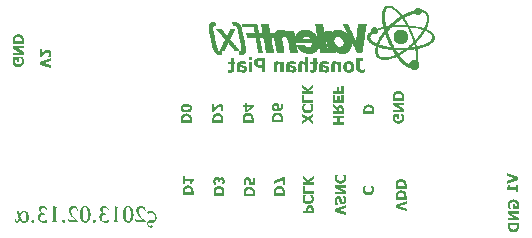
<source format=gbo>
%FSLAX25Y25*%
%MOIN*%
G70*
G01*
G75*
G04 Layer_Color=32896*
%ADD10R,0.03347X0.03150*%
%ADD11R,0.03150X0.03347*%
%ADD12R,0.03937X0.03150*%
%ADD13R,0.03937X0.05906*%
%ADD14R,0.03150X0.03937*%
%ADD15R,0.05906X0.03937*%
%ADD16R,0.04528X0.02362*%
G04:AMPARAMS|DCode=17|XSize=11.81mil|YSize=47.24mil|CornerRadius=2.95mil|HoleSize=0mil|Usage=FLASHONLY|Rotation=180.000|XOffset=0mil|YOffset=0mil|HoleType=Round|Shape=RoundedRectangle|*
%AMROUNDEDRECTD17*
21,1,0.01181,0.04134,0,0,180.0*
21,1,0.00591,0.04724,0,0,180.0*
1,1,0.00591,-0.00295,0.02067*
1,1,0.00591,0.00295,0.02067*
1,1,0.00591,0.00295,-0.02067*
1,1,0.00591,-0.00295,-0.02067*
%
%ADD17ROUNDEDRECTD17*%
G04:AMPARAMS|DCode=18|XSize=94.49mil|YSize=94.49mil|CornerRadius=23.62mil|HoleSize=0mil|Usage=FLASHONLY|Rotation=180.000|XOffset=0mil|YOffset=0mil|HoleType=Round|Shape=RoundedRectangle|*
%AMROUNDEDRECTD18*
21,1,0.09449,0.04724,0,0,180.0*
21,1,0.04724,0.09449,0,0,180.0*
1,1,0.04724,-0.02362,0.02362*
1,1,0.04724,0.02362,0.02362*
1,1,0.04724,0.02362,-0.02362*
1,1,0.04724,-0.02362,-0.02362*
%
%ADD18ROUNDEDRECTD18*%
%ADD19R,0.03543X0.04921*%
%ADD20C,0.00600*%
%ADD21C,0.01000*%
%ADD22C,0.01400*%
%ADD23C,0.05500*%
%ADD24R,0.05500X0.05500*%
%ADD25R,0.05700X0.05700*%
%ADD26C,0.05700*%
%ADD27C,0.05512*%
%ADD28C,0.05906*%
%ADD29C,0.21000*%
%ADD30C,0.04000*%
%ADD31C,0.02500*%
%ADD32C,0.02700*%
%ADD33C,0.00984*%
%ADD34C,0.01969*%
%ADD35C,0.04000*%
%ADD36C,0.00787*%
%ADD37C,0.01200*%
%ADD38C,0.00591*%
%ADD39C,0.00100*%
%ADD40R,0.04147X0.03950*%
%ADD41R,0.03950X0.04147*%
%ADD42R,0.04737X0.03950*%
%ADD43R,0.04737X0.06706*%
%ADD44R,0.03950X0.04737*%
%ADD45R,0.06706X0.04737*%
%ADD46R,0.05328X0.03162*%
G04:AMPARAMS|DCode=47|XSize=19.81mil|YSize=55.24mil|CornerRadius=6.95mil|HoleSize=0mil|Usage=FLASHONLY|Rotation=180.000|XOffset=0mil|YOffset=0mil|HoleType=Round|Shape=RoundedRectangle|*
%AMROUNDEDRECTD47*
21,1,0.01981,0.04134,0,0,180.0*
21,1,0.00591,0.05524,0,0,180.0*
1,1,0.01391,-0.00295,0.02067*
1,1,0.01391,0.00295,0.02067*
1,1,0.01391,0.00295,-0.02067*
1,1,0.01391,-0.00295,-0.02067*
%
%ADD47ROUNDEDRECTD47*%
G04:AMPARAMS|DCode=48|XSize=102.49mil|YSize=102.49mil|CornerRadius=27.62mil|HoleSize=0mil|Usage=FLASHONLY|Rotation=180.000|XOffset=0mil|YOffset=0mil|HoleType=Round|Shape=RoundedRectangle|*
%AMROUNDEDRECTD48*
21,1,0.10249,0.04724,0,0,180.0*
21,1,0.04724,0.10249,0,0,180.0*
1,1,0.05524,-0.02362,0.02362*
1,1,0.05524,0.02362,0.02362*
1,1,0.05524,0.02362,-0.02362*
1,1,0.05524,-0.02362,-0.02362*
%
%ADD48ROUNDEDRECTD48*%
%ADD49R,0.04343X0.05721*%
%ADD50C,0.06300*%
%ADD51R,0.06300X0.06300*%
%ADD52R,0.06500X0.06500*%
%ADD53C,0.06500*%
%ADD54C,0.06312*%
%ADD55C,0.06706*%
%ADD56C,0.21800*%
%ADD57C,0.04800*%
G36*
X157744Y-45370D02*
X155225D01*
X157744Y-46764D01*
Y-47637D01*
X154129D01*
Y-46809D01*
X156202D01*
X154129Y-45650D01*
Y-44542D01*
X157744D01*
Y-45370D01*
D02*
G37*
G36*
Y-49499D02*
Y-49636D01*
X157738Y-49767D01*
X157726Y-49887D01*
X157715Y-49990D01*
X157709Y-50075D01*
X157703Y-50115D01*
X157698Y-50144D01*
Y-50167D01*
X157692Y-50184D01*
Y-50195D01*
Y-50201D01*
X157669Y-50327D01*
X157635Y-50441D01*
X157595Y-50544D01*
X157555Y-50635D01*
X157521Y-50709D01*
X157487Y-50766D01*
X157475Y-50789D01*
X157464Y-50806D01*
X157458Y-50812D01*
Y-50818D01*
X157372Y-50938D01*
X157275Y-51046D01*
X157173Y-51143D01*
X157076Y-51223D01*
X156984Y-51292D01*
X156944Y-51315D01*
X156910Y-51337D01*
X156887Y-51354D01*
X156864Y-51366D01*
X156853Y-51377D01*
X156847D01*
X156693Y-51451D01*
X156539Y-51509D01*
X156385Y-51549D01*
X156247Y-51572D01*
X156185Y-51583D01*
X156128Y-51589D01*
X156076Y-51594D01*
X156030D01*
X155996Y-51600D01*
X155945D01*
X155756Y-51589D01*
X155579Y-51566D01*
X155425Y-51531D01*
X155357Y-51514D01*
X155288Y-51497D01*
X155231Y-51474D01*
X155180Y-51457D01*
X155140Y-51440D01*
X155100Y-51423D01*
X155071Y-51406D01*
X155048Y-51400D01*
X155037Y-51389D01*
X155031D01*
X154894Y-51303D01*
X154769Y-51217D01*
X154666Y-51120D01*
X154575Y-51035D01*
X154506Y-50955D01*
X154455Y-50886D01*
X154437Y-50863D01*
X154426Y-50846D01*
X154415Y-50835D01*
Y-50829D01*
X154352Y-50721D01*
X154300Y-50607D01*
X154255Y-50504D01*
X154226Y-50407D01*
X154203Y-50321D01*
X154192Y-50258D01*
X154186Y-50235D01*
X154181Y-50218D01*
Y-50207D01*
Y-50201D01*
X154152Y-49950D01*
X154140Y-49830D01*
X154135Y-49721D01*
X154129Y-49624D01*
Y-49584D01*
Y-49550D01*
Y-49527D01*
Y-49504D01*
Y-49493D01*
Y-49487D01*
Y-48368D01*
X157744D01*
Y-49499D01*
D02*
G37*
G36*
X156099Y-40637D02*
X156253Y-40654D01*
X156396Y-40677D01*
X156533Y-40711D01*
X156659Y-40745D01*
X156773Y-40791D01*
X156876Y-40837D01*
X156967Y-40882D01*
X157053Y-40928D01*
X157121Y-40974D01*
X157184Y-41019D01*
X157235Y-41054D01*
X157275Y-41088D01*
X157304Y-41111D01*
X157321Y-41128D01*
X157327Y-41134D01*
X157412Y-41231D01*
X157487Y-41339D01*
X157555Y-41448D01*
X157612Y-41562D01*
X157658Y-41676D01*
X157698Y-41785D01*
X157732Y-41899D01*
X157755Y-42002D01*
X157778Y-42104D01*
X157789Y-42196D01*
X157801Y-42281D01*
X157812Y-42350D01*
Y-42413D01*
X157818Y-42453D01*
Y-42481D01*
Y-42492D01*
X157812Y-42630D01*
X157801Y-42767D01*
X157789Y-42892D01*
X157772Y-43007D01*
X157755Y-43104D01*
X157749Y-43143D01*
X157738Y-43178D01*
X157732Y-43206D01*
Y-43223D01*
X157726Y-43235D01*
Y-43241D01*
X157692Y-43378D01*
X157658Y-43497D01*
X157624Y-43606D01*
X157595Y-43697D01*
X157572Y-43766D01*
X157555Y-43817D01*
X157544Y-43852D01*
X157538Y-43863D01*
X155756D01*
Y-42281D01*
X156436D01*
Y-42984D01*
X157150D01*
X157155Y-42944D01*
Y-42904D01*
Y-42875D01*
Y-42869D01*
Y-42864D01*
Y-42818D01*
Y-42784D01*
Y-42761D01*
Y-42755D01*
X157150Y-42652D01*
X157144Y-42561D01*
X157127Y-42470D01*
X157110Y-42384D01*
X157087Y-42310D01*
X157064Y-42236D01*
X157036Y-42173D01*
X157007Y-42110D01*
X156978Y-42059D01*
X156950Y-42013D01*
X156927Y-41973D01*
X156904Y-41939D01*
X156887Y-41916D01*
X156870Y-41899D01*
X156864Y-41887D01*
X156859Y-41882D01*
X156796Y-41824D01*
X156733Y-41779D01*
X156659Y-41739D01*
X156584Y-41699D01*
X156430Y-41642D01*
X156276Y-41607D01*
X156208Y-41596D01*
X156139Y-41585D01*
X156076Y-41579D01*
X156025Y-41573D01*
X155985Y-41568D01*
X155922D01*
X155814Y-41573D01*
X155717Y-41579D01*
X155625Y-41590D01*
X155551Y-41607D01*
X155488Y-41625D01*
X155442Y-41636D01*
X155414Y-41642D01*
X155402Y-41647D01*
X155323Y-41682D01*
X155248Y-41722D01*
X155185Y-41756D01*
X155128Y-41796D01*
X155083Y-41824D01*
X155054Y-41853D01*
X155031Y-41870D01*
X155026Y-41876D01*
X154974Y-41933D01*
X154929Y-41990D01*
X154888Y-42047D01*
X154860Y-42099D01*
X154831Y-42144D01*
X154814Y-42178D01*
X154809Y-42207D01*
X154803Y-42213D01*
X154780Y-42287D01*
X154757Y-42361D01*
X154746Y-42435D01*
X154740Y-42498D01*
X154734Y-42555D01*
X154729Y-42601D01*
Y-42630D01*
Y-42641D01*
Y-42715D01*
X154740Y-42784D01*
X154746Y-42847D01*
X154757Y-42904D01*
X154769Y-42949D01*
X154774Y-42989D01*
X154786Y-43012D01*
Y-43018D01*
X154809Y-43081D01*
X154831Y-43143D01*
X154854Y-43195D01*
X154877Y-43241D01*
X154894Y-43281D01*
X154911Y-43309D01*
X154917Y-43326D01*
X154923Y-43332D01*
X154974Y-43418D01*
X155026Y-43497D01*
X155048Y-43526D01*
X155066Y-43549D01*
X155077Y-43566D01*
X155083Y-43572D01*
X155117Y-43617D01*
X155140Y-43652D01*
X155168Y-43686D01*
X155185Y-43714D01*
X155203Y-43732D01*
X155208Y-43749D01*
X155220Y-43760D01*
Y-43846D01*
X154375D01*
X154323Y-43732D01*
X154278Y-43623D01*
X154238Y-43520D01*
X154209Y-43435D01*
X154181Y-43360D01*
X154163Y-43303D01*
X154158Y-43281D01*
X154152Y-43263D01*
X154146Y-43258D01*
Y-43252D01*
X154118Y-43138D01*
X154095Y-43018D01*
X154078Y-42898D01*
X154066Y-42784D01*
X154061Y-42681D01*
X154055Y-42635D01*
Y-42595D01*
Y-42567D01*
Y-42544D01*
Y-42527D01*
Y-42521D01*
X154061Y-42361D01*
X154078Y-42207D01*
X154101Y-42064D01*
X154135Y-41933D01*
X154175Y-41807D01*
X154215Y-41693D01*
X154266Y-41590D01*
X154312Y-41499D01*
X154358Y-41413D01*
X154403Y-41339D01*
X154449Y-41276D01*
X154489Y-41225D01*
X154523Y-41185D01*
X154546Y-41156D01*
X154563Y-41139D01*
X154569Y-41134D01*
X154666Y-41048D01*
X154774Y-40968D01*
X154883Y-40900D01*
X154997Y-40842D01*
X155111Y-40797D01*
X155225Y-40757D01*
X155340Y-40722D01*
X155442Y-40694D01*
X155545Y-40671D01*
X155637Y-40660D01*
X155722Y-40648D01*
X155791Y-40637D01*
X155853D01*
X155894Y-40631D01*
X155933D01*
X156099Y-40637D01*
D02*
G37*
G36*
X-7316Y9678D02*
X-9389D01*
X-7316Y8519D01*
Y7411D01*
X-10931D01*
Y8239D01*
X-8413D01*
X-10931Y9633D01*
Y10506D01*
X-7316D01*
Y9678D01*
D02*
G37*
G36*
X-8944Y5150D02*
X-9623D01*
Y5852D01*
X-10337D01*
X-10343Y5813D01*
Y5773D01*
Y5744D01*
Y5738D01*
Y5733D01*
Y5687D01*
Y5653D01*
Y5630D01*
Y5624D01*
X-10337Y5521D01*
X-10331Y5430D01*
X-10314Y5339D01*
X-10297Y5253D01*
X-10274Y5179D01*
X-10251Y5105D01*
X-10223Y5042D01*
X-10194Y4979D01*
X-10166Y4927D01*
X-10137Y4882D01*
X-10114Y4842D01*
X-10091Y4808D01*
X-10074Y4785D01*
X-10057Y4768D01*
X-10051Y4756D01*
X-10046Y4750D01*
X-9983Y4693D01*
X-9920Y4648D01*
X-9846Y4608D01*
X-9772Y4568D01*
X-9617Y4511D01*
X-9463Y4476D01*
X-9395Y4465D01*
X-9326Y4454D01*
X-9263Y4448D01*
X-9212Y4442D01*
X-9172Y4436D01*
X-9109D01*
X-9001Y4442D01*
X-8904Y4448D01*
X-8812Y4459D01*
X-8738Y4476D01*
X-8675Y4493D01*
X-8630Y4505D01*
X-8601Y4511D01*
X-8590Y4516D01*
X-8510Y4551D01*
X-8435Y4591D01*
X-8373Y4625D01*
X-8315Y4665D01*
X-8270Y4693D01*
X-8241Y4722D01*
X-8219Y4739D01*
X-8213Y4745D01*
X-8161Y4802D01*
X-8116Y4859D01*
X-8076Y4916D01*
X-8047Y4967D01*
X-8019Y5013D01*
X-8002Y5047D01*
X-7996Y5076D01*
X-7990Y5082D01*
X-7967Y5156D01*
X-7944Y5230D01*
X-7933Y5304D01*
X-7927Y5367D01*
X-7921Y5424D01*
X-7916Y5470D01*
Y5499D01*
Y5510D01*
Y5584D01*
X-7927Y5653D01*
X-7933Y5715D01*
X-7944Y5773D01*
X-7956Y5818D01*
X-7961Y5858D01*
X-7973Y5881D01*
Y5887D01*
X-7996Y5950D01*
X-8019Y6012D01*
X-8042Y6064D01*
X-8064Y6109D01*
X-8081Y6149D01*
X-8099Y6178D01*
X-8104Y6195D01*
X-8110Y6201D01*
X-8161Y6286D01*
X-8213Y6366D01*
X-8236Y6395D01*
X-8253Y6418D01*
X-8264Y6435D01*
X-8270Y6441D01*
X-8304Y6486D01*
X-8327Y6521D01*
X-8355Y6555D01*
X-8373Y6583D01*
X-8390Y6600D01*
X-8395Y6618D01*
X-8407Y6629D01*
Y6715D01*
X-7562D01*
X-7510Y6600D01*
X-7465Y6492D01*
X-7425Y6389D01*
X-7396Y6304D01*
X-7368Y6229D01*
X-7350Y6172D01*
X-7345Y6149D01*
X-7339Y6132D01*
X-7333Y6127D01*
Y6121D01*
X-7305Y6007D01*
X-7282Y5887D01*
X-7265Y5767D01*
X-7254Y5653D01*
X-7248Y5550D01*
X-7242Y5504D01*
Y5464D01*
Y5436D01*
Y5413D01*
Y5396D01*
Y5390D01*
X-7248Y5230D01*
X-7265Y5076D01*
X-7288Y4933D01*
X-7322Y4802D01*
X-7362Y4676D01*
X-7402Y4562D01*
X-7453Y4459D01*
X-7499Y4368D01*
X-7545Y4282D01*
X-7590Y4208D01*
X-7636Y4145D01*
X-7676Y4094D01*
X-7710Y4054D01*
X-7733Y4025D01*
X-7750Y4008D01*
X-7756Y4002D01*
X-7853Y3917D01*
X-7961Y3837D01*
X-8070Y3768D01*
X-8184Y3711D01*
X-8298Y3666D01*
X-8413Y3626D01*
X-8527Y3591D01*
X-8630Y3563D01*
X-8732Y3540D01*
X-8824Y3528D01*
X-8909Y3517D01*
X-8978Y3506D01*
X-9041D01*
X-9081Y3500D01*
X-9121D01*
X-9286Y3506D01*
X-9440Y3523D01*
X-9583Y3546D01*
X-9720Y3580D01*
X-9846Y3614D01*
X-9960Y3660D01*
X-10063Y3706D01*
X-10154Y3751D01*
X-10240Y3797D01*
X-10308Y3843D01*
X-10371Y3888D01*
X-10423Y3923D01*
X-10463Y3957D01*
X-10491Y3980D01*
X-10508Y3997D01*
X-10514Y4002D01*
X-10599Y4100D01*
X-10674Y4208D01*
X-10742Y4316D01*
X-10799Y4431D01*
X-10845Y4545D01*
X-10885Y4653D01*
X-10919Y4768D01*
X-10942Y4870D01*
X-10965Y4973D01*
X-10976Y5065D01*
X-10988Y5150D01*
X-10999Y5219D01*
Y5282D01*
X-11005Y5322D01*
Y5350D01*
Y5362D01*
X-10999Y5499D01*
X-10988Y5635D01*
X-10976Y5761D01*
X-10959Y5875D01*
X-10942Y5972D01*
X-10936Y6012D01*
X-10925Y6047D01*
X-10919Y6075D01*
Y6092D01*
X-10914Y6104D01*
Y6109D01*
X-10879Y6247D01*
X-10845Y6366D01*
X-10811Y6475D01*
X-10782Y6566D01*
X-10759Y6635D01*
X-10742Y6686D01*
X-10731Y6720D01*
X-10725Y6732D01*
X-8944D01*
Y5150D01*
D02*
G37*
G36*
X157369Y-33139D02*
Y-34087D01*
X153755Y-35332D01*
Y-34412D01*
X156210Y-33624D01*
X153755Y-32836D01*
Y-31900D01*
X157369Y-33139D01*
D02*
G37*
G36*
X93273Y5429D02*
X93394Y5414D01*
X93508Y5406D01*
X93607Y5391D01*
X93683Y5376D01*
X93706D01*
X93729Y5368D01*
X93744D01*
X93874Y5345D01*
X93988Y5322D01*
X94079Y5300D01*
X94155Y5284D01*
X94209Y5269D01*
X94254Y5262D01*
X94277Y5254D01*
X94285D01*
Y4379D01*
X94193D01*
X94003Y4455D01*
X93912Y4485D01*
X93836Y4508D01*
X93767Y4531D01*
X93714Y4546D01*
X93683Y4561D01*
X93668D01*
X93569Y4584D01*
X93486Y4607D01*
X93402Y4622D01*
X93333Y4630D01*
X93280Y4637D01*
X93204D01*
X93052Y4630D01*
X92915Y4622D01*
X92801Y4599D01*
X92709Y4577D01*
X92641Y4554D01*
X92588Y4538D01*
X92557Y4523D01*
X92550Y4516D01*
X92473Y4462D01*
X92420Y4402D01*
X92382Y4333D01*
X92359Y4265D01*
X92336Y4204D01*
X92329Y4150D01*
Y4120D01*
Y4105D01*
Y4090D01*
X92504Y4074D01*
X92679Y4059D01*
X92831Y4044D01*
X92968Y4029D01*
X93082Y4013D01*
X93128Y4006D01*
X93166Y3998D01*
X93196D01*
X93219Y3991D01*
X93242D01*
X93394Y3968D01*
X93531Y3937D01*
X93661Y3899D01*
X93767Y3869D01*
X93851Y3838D01*
X93919Y3808D01*
X93957Y3793D01*
X93973Y3785D01*
X94079Y3724D01*
X94170Y3663D01*
X94247Y3595D01*
X94315Y3534D01*
X94361Y3473D01*
X94399Y3427D01*
X94422Y3397D01*
X94429Y3389D01*
X94482Y3291D01*
X94520Y3184D01*
X94551Y3077D01*
X94566Y2971D01*
X94581Y2880D01*
X94589Y2803D01*
Y2773D01*
Y2750D01*
Y2743D01*
Y2735D01*
X94574Y2560D01*
X94543Y2400D01*
X94490Y2263D01*
X94429Y2149D01*
X94376Y2050D01*
X94323Y1982D01*
X94292Y1936D01*
X94277Y1928D01*
Y1921D01*
X94148Y1814D01*
X94018Y1738D01*
X93881Y1677D01*
X93760Y1639D01*
X93645Y1616D01*
X93554Y1609D01*
X93524Y1601D01*
X93387D01*
X93310Y1609D01*
X93242Y1616D01*
X93189Y1624D01*
X93143Y1632D01*
X93105Y1639D01*
X93090Y1647D01*
X93082D01*
X92976Y1677D01*
X92877Y1715D01*
X92839Y1730D01*
X92808Y1746D01*
X92793Y1753D01*
X92785D01*
X92686Y1806D01*
X92603Y1860D01*
X92580Y1875D01*
X92557Y1890D01*
X92550Y1905D01*
X92542D01*
X92473Y1966D01*
X92397Y2020D01*
X92374Y2042D01*
X92352Y2065D01*
X92336Y2073D01*
X92329Y2080D01*
Y1700D01*
X91195D01*
Y4166D01*
X91203Y4280D01*
X91210Y4394D01*
X91233Y4493D01*
X91263Y4584D01*
X91332Y4744D01*
X91408Y4881D01*
X91492Y4987D01*
X91560Y5056D01*
X91591Y5086D01*
X91614Y5102D01*
X91621Y5117D01*
X91629D01*
X91712Y5170D01*
X91811Y5223D01*
X91910Y5269D01*
X92024Y5300D01*
X92245Y5360D01*
X92466Y5398D01*
X92572Y5414D01*
X92671Y5421D01*
X92763Y5429D01*
X92839D01*
X92900Y5437D01*
X93135D01*
X93273Y5429D01*
D02*
G37*
G36*
X82314D02*
X82436Y5414D01*
X82550Y5406D01*
X82649Y5391D01*
X82725Y5376D01*
X82748D01*
X82771Y5368D01*
X82786D01*
X82915Y5345D01*
X83029Y5322D01*
X83121Y5300D01*
X83197Y5284D01*
X83250Y5269D01*
X83296Y5262D01*
X83319Y5254D01*
X83326D01*
Y4379D01*
X83235D01*
X83045Y4455D01*
X82953Y4485D01*
X82877Y4508D01*
X82809Y4531D01*
X82756Y4546D01*
X82725Y4561D01*
X82710D01*
X82611Y4584D01*
X82527Y4607D01*
X82443Y4622D01*
X82375Y4630D01*
X82322Y4637D01*
X82246D01*
X82093Y4630D01*
X81956Y4622D01*
X81842Y4599D01*
X81751Y4577D01*
X81682Y4554D01*
X81629Y4538D01*
X81599Y4523D01*
X81591Y4516D01*
X81515Y4462D01*
X81462Y4402D01*
X81424Y4333D01*
X81401Y4265D01*
X81378Y4204D01*
X81370Y4150D01*
Y4120D01*
Y4105D01*
Y4090D01*
X81546Y4074D01*
X81721Y4059D01*
X81873Y4044D01*
X82010Y4029D01*
X82124Y4013D01*
X82170Y4006D01*
X82208Y3998D01*
X82238D01*
X82261Y3991D01*
X82284D01*
X82436Y3968D01*
X82573Y3937D01*
X82702Y3899D01*
X82809Y3869D01*
X82892Y3838D01*
X82961Y3808D01*
X82999Y3793D01*
X83014Y3785D01*
X83121Y3724D01*
X83212Y3663D01*
X83288Y3595D01*
X83357Y3534D01*
X83402Y3473D01*
X83440Y3427D01*
X83463Y3397D01*
X83471Y3389D01*
X83524Y3291D01*
X83562Y3184D01*
X83593Y3077D01*
X83608Y2971D01*
X83623Y2880D01*
X83631Y2803D01*
Y2773D01*
Y2750D01*
Y2743D01*
Y2735D01*
X83615Y2560D01*
X83585Y2400D01*
X83532Y2263D01*
X83471Y2149D01*
X83417Y2050D01*
X83364Y1982D01*
X83334Y1936D01*
X83319Y1928D01*
Y1921D01*
X83189Y1814D01*
X83060Y1738D01*
X82923Y1677D01*
X82801Y1639D01*
X82687Y1616D01*
X82596Y1609D01*
X82565Y1601D01*
X82428D01*
X82352Y1609D01*
X82284Y1616D01*
X82230Y1624D01*
X82185Y1632D01*
X82147Y1639D01*
X82131Y1647D01*
X82124D01*
X82017Y1677D01*
X81918Y1715D01*
X81880Y1730D01*
X81850Y1746D01*
X81835Y1753D01*
X81827D01*
X81728Y1806D01*
X81644Y1860D01*
X81622Y1875D01*
X81599Y1890D01*
X81591Y1905D01*
X81583D01*
X81515Y1966D01*
X81439Y2020D01*
X81416Y2042D01*
X81393Y2065D01*
X81378Y2073D01*
X81370Y2080D01*
Y1700D01*
X80237D01*
Y4166D01*
X80244Y4280D01*
X80252Y4394D01*
X80275Y4493D01*
X80305Y4584D01*
X80374Y4744D01*
X80450Y4881D01*
X80533Y4987D01*
X80602Y5056D01*
X80632Y5086D01*
X80655Y5102D01*
X80663Y5117D01*
X80670D01*
X80754Y5170D01*
X80853Y5223D01*
X80952Y5269D01*
X81066Y5300D01*
X81287Y5360D01*
X81507Y5398D01*
X81614Y5414D01*
X81713Y5421D01*
X81804Y5429D01*
X81880D01*
X81941Y5437D01*
X82177D01*
X82314Y5429D01*
D02*
G37*
G36*
X87603Y1700D02*
X86469D01*
Y4265D01*
X86355Y4341D01*
X86264Y4394D01*
X86226Y4409D01*
X86195Y4424D01*
X86180Y4432D01*
X86172D01*
X86066Y4462D01*
X85975Y4478D01*
X85936Y4485D01*
X85815D01*
X85761Y4478D01*
X85708Y4470D01*
X85670Y4462D01*
X85640Y4447D01*
X85617Y4440D01*
X85602Y4432D01*
X85594D01*
X85518Y4379D01*
X85465Y4318D01*
X85434Y4272D01*
X85427Y4257D01*
Y4249D01*
X85411Y4204D01*
X85396Y4158D01*
X85373Y4051D01*
X85366Y4006D01*
X85358Y3968D01*
Y3937D01*
Y3930D01*
X85343Y3770D01*
Y3701D01*
X85335Y3633D01*
Y3580D01*
Y3534D01*
Y3504D01*
Y3496D01*
Y1700D01*
X84201D01*
Y4059D01*
X84217Y4295D01*
X84247Y4501D01*
X84270Y4584D01*
X84293Y4668D01*
X84323Y4744D01*
X84346Y4812D01*
X84376Y4873D01*
X84407Y4927D01*
X84430Y4972D01*
X84452Y5003D01*
X84468Y5033D01*
X84483Y5056D01*
X84498Y5064D01*
Y5071D01*
X84559Y5132D01*
X84620Y5193D01*
X84757Y5277D01*
X84901Y5345D01*
X85039Y5383D01*
X85160Y5414D01*
X85214Y5421D01*
X85259D01*
X85297Y5429D01*
X85351D01*
X85465Y5421D01*
X85579Y5406D01*
X85678Y5383D01*
X85761Y5360D01*
X85838Y5338D01*
X85891Y5315D01*
X85921Y5300D01*
X85936Y5292D01*
X86035Y5239D01*
X86127Y5178D01*
X86218Y5117D01*
X86302Y5064D01*
X86370Y5010D01*
X86423Y4965D01*
X86454Y4934D01*
X86469Y4927D01*
Y6730D01*
X87603D01*
Y1700D01*
D02*
G37*
G36*
X157369Y-38147D02*
X156741D01*
Y-37404D01*
X153755D01*
Y-36611D01*
X153806Y-36605D01*
X153858Y-36599D01*
X153898Y-36582D01*
X153932Y-36571D01*
X153960Y-36559D01*
X153983Y-36548D01*
X153995Y-36542D01*
X154000Y-36536D01*
X154063Y-36485D01*
X154115Y-36422D01*
X154132Y-36399D01*
X154143Y-36377D01*
X154155Y-36365D01*
Y-36360D01*
X154172Y-36320D01*
X154189Y-36274D01*
X154212Y-36188D01*
X154217Y-36148D01*
X154223Y-36120D01*
X154229Y-36097D01*
Y-36091D01*
X154240Y-35971D01*
Y-35920D01*
X154246Y-35868D01*
Y-35829D01*
Y-35794D01*
Y-35771D01*
Y-35766D01*
X154834D01*
Y-36525D01*
X156741D01*
Y-35766D01*
X157369D01*
Y-38147D01*
D02*
G37*
G36*
X68898Y5847D02*
X67703D01*
Y6730D01*
X68898D01*
Y5847D01*
D02*
G37*
G36*
X119384Y-9222D02*
X117311D01*
X119384Y-10381D01*
Y-11489D01*
X115769D01*
Y-10661D01*
X118287D01*
X115769Y-9268D01*
Y-8394D01*
X119384D01*
Y-9222D01*
D02*
G37*
G36*
X117756Y-13750D02*
X117077D01*
Y-13047D01*
X116363D01*
X116357Y-13088D01*
Y-13127D01*
Y-13156D01*
Y-13162D01*
Y-13167D01*
Y-13213D01*
Y-13247D01*
Y-13270D01*
Y-13276D01*
X116363Y-13379D01*
X116369Y-13470D01*
X116386Y-13561D01*
X116403Y-13647D01*
X116426Y-13721D01*
X116449Y-13795D01*
X116477Y-13858D01*
X116506Y-13921D01*
X116534Y-13972D01*
X116563Y-14018D01*
X116586Y-14058D01*
X116609Y-14092D01*
X116626Y-14115D01*
X116643Y-14132D01*
X116649Y-14144D01*
X116654Y-14150D01*
X116717Y-14207D01*
X116780Y-14252D01*
X116854Y-14292D01*
X116928Y-14332D01*
X117083Y-14389D01*
X117237Y-14424D01*
X117305Y-14435D01*
X117374Y-14446D01*
X117437Y-14452D01*
X117488Y-14458D01*
X117528Y-14464D01*
X117591D01*
X117699Y-14458D01*
X117796Y-14452D01*
X117888Y-14441D01*
X117962Y-14424D01*
X118025Y-14406D01*
X118070Y-14395D01*
X118099Y-14389D01*
X118110Y-14384D01*
X118190Y-14349D01*
X118265Y-14309D01*
X118327Y-14275D01*
X118385Y-14235D01*
X118430Y-14207D01*
X118459Y-14178D01*
X118482Y-14161D01*
X118487Y-14155D01*
X118539Y-14098D01*
X118584Y-14041D01*
X118624Y-13984D01*
X118653Y-13932D01*
X118681Y-13887D01*
X118699Y-13853D01*
X118704Y-13824D01*
X118710Y-13818D01*
X118733Y-13744D01*
X118756Y-13670D01*
X118767Y-13596D01*
X118773Y-13533D01*
X118779Y-13476D01*
X118784Y-13430D01*
Y-13401D01*
Y-13390D01*
Y-13316D01*
X118773Y-13247D01*
X118767Y-13184D01*
X118756Y-13127D01*
X118744Y-13082D01*
X118738Y-13042D01*
X118727Y-13019D01*
Y-13013D01*
X118704Y-12950D01*
X118681Y-12888D01*
X118658Y-12836D01*
X118636Y-12790D01*
X118619Y-12751D01*
X118601Y-12722D01*
X118596Y-12705D01*
X118590Y-12699D01*
X118539Y-12614D01*
X118487Y-12534D01*
X118464Y-12505D01*
X118447Y-12482D01*
X118436Y-12465D01*
X118430Y-12459D01*
X118396Y-12414D01*
X118373Y-12379D01*
X118344Y-12345D01*
X118327Y-12317D01*
X118310Y-12299D01*
X118305Y-12282D01*
X118293Y-12271D01*
Y-12185D01*
X119138D01*
X119190Y-12299D01*
X119235Y-12408D01*
X119275Y-12511D01*
X119304Y-12596D01*
X119332Y-12671D01*
X119350Y-12728D01*
X119355Y-12751D01*
X119361Y-12768D01*
X119367Y-12773D01*
Y-12779D01*
X119395Y-12893D01*
X119418Y-13013D01*
X119435Y-13133D01*
X119447Y-13247D01*
X119452Y-13350D01*
X119458Y-13396D01*
Y-13436D01*
Y-13464D01*
Y-13487D01*
Y-13504D01*
Y-13510D01*
X119452Y-13670D01*
X119435Y-13824D01*
X119412Y-13967D01*
X119378Y-14098D01*
X119338Y-14224D01*
X119298Y-14338D01*
X119247Y-14441D01*
X119201Y-14532D01*
X119155Y-14618D01*
X119110Y-14692D01*
X119064Y-14755D01*
X119024Y-14806D01*
X118990Y-14846D01*
X118967Y-14875D01*
X118950Y-14892D01*
X118944Y-14897D01*
X118847Y-14983D01*
X118738Y-15063D01*
X118630Y-15132D01*
X118516Y-15189D01*
X118402Y-15234D01*
X118287Y-15274D01*
X118173Y-15309D01*
X118070Y-15337D01*
X117968Y-15360D01*
X117876Y-15371D01*
X117791Y-15383D01*
X117722Y-15394D01*
X117659D01*
X117619Y-15400D01*
X117579D01*
X117414Y-15394D01*
X117260Y-15377D01*
X117117Y-15354D01*
X116980Y-15320D01*
X116854Y-15286D01*
X116740Y-15240D01*
X116637Y-15194D01*
X116546Y-15149D01*
X116460Y-15103D01*
X116392Y-15057D01*
X116329Y-15012D01*
X116278Y-14977D01*
X116237Y-14943D01*
X116209Y-14920D01*
X116192Y-14903D01*
X116186Y-14897D01*
X116101Y-14800D01*
X116026Y-14692D01*
X115958Y-14583D01*
X115901Y-14469D01*
X115855Y-14355D01*
X115815Y-14247D01*
X115781Y-14132D01*
X115758Y-14030D01*
X115735Y-13927D01*
X115724Y-13836D01*
X115712Y-13750D01*
X115701Y-13681D01*
Y-13619D01*
X115695Y-13578D01*
Y-13550D01*
Y-13539D01*
X115701Y-13401D01*
X115712Y-13264D01*
X115724Y-13139D01*
X115741Y-13025D01*
X115758Y-12928D01*
X115764Y-12888D01*
X115775Y-12853D01*
X115781Y-12825D01*
Y-12808D01*
X115786Y-12796D01*
Y-12790D01*
X115821Y-12653D01*
X115855Y-12534D01*
X115889Y-12425D01*
X115918Y-12334D01*
X115941Y-12265D01*
X115958Y-12214D01*
X115969Y-12180D01*
X115975Y-12168D01*
X117756D01*
Y-13750D01*
D02*
G37*
G36*
Y-4442D02*
X117933Y-4465D01*
X118088Y-4500D01*
X118156Y-4517D01*
X118225Y-4534D01*
X118282Y-4557D01*
X118333Y-4574D01*
X118373Y-4591D01*
X118413Y-4608D01*
X118442Y-4625D01*
X118464Y-4631D01*
X118476Y-4642D01*
X118482D01*
X118619Y-4728D01*
X118744Y-4814D01*
X118847Y-4911D01*
X118938Y-4996D01*
X119007Y-5076D01*
X119058Y-5145D01*
X119075Y-5168D01*
X119087Y-5185D01*
X119098Y-5196D01*
Y-5202D01*
X119161Y-5310D01*
X119212Y-5425D01*
X119258Y-5527D01*
X119287Y-5624D01*
X119309Y-5710D01*
X119321Y-5773D01*
X119327Y-5796D01*
X119332Y-5813D01*
Y-5824D01*
Y-5830D01*
X119361Y-6081D01*
X119372Y-6201D01*
X119378Y-6310D01*
X119384Y-6407D01*
Y-6447D01*
Y-6481D01*
Y-6504D01*
Y-6527D01*
Y-6538D01*
Y-6544D01*
Y-7663D01*
X115769D01*
Y-6532D01*
Y-6395D01*
X115775Y-6264D01*
X115786Y-6144D01*
X115798Y-6041D01*
X115804Y-5956D01*
X115809Y-5916D01*
X115815Y-5887D01*
Y-5864D01*
X115821Y-5847D01*
Y-5836D01*
Y-5830D01*
X115843Y-5704D01*
X115878Y-5590D01*
X115918Y-5487D01*
X115958Y-5396D01*
X115992Y-5322D01*
X116026Y-5265D01*
X116038Y-5242D01*
X116049Y-5225D01*
X116055Y-5219D01*
Y-5213D01*
X116140Y-5093D01*
X116237Y-4985D01*
X116340Y-4888D01*
X116437Y-4808D01*
X116529Y-4739D01*
X116569Y-4717D01*
X116603Y-4694D01*
X116626Y-4677D01*
X116649Y-4665D01*
X116660Y-4654D01*
X116666D01*
X116820Y-4580D01*
X116974Y-4522D01*
X117128Y-4482D01*
X117265Y-4460D01*
X117328Y-4448D01*
X117385Y-4442D01*
X117437Y-4437D01*
X117482D01*
X117517Y-4431D01*
X117568D01*
X117756Y-4442D01*
D02*
G37*
G36*
X109190Y-36277D02*
X109230Y-36356D01*
X109241Y-36391D01*
X109252Y-36419D01*
X109264Y-36436D01*
Y-36442D01*
X109304Y-36545D01*
X109321Y-36590D01*
X109338Y-36630D01*
X109350Y-36665D01*
X109355Y-36688D01*
X109361Y-36705D01*
Y-36710D01*
X109389Y-36830D01*
X109401Y-36887D01*
X109412Y-36933D01*
X109418Y-36979D01*
X109424Y-37013D01*
X109429Y-37036D01*
Y-37042D01*
X109447Y-37173D01*
X109452Y-37242D01*
Y-37299D01*
X109458Y-37350D01*
Y-37396D01*
Y-37418D01*
Y-37430D01*
X109452Y-37578D01*
X109435Y-37715D01*
X109412Y-37852D01*
X109378Y-37972D01*
X109338Y-38087D01*
X109298Y-38195D01*
X109247Y-38292D01*
X109201Y-38378D01*
X109155Y-38458D01*
X109110Y-38526D01*
X109064Y-38583D01*
X109024Y-38635D01*
X108990Y-38669D01*
X108967Y-38697D01*
X108950Y-38715D01*
X108944Y-38720D01*
X108847Y-38806D01*
X108739Y-38880D01*
X108624Y-38943D01*
X108516Y-39000D01*
X108396Y-39046D01*
X108287Y-39080D01*
X108173Y-39114D01*
X108065Y-39137D01*
X107968Y-39160D01*
X107871Y-39177D01*
X107791Y-39183D01*
X107716Y-39194D01*
X107654D01*
X107614Y-39200D01*
X107574D01*
X107414Y-39194D01*
X107260Y-39177D01*
X107117Y-39154D01*
X106980Y-39126D01*
X106860Y-39092D01*
X106746Y-39051D01*
X106643Y-39006D01*
X106552Y-38960D01*
X106466Y-38920D01*
X106392Y-38875D01*
X106335Y-38835D01*
X106283Y-38800D01*
X106243Y-38772D01*
X106215Y-38749D01*
X106198Y-38732D01*
X106192Y-38726D01*
X106106Y-38635D01*
X106032Y-38532D01*
X105963Y-38429D01*
X105906Y-38321D01*
X105861Y-38212D01*
X105821Y-38104D01*
X105786Y-38001D01*
X105764Y-37898D01*
X105741Y-37801D01*
X105729Y-37715D01*
X105718Y-37635D01*
X105707Y-37567D01*
Y-37510D01*
X105701Y-37464D01*
Y-37441D01*
Y-37430D01*
Y-37339D01*
X105707Y-37259D01*
X105712Y-37190D01*
X105718Y-37133D01*
Y-37087D01*
X105724Y-37053D01*
X105729Y-37030D01*
Y-37025D01*
X105752Y-36910D01*
X105764Y-36859D01*
X105775Y-36808D01*
X105786Y-36768D01*
X105798Y-36733D01*
X105804Y-36710D01*
Y-36705D01*
X105838Y-36602D01*
X105849Y-36562D01*
X105866Y-36516D01*
X105878Y-36488D01*
X105889Y-36459D01*
X105901Y-36442D01*
Y-36436D01*
X105946Y-36345D01*
X105963Y-36305D01*
X105981Y-36271D01*
X105992Y-36242D01*
X106003Y-36219D01*
X106009Y-36208D01*
Y-36202D01*
X106860D01*
Y-36288D01*
X106808Y-36339D01*
X106763Y-36391D01*
X106746Y-36413D01*
X106729Y-36431D01*
X106723Y-36442D01*
X106717Y-36448D01*
X106660Y-36522D01*
X106614Y-36590D01*
X106597Y-36619D01*
X106580Y-36642D01*
X106574Y-36659D01*
X106569Y-36665D01*
X106517Y-36750D01*
X106477Y-36842D01*
X106460Y-36882D01*
X106449Y-36910D01*
X106437Y-36933D01*
Y-36939D01*
X106403Y-37059D01*
X106392Y-37116D01*
X106386Y-37167D01*
Y-37213D01*
X106380Y-37253D01*
Y-37276D01*
Y-37281D01*
X106392Y-37407D01*
X106397Y-37464D01*
X106409Y-37521D01*
X106420Y-37567D01*
X106426Y-37601D01*
X106437Y-37624D01*
Y-37630D01*
X106466Y-37693D01*
X106494Y-37750D01*
X106529Y-37801D01*
X106563Y-37847D01*
X106591Y-37887D01*
X106614Y-37915D01*
X106632Y-37932D01*
X106637Y-37938D01*
X106694Y-37990D01*
X106751Y-38035D01*
X106814Y-38081D01*
X106871Y-38115D01*
X106923Y-38144D01*
X106963Y-38161D01*
X106991Y-38172D01*
X107003Y-38178D01*
X107094Y-38206D01*
X107185Y-38229D01*
X107282Y-38241D01*
X107374Y-38252D01*
X107448Y-38258D01*
X107511Y-38264D01*
X107568D01*
X107688Y-38258D01*
X107791Y-38252D01*
X107888Y-38235D01*
X107968Y-38218D01*
X108036Y-38206D01*
X108088Y-38189D01*
X108116Y-38184D01*
X108127Y-38178D01*
X108213Y-38144D01*
X108282Y-38109D01*
X108350Y-38069D01*
X108402Y-38035D01*
X108442Y-38001D01*
X108476Y-37978D01*
X108493Y-37961D01*
X108499Y-37955D01*
X108550Y-37898D01*
X108596Y-37847D01*
X108636Y-37790D01*
X108664Y-37744D01*
X108687Y-37704D01*
X108704Y-37675D01*
X108716Y-37653D01*
Y-37647D01*
X108739Y-37584D01*
X108750Y-37521D01*
X108761Y-37458D01*
X108773Y-37407D01*
Y-37356D01*
X108779Y-37321D01*
Y-37293D01*
Y-37287D01*
X108767Y-37167D01*
X108761Y-37116D01*
X108750Y-37064D01*
X108739Y-37025D01*
X108733Y-36996D01*
X108721Y-36973D01*
Y-36967D01*
X108681Y-36859D01*
X108659Y-36813D01*
X108636Y-36768D01*
X108619Y-36733D01*
X108601Y-36710D01*
X108596Y-36693D01*
X108590Y-36688D01*
X108533Y-36602D01*
X108510Y-36562D01*
X108487Y-36528D01*
X108464Y-36505D01*
X108447Y-36482D01*
X108442Y-36471D01*
X108436Y-36465D01*
X108379Y-36396D01*
X108339Y-36345D01*
X108310Y-36311D01*
X108299Y-36299D01*
Y-36202D01*
X109155D01*
X109190Y-36277D01*
D02*
G37*
G36*
X107856Y-8980D02*
X108033Y-9002D01*
X108188Y-9037D01*
X108256Y-9054D01*
X108325Y-9071D01*
X108382Y-9094D01*
X108433Y-9111D01*
X108473Y-9128D01*
X108513Y-9145D01*
X108542Y-9162D01*
X108564Y-9168D01*
X108576Y-9179D01*
X108581D01*
X108719Y-9265D01*
X108844Y-9351D01*
X108947Y-9448D01*
X109038Y-9533D01*
X109107Y-9613D01*
X109158Y-9682D01*
X109175Y-9705D01*
X109187Y-9722D01*
X109198Y-9733D01*
Y-9739D01*
X109261Y-9848D01*
X109312Y-9962D01*
X109358Y-10064D01*
X109387Y-10161D01*
X109409Y-10247D01*
X109421Y-10310D01*
X109427Y-10333D01*
X109432Y-10350D01*
Y-10361D01*
Y-10367D01*
X109461Y-10618D01*
X109472Y-10738D01*
X109478Y-10847D01*
X109484Y-10944D01*
Y-10984D01*
Y-11018D01*
Y-11041D01*
Y-11064D01*
Y-11075D01*
Y-11081D01*
Y-12200D01*
X105869D01*
Y-11069D01*
Y-10932D01*
X105875Y-10801D01*
X105886Y-10681D01*
X105898Y-10578D01*
X105903Y-10493D01*
X105909Y-10453D01*
X105915Y-10424D01*
Y-10401D01*
X105921Y-10384D01*
Y-10373D01*
Y-10367D01*
X105944Y-10242D01*
X105978Y-10127D01*
X106018Y-10024D01*
X106058Y-9933D01*
X106092Y-9859D01*
X106126Y-9802D01*
X106138Y-9779D01*
X106149Y-9762D01*
X106155Y-9756D01*
Y-9750D01*
X106240Y-9630D01*
X106337Y-9522D01*
X106440Y-9425D01*
X106537Y-9345D01*
X106629Y-9277D01*
X106669Y-9254D01*
X106703Y-9231D01*
X106726Y-9214D01*
X106749Y-9202D01*
X106760Y-9191D01*
X106766D01*
X106920Y-9117D01*
X107074Y-9059D01*
X107228Y-9020D01*
X107365Y-8997D01*
X107428Y-8985D01*
X107485Y-8980D01*
X107537Y-8974D01*
X107582D01*
X107617Y-8968D01*
X107668D01*
X107856Y-8980D01*
D02*
G37*
G36*
X118656Y-33854D02*
X118833Y-33877D01*
X118988Y-33911D01*
X119056Y-33928D01*
X119125Y-33945D01*
X119182Y-33968D01*
X119233Y-33985D01*
X119273Y-34002D01*
X119313Y-34019D01*
X119342Y-34036D01*
X119364Y-34042D01*
X119376Y-34054D01*
X119381D01*
X119519Y-34139D01*
X119644Y-34225D01*
X119747Y-34322D01*
X119838Y-34408D01*
X119907Y-34488D01*
X119958Y-34556D01*
X119975Y-34579D01*
X119987Y-34596D01*
X119998Y-34607D01*
Y-34613D01*
X120061Y-34722D01*
X120112Y-34836D01*
X120158Y-34939D01*
X120187Y-35036D01*
X120210Y-35121D01*
X120221Y-35184D01*
X120227Y-35207D01*
X120232Y-35224D01*
Y-35236D01*
Y-35241D01*
X120261Y-35493D01*
X120272Y-35612D01*
X120278Y-35721D01*
X120284Y-35818D01*
Y-35858D01*
Y-35892D01*
Y-35915D01*
Y-35938D01*
Y-35949D01*
Y-35955D01*
Y-37074D01*
X116669D01*
Y-35944D01*
Y-35807D01*
X116675Y-35675D01*
X116686Y-35555D01*
X116698Y-35453D01*
X116703Y-35367D01*
X116709Y-35327D01*
X116715Y-35298D01*
Y-35276D01*
X116721Y-35258D01*
Y-35247D01*
Y-35241D01*
X116744Y-35116D01*
X116778Y-35002D01*
X116818Y-34899D01*
X116858Y-34807D01*
X116892Y-34733D01*
X116926Y-34676D01*
X116938Y-34653D01*
X116949Y-34636D01*
X116955Y-34630D01*
Y-34625D01*
X117040Y-34505D01*
X117138Y-34396D01*
X117240Y-34299D01*
X117337Y-34219D01*
X117429Y-34151D01*
X117469Y-34128D01*
X117503Y-34105D01*
X117526Y-34088D01*
X117549Y-34076D01*
X117560Y-34065D01*
X117566D01*
X117720Y-33991D01*
X117874Y-33934D01*
X118028Y-33894D01*
X118165Y-33871D01*
X118228Y-33860D01*
X118285Y-33854D01*
X118337Y-33848D01*
X118382D01*
X118417Y-33842D01*
X118468D01*
X118656Y-33854D01*
D02*
G37*
G36*
X1784Y5612D02*
X-672Y4824D01*
X1784Y4036D01*
Y3100D01*
X-1831Y4339D01*
Y5287D01*
X1784Y6532D01*
Y5612D01*
D02*
G37*
G36*
X-8944Y14457D02*
X-8767Y14435D01*
X-8612Y14400D01*
X-8544Y14383D01*
X-8475Y14366D01*
X-8418Y14343D01*
X-8367Y14326D01*
X-8327Y14309D01*
X-8287Y14292D01*
X-8258Y14275D01*
X-8236Y14269D01*
X-8224Y14258D01*
X-8219D01*
X-8081Y14172D01*
X-7956Y14086D01*
X-7853Y13989D01*
X-7762Y13904D01*
X-7693Y13824D01*
X-7642Y13755D01*
X-7625Y13732D01*
X-7613Y13715D01*
X-7602Y13704D01*
Y13698D01*
X-7539Y13590D01*
X-7488Y13475D01*
X-7442Y13373D01*
X-7413Y13275D01*
X-7390Y13190D01*
X-7379Y13127D01*
X-7373Y13104D01*
X-7368Y13087D01*
Y13076D01*
Y13070D01*
X-7339Y12819D01*
X-7328Y12699D01*
X-7322Y12590D01*
X-7316Y12493D01*
Y12453D01*
Y12419D01*
Y12396D01*
Y12373D01*
Y12362D01*
Y12356D01*
Y11237D01*
X-10931D01*
Y12368D01*
Y12505D01*
X-10925Y12636D01*
X-10914Y12756D01*
X-10902Y12859D01*
X-10897Y12944D01*
X-10891Y12984D01*
X-10885Y13013D01*
Y13036D01*
X-10879Y13053D01*
Y13064D01*
Y13070D01*
X-10857Y13196D01*
X-10822Y13310D01*
X-10782Y13413D01*
X-10742Y13504D01*
X-10708Y13578D01*
X-10674Y13635D01*
X-10662Y13658D01*
X-10651Y13675D01*
X-10645Y13681D01*
Y13687D01*
X-10560Y13806D01*
X-10463Y13915D01*
X-10360Y14012D01*
X-10263Y14092D01*
X-10171Y14161D01*
X-10131Y14183D01*
X-10097Y14206D01*
X-10074Y14223D01*
X-10051Y14235D01*
X-10040Y14246D01*
X-10034D01*
X-9880Y14320D01*
X-9726Y14378D01*
X-9572Y14417D01*
X-9435Y14440D01*
X-9372Y14452D01*
X-9315Y14457D01*
X-9263Y14463D01*
X-9218D01*
X-9183Y14469D01*
X-9132D01*
X-8944Y14457D01*
D02*
G37*
G36*
X-1151Y7976D02*
X-1123Y8016D01*
X-1083Y8062D01*
X-1008Y8159D01*
X-974Y8205D01*
X-946Y8239D01*
X-923Y8262D01*
X-917Y8273D01*
X-786Y8427D01*
X-717Y8502D01*
X-660Y8564D01*
X-609Y8622D01*
X-563Y8662D01*
X-540Y8690D01*
X-529Y8702D01*
X-398Y8821D01*
X-278Y8924D01*
X-163Y9010D01*
X-66Y9078D01*
X19Y9136D01*
X82Y9170D01*
X105Y9181D01*
X122Y9193D01*
X128Y9198D01*
X134D01*
X248Y9250D01*
X362Y9290D01*
X470Y9313D01*
X562Y9335D01*
X642Y9347D01*
X704Y9352D01*
X762D01*
X859Y9347D01*
X944Y9335D01*
X1030Y9324D01*
X1104Y9301D01*
X1178Y9273D01*
X1247Y9244D01*
X1304Y9215D01*
X1361Y9187D01*
X1407Y9153D01*
X1447Y9124D01*
X1487Y9095D01*
X1515Y9067D01*
X1538Y9044D01*
X1555Y9033D01*
X1561Y9021D01*
X1567Y9016D01*
X1618Y8953D01*
X1664Y8879D01*
X1704Y8804D01*
X1738Y8724D01*
X1789Y8564D01*
X1824Y8405D01*
X1835Y8330D01*
X1841Y8268D01*
X1846Y8205D01*
X1852Y8148D01*
X1858Y8108D01*
Y8073D01*
Y8051D01*
Y8045D01*
X1852Y7931D01*
X1846Y7817D01*
X1835Y7714D01*
X1818Y7617D01*
X1801Y7537D01*
X1789Y7474D01*
X1784Y7451D01*
Y7434D01*
X1778Y7423D01*
Y7417D01*
X1750Y7303D01*
X1721Y7205D01*
X1698Y7125D01*
X1675Y7057D01*
X1658Y7006D01*
X1641Y6971D01*
X1635Y6949D01*
X1630Y6943D01*
X842D01*
Y7011D01*
X864Y7046D01*
X893Y7091D01*
X916Y7125D01*
X927Y7131D01*
Y7137D01*
X967Y7211D01*
X1001Y7280D01*
X1019Y7308D01*
X1024Y7331D01*
X1036Y7348D01*
Y7354D01*
X1076Y7445D01*
X1087Y7485D01*
X1104Y7525D01*
X1116Y7554D01*
X1121Y7577D01*
X1127Y7594D01*
Y7599D01*
X1150Y7697D01*
X1156Y7737D01*
Y7777D01*
X1161Y7811D01*
Y7839D01*
Y7856D01*
Y7862D01*
X1156Y7959D01*
X1139Y8039D01*
X1116Y8113D01*
X1093Y8170D01*
X1070Y8216D01*
X1047Y8250D01*
X1030Y8273D01*
X1024Y8279D01*
X967Y8330D01*
X904Y8370D01*
X842Y8393D01*
X779Y8416D01*
X722Y8427D01*
X676Y8433D01*
X636D01*
X556Y8427D01*
X476Y8416D01*
X402Y8393D01*
X333Y8376D01*
X282Y8353D01*
X236Y8330D01*
X213Y8319D01*
X202Y8313D01*
X122Y8262D01*
X37Y8205D01*
X-43Y8142D01*
X-123Y8079D01*
X-192Y8022D01*
X-243Y7976D01*
X-278Y7942D01*
X-283Y7936D01*
X-289Y7931D01*
X-369Y7851D01*
X-449Y7771D01*
X-523Y7691D01*
X-592Y7617D01*
X-654Y7554D01*
X-700Y7502D01*
X-729Y7468D01*
X-734Y7462D01*
X-740Y7457D01*
X-831Y7354D01*
X-923Y7251D01*
X-1008Y7148D01*
X-1083Y7057D01*
X-1151Y6977D01*
X-1203Y6914D01*
X-1220Y6891D01*
X-1237Y6874D01*
X-1243Y6863D01*
X-1248Y6857D01*
X-1831D01*
Y9512D01*
X-1151D01*
Y7976D01*
D02*
G37*
G36*
X118656Y-37617D02*
X118833Y-37639D01*
X118988Y-37674D01*
X119056Y-37691D01*
X119125Y-37708D01*
X119182Y-37731D01*
X119233Y-37748D01*
X119273Y-37765D01*
X119313Y-37782D01*
X119342Y-37799D01*
X119364Y-37805D01*
X119376Y-37817D01*
X119381D01*
X119519Y-37902D01*
X119644Y-37988D01*
X119747Y-38085D01*
X119838Y-38170D01*
X119907Y-38250D01*
X119958Y-38319D01*
X119975Y-38342D01*
X119987Y-38359D01*
X119998Y-38370D01*
Y-38376D01*
X120061Y-38485D01*
X120112Y-38599D01*
X120158Y-38702D01*
X120187Y-38799D01*
X120210Y-38884D01*
X120221Y-38947D01*
X120227Y-38970D01*
X120232Y-38987D01*
Y-38998D01*
Y-39004D01*
X120261Y-39255D01*
X120272Y-39375D01*
X120278Y-39484D01*
X120284Y-39581D01*
Y-39621D01*
Y-39655D01*
Y-39678D01*
Y-39701D01*
Y-39712D01*
Y-39718D01*
Y-40837D01*
X116669D01*
Y-39707D01*
Y-39570D01*
X116675Y-39438D01*
X116686Y-39318D01*
X116698Y-39215D01*
X116703Y-39130D01*
X116709Y-39090D01*
X116715Y-39061D01*
Y-39039D01*
X116721Y-39021D01*
Y-39010D01*
Y-39004D01*
X116744Y-38879D01*
X116778Y-38764D01*
X116818Y-38662D01*
X116858Y-38570D01*
X116892Y-38496D01*
X116926Y-38439D01*
X116938Y-38416D01*
X116949Y-38399D01*
X116955Y-38393D01*
Y-38388D01*
X117040Y-38268D01*
X117138Y-38159D01*
X117240Y-38062D01*
X117337Y-37982D01*
X117429Y-37914D01*
X117469Y-37891D01*
X117503Y-37868D01*
X117526Y-37851D01*
X117549Y-37839D01*
X117560Y-37828D01*
X117566D01*
X117720Y-37754D01*
X117874Y-37697D01*
X118028Y-37657D01*
X118165Y-37634D01*
X118228Y-37622D01*
X118285Y-37617D01*
X118337Y-37611D01*
X118382D01*
X118417Y-37605D01*
X118468D01*
X118656Y-37617D01*
D02*
G37*
G36*
X120284Y-42088D02*
X117828Y-42876D01*
X120284Y-43664D01*
Y-44600D01*
X116669Y-43361D01*
Y-42413D01*
X120284Y-41168D01*
Y-42088D01*
D02*
G37*
G36*
X9466Y-42759D02*
X9675Y-42807D01*
X9856Y-42874D01*
X10009Y-42940D01*
X10132Y-43016D01*
X10228Y-43083D01*
X10285Y-43131D01*
X10294Y-43140D01*
X10304Y-43150D01*
X10380Y-43235D01*
X10447Y-43321D01*
X10570Y-43521D01*
X10656Y-43721D01*
X10723Y-43930D01*
X10770Y-44111D01*
X10789Y-44187D01*
X10808Y-44263D01*
X10818Y-44321D01*
Y-44359D01*
X10827Y-44387D01*
Y-44397D01*
X10542D01*
X10475Y-44235D01*
X10399Y-44092D01*
X10332Y-43978D01*
X10256Y-43883D01*
X10189Y-43816D01*
X10142Y-43759D01*
X10104Y-43730D01*
X10094Y-43721D01*
X9980Y-43645D01*
X9875Y-43597D01*
X9761Y-43559D01*
X9656Y-43530D01*
X9571Y-43511D01*
X9504Y-43502D01*
X9437D01*
X9295Y-43511D01*
X9171Y-43549D01*
X9047Y-43597D01*
X8952Y-43654D01*
X8876Y-43711D01*
X8809Y-43759D01*
X8771Y-43797D01*
X8761Y-43807D01*
X8666Y-43921D01*
X8600Y-44054D01*
X8543Y-44178D01*
X8514Y-44302D01*
X8495Y-44406D01*
X8476Y-44492D01*
Y-44549D01*
Y-44559D01*
Y-44568D01*
X8495Y-44759D01*
X8533Y-44949D01*
X8581Y-45130D01*
X8647Y-45301D01*
X8714Y-45434D01*
X8743Y-45501D01*
X8761Y-45549D01*
X8790Y-45587D01*
X8800Y-45615D01*
X8819Y-45634D01*
Y-45644D01*
X8933Y-45825D01*
X9066Y-46006D01*
X9218Y-46206D01*
X9380Y-46406D01*
X9742Y-46796D01*
X9923Y-46996D01*
X10104Y-47177D01*
X10275Y-47348D01*
X10437Y-47510D01*
X10589Y-47653D01*
X10723Y-47776D01*
X10827Y-47881D01*
X10913Y-47957D01*
X10961Y-48005D01*
X10980Y-48024D01*
Y-48300D01*
X7714D01*
X7315Y-47120D01*
X7600D01*
X7657Y-47215D01*
X7714Y-47291D01*
X7772Y-47348D01*
X7829Y-47396D01*
X7876Y-47434D01*
X7914Y-47453D01*
X7933Y-47472D01*
X7943D01*
X8028Y-47500D01*
X8143Y-47519D01*
X8257Y-47529D01*
X8381Y-47538D01*
X8505Y-47548D01*
X9980D01*
X9933Y-47519D01*
X9866Y-47472D01*
X9790Y-47415D01*
X9704Y-47339D01*
X9609Y-47253D01*
X9514Y-47158D01*
X9314Y-46958D01*
X9123Y-46758D01*
X9038Y-46672D01*
X8962Y-46586D01*
X8895Y-46520D01*
X8847Y-46472D01*
X8819Y-46434D01*
X8809Y-46425D01*
X8571Y-46158D01*
X8371Y-45891D01*
X8209Y-45653D01*
X8076Y-45434D01*
X8019Y-45339D01*
X7971Y-45254D01*
X7933Y-45177D01*
X7895Y-45111D01*
X7867Y-45054D01*
X7848Y-45016D01*
X7838Y-44997D01*
Y-44987D01*
X7772Y-44854D01*
X7724Y-44721D01*
X7686Y-44587D01*
X7667Y-44473D01*
X7648Y-44368D01*
X7638Y-44283D01*
Y-44235D01*
Y-44216D01*
X7648Y-44102D01*
X7657Y-43997D01*
X7705Y-43797D01*
X7781Y-43626D01*
X7867Y-43473D01*
X7952Y-43350D01*
X8019Y-43254D01*
X8076Y-43197D01*
X8086Y-43188D01*
X8095Y-43178D01*
X8181Y-43102D01*
X8276Y-43035D01*
X8466Y-42921D01*
X8657Y-42845D01*
X8838Y-42797D01*
X8999Y-42759D01*
X9066Y-42750D01*
X9123D01*
X9171Y-42740D01*
X9352D01*
X9466Y-42759D01*
D02*
G37*
G36*
X-7099Y-44463D02*
X-6975Y-44482D01*
X-6861Y-44502D01*
X-6756Y-44540D01*
X-6556Y-44635D01*
X-6375Y-44730D01*
X-6242Y-44835D01*
X-6175Y-44882D01*
X-6128Y-44930D01*
X-6090Y-44968D01*
X-6061Y-44987D01*
X-6052Y-45006D01*
X-6042Y-45016D01*
X-5956Y-45120D01*
X-5880Y-45235D01*
X-5814Y-45349D01*
X-5756Y-45473D01*
X-5671Y-45711D01*
X-5614Y-45939D01*
X-5585Y-46044D01*
X-5576Y-46139D01*
X-5566Y-46234D01*
X-5557Y-46310D01*
X-5547Y-46367D01*
Y-46415D01*
Y-46444D01*
Y-46453D01*
X-5557Y-46596D01*
X-5566Y-46729D01*
X-5614Y-46986D01*
X-5680Y-47215D01*
X-5756Y-47415D01*
X-5795Y-47510D01*
X-5833Y-47586D01*
X-5871Y-47653D01*
X-5899Y-47710D01*
X-5928Y-47757D01*
X-5947Y-47786D01*
X-5966Y-47805D01*
Y-47815D01*
X-6052Y-47919D01*
X-6147Y-48014D01*
X-6251Y-48091D01*
X-6356Y-48157D01*
X-6470Y-48214D01*
X-6575Y-48271D01*
X-6794Y-48338D01*
X-6994Y-48386D01*
X-7080Y-48395D01*
X-7156Y-48405D01*
X-7222Y-48414D01*
X-7308D01*
X-7441Y-48405D01*
X-7565Y-48395D01*
X-7670Y-48376D01*
X-7765Y-48348D01*
X-7851Y-48329D01*
X-7908Y-48309D01*
X-7946Y-48300D01*
X-7956Y-48291D01*
X-8060Y-48243D01*
X-8146Y-48186D01*
X-8222Y-48129D01*
X-8289Y-48072D01*
X-8346Y-48014D01*
X-8384Y-47976D01*
X-8403Y-47948D01*
X-8413Y-47938D01*
X-8498Y-47853D01*
X-8565Y-47767D01*
X-8622Y-47681D01*
X-8660Y-47605D01*
X-8689Y-47529D01*
X-8717Y-47472D01*
X-8727Y-47434D01*
Y-47424D01*
X-8765Y-47624D01*
X-8812Y-47795D01*
X-8860Y-47929D01*
X-8908Y-48033D01*
X-8955Y-48119D01*
X-8993Y-48176D01*
X-9012Y-48205D01*
X-9022Y-48214D01*
X-9098Y-48281D01*
X-9184Y-48329D01*
X-9260Y-48367D01*
X-9336Y-48386D01*
X-9393Y-48405D01*
X-9441Y-48414D01*
X-9488D01*
X-9593Y-48405D01*
X-9679Y-48376D01*
X-9764Y-48338D01*
X-9831Y-48291D01*
X-9888Y-48252D01*
X-9926Y-48214D01*
X-9955Y-48186D01*
X-9964Y-48176D01*
X-10002Y-48129D01*
X-10041Y-48072D01*
X-10098Y-47929D01*
X-10145Y-47786D01*
X-10174Y-47634D01*
X-10202Y-47491D01*
X-10221Y-47367D01*
Y-47329D01*
X-10231Y-47291D01*
Y-47272D01*
Y-47262D01*
X-9917D01*
X-9898Y-47377D01*
X-9869Y-47462D01*
X-9841Y-47538D01*
X-9821Y-47596D01*
X-9793Y-47643D01*
X-9774Y-47672D01*
X-9764Y-47681D01*
X-9755Y-47691D01*
X-9717Y-47729D01*
X-9669Y-47748D01*
X-9602Y-47786D01*
X-9545Y-47795D01*
X-9526D01*
X-9469Y-47786D01*
X-9412Y-47767D01*
X-9326Y-47719D01*
X-9269Y-47662D01*
X-9260Y-47653D01*
X-9250Y-47643D01*
X-9231Y-47615D01*
X-9222Y-47576D01*
X-9184Y-47481D01*
X-9146Y-47367D01*
X-9117Y-47243D01*
X-9079Y-47129D01*
X-9060Y-47034D01*
X-9041Y-46996D01*
Y-46967D01*
X-9031Y-46948D01*
Y-46939D01*
X-9069Y-46824D01*
X-9098Y-46720D01*
X-9117Y-46634D01*
X-9136Y-46567D01*
X-9155Y-46510D01*
X-9165Y-46472D01*
X-9174Y-46453D01*
Y-46444D01*
X-9698Y-44559D01*
X-8889D01*
X-8613Y-45720D01*
X-8536Y-45482D01*
X-8451Y-45282D01*
X-8355Y-45111D01*
X-8270Y-44978D01*
X-8184Y-44873D01*
X-8117Y-44806D01*
X-8079Y-44759D01*
X-8060Y-44749D01*
X-7918Y-44654D01*
X-7775Y-44578D01*
X-7632Y-44530D01*
X-7508Y-44492D01*
X-7394Y-44473D01*
X-7299Y-44454D01*
X-7222D01*
X-7099Y-44463D01*
D02*
G37*
G36*
X31981Y-42759D02*
X32190Y-42807D01*
X32371Y-42874D01*
X32524Y-42940D01*
X32647Y-43016D01*
X32742Y-43083D01*
X32800Y-43131D01*
X32809Y-43140D01*
X32819Y-43150D01*
X32895Y-43235D01*
X32961Y-43321D01*
X33085Y-43521D01*
X33171Y-43721D01*
X33237Y-43930D01*
X33285Y-44111D01*
X33304Y-44187D01*
X33323Y-44263D01*
X33333Y-44321D01*
Y-44359D01*
X33342Y-44387D01*
Y-44397D01*
X33057D01*
X32990Y-44235D01*
X32914Y-44092D01*
X32847Y-43978D01*
X32771Y-43883D01*
X32704Y-43816D01*
X32657Y-43759D01*
X32619Y-43730D01*
X32609Y-43721D01*
X32495Y-43645D01*
X32390Y-43597D01*
X32276Y-43559D01*
X32171Y-43530D01*
X32085Y-43511D01*
X32019Y-43502D01*
X31952D01*
X31809Y-43511D01*
X31686Y-43549D01*
X31562Y-43597D01*
X31467Y-43654D01*
X31391Y-43711D01*
X31324Y-43759D01*
X31286Y-43797D01*
X31276Y-43807D01*
X31181Y-43921D01*
X31115Y-44054D01*
X31057Y-44178D01*
X31029Y-44302D01*
X31010Y-44406D01*
X30991Y-44492D01*
Y-44549D01*
Y-44559D01*
Y-44568D01*
X31010Y-44759D01*
X31048Y-44949D01*
X31095Y-45130D01*
X31162Y-45301D01*
X31229Y-45434D01*
X31257Y-45501D01*
X31276Y-45549D01*
X31305Y-45587D01*
X31314Y-45615D01*
X31333Y-45634D01*
Y-45644D01*
X31448Y-45825D01*
X31581Y-46006D01*
X31733Y-46206D01*
X31895Y-46406D01*
X32257Y-46796D01*
X32438Y-46996D01*
X32619Y-47177D01*
X32790Y-47348D01*
X32952Y-47510D01*
X33104Y-47653D01*
X33237Y-47776D01*
X33342Y-47881D01*
X33428Y-47957D01*
X33476Y-48005D01*
X33494Y-48024D01*
Y-48300D01*
X30229D01*
X29829Y-47120D01*
X30115D01*
X30172Y-47215D01*
X30229Y-47291D01*
X30286Y-47348D01*
X30343Y-47396D01*
X30391Y-47434D01*
X30429Y-47453D01*
X30448Y-47472D01*
X30458D01*
X30543Y-47500D01*
X30658Y-47519D01*
X30772Y-47529D01*
X30896Y-47538D01*
X31019Y-47548D01*
X32495D01*
X32447Y-47519D01*
X32381Y-47472D01*
X32304Y-47415D01*
X32219Y-47339D01*
X32124Y-47253D01*
X32028Y-47158D01*
X31828Y-46958D01*
X31638Y-46758D01*
X31552Y-46672D01*
X31476Y-46586D01*
X31410Y-46520D01*
X31362Y-46472D01*
X31333Y-46434D01*
X31324Y-46425D01*
X31086Y-46158D01*
X30886Y-45891D01*
X30724Y-45653D01*
X30591Y-45434D01*
X30534Y-45339D01*
X30486Y-45254D01*
X30448Y-45177D01*
X30410Y-45111D01*
X30382Y-45054D01*
X30362Y-45016D01*
X30353Y-44997D01*
Y-44987D01*
X30286Y-44854D01*
X30239Y-44721D01*
X30201Y-44587D01*
X30182Y-44473D01*
X30163Y-44368D01*
X30153Y-44283D01*
Y-44235D01*
Y-44216D01*
X30163Y-44102D01*
X30172Y-43997D01*
X30220Y-43797D01*
X30296Y-43626D01*
X30382Y-43473D01*
X30467Y-43350D01*
X30534Y-43254D01*
X30591Y-43197D01*
X30600Y-43188D01*
X30610Y-43178D01*
X30696Y-43102D01*
X30791Y-43035D01*
X30981Y-42921D01*
X31172Y-42845D01*
X31352Y-42797D01*
X31514Y-42759D01*
X31581Y-42750D01*
X31638D01*
X31686Y-42740D01*
X31867D01*
X31981Y-42759D01*
D02*
G37*
G36*
X19671Y-42750D02*
X19843Y-42788D01*
X20005Y-42836D01*
X20138Y-42893D01*
X20243Y-42959D01*
X20319Y-43007D01*
X20366Y-43045D01*
X20385Y-43055D01*
X20519Y-43178D01*
X20633Y-43331D01*
X20738Y-43483D01*
X20823Y-43626D01*
X20890Y-43769D01*
X20938Y-43873D01*
X20957Y-43921D01*
X20976Y-43949D01*
X20985Y-43968D01*
Y-43978D01*
X20747Y-44083D01*
X20662Y-43968D01*
X20585Y-43873D01*
X20500Y-43778D01*
X20414Y-43711D01*
X20328Y-43645D01*
X20252Y-43597D01*
X20100Y-43511D01*
X19967Y-43473D01*
X19862Y-43445D01*
X19824Y-43435D01*
X19767D01*
X19643Y-43445D01*
X19529Y-43473D01*
X19433Y-43511D01*
X19348Y-43549D01*
X19281Y-43588D01*
X19233Y-43626D01*
X19205Y-43654D01*
X19195Y-43664D01*
X19119Y-43749D01*
X19062Y-43845D01*
X19024Y-43949D01*
X18995Y-44045D01*
X18977Y-44121D01*
X18967Y-44197D01*
Y-44235D01*
Y-44254D01*
X18977Y-44359D01*
X18986Y-44454D01*
X19005Y-44549D01*
X19034Y-44625D01*
X19062Y-44692D01*
X19081Y-44739D01*
X19091Y-44778D01*
X19100Y-44787D01*
X19157Y-44873D01*
X19224Y-44949D01*
X19291Y-45025D01*
X19367Y-45082D01*
X19424Y-45130D01*
X19481Y-45168D01*
X19519Y-45187D01*
X19529Y-45197D01*
X19643Y-45254D01*
X19757Y-45301D01*
X19862Y-45339D01*
X19967Y-45368D01*
X20052Y-45387D01*
X20119Y-45406D01*
X20157Y-45415D01*
X20176D01*
Y-45673D01*
X19967D01*
X19862Y-45682D01*
X19757Y-45691D01*
X19662Y-45711D01*
X19576Y-45730D01*
X19510Y-45758D01*
X19453Y-45777D01*
X19414Y-45787D01*
X19405Y-45796D01*
X19300Y-45844D01*
X19215Y-45882D01*
X19148Y-45930D01*
X19091Y-45958D01*
X19043Y-45987D01*
X19015Y-46015D01*
X18995Y-46025D01*
X18986Y-46034D01*
X18938Y-46091D01*
X18891Y-46158D01*
X18815Y-46282D01*
X18786Y-46339D01*
X18767Y-46387D01*
X18748Y-46415D01*
Y-46425D01*
X18710Y-46510D01*
X18681Y-46605D01*
X18662Y-46682D01*
X18643Y-46758D01*
Y-46824D01*
X18634Y-46872D01*
Y-46910D01*
Y-46920D01*
X18643Y-47062D01*
X18672Y-47196D01*
X18720Y-47310D01*
X18767Y-47415D01*
X18824Y-47491D01*
X18862Y-47557D01*
X18900Y-47596D01*
X18910Y-47605D01*
X19015Y-47700D01*
X19129Y-47767D01*
X19233Y-47815D01*
X19329Y-47843D01*
X19414Y-47862D01*
X19481Y-47881D01*
X19538D01*
X19652Y-47872D01*
X19738Y-47862D01*
X19776D01*
X19805Y-47853D01*
X19833D01*
X19871Y-47833D01*
X19909Y-47815D01*
X20014Y-47767D01*
X20071Y-47748D01*
X20109Y-47729D01*
X20138Y-47710D01*
X20147D01*
X20224Y-47672D01*
X20290Y-47643D01*
X20347Y-47615D01*
X20385Y-47596D01*
X20414Y-47586D01*
X20433Y-47576D01*
X20452Y-47567D01*
X20538Y-47548D01*
X20604Y-47529D01*
X20728D01*
X20785Y-47548D01*
X20880Y-47586D01*
X20938Y-47624D01*
X20947Y-47634D01*
X20957Y-47643D01*
X20995Y-47681D01*
X21023Y-47729D01*
X21052Y-47815D01*
X21061Y-47843D01*
X21071Y-47872D01*
Y-47891D01*
Y-47900D01*
X21061Y-47976D01*
X21033Y-48043D01*
X21004Y-48100D01*
X20957Y-48148D01*
X20919Y-48195D01*
X20890Y-48224D01*
X20861Y-48243D01*
X20852Y-48252D01*
X20757Y-48300D01*
X20633Y-48338D01*
X20509Y-48367D01*
X20385Y-48386D01*
X20271Y-48395D01*
X20176Y-48405D01*
X20090D01*
X19871Y-48395D01*
X19671Y-48376D01*
X19491Y-48338D01*
X19310Y-48291D01*
X19157Y-48233D01*
X19005Y-48176D01*
X18872Y-48110D01*
X18757Y-48043D01*
X18653Y-47976D01*
X18558Y-47910D01*
X18482Y-47853D01*
X18424Y-47795D01*
X18377Y-47748D01*
X18339Y-47710D01*
X18320Y-47691D01*
X18310Y-47681D01*
X18234Y-47576D01*
X18167Y-47481D01*
X18063Y-47272D01*
X17986Y-47072D01*
X17939Y-46881D01*
X17901Y-46720D01*
X17891Y-46643D01*
Y-46586D01*
X17882Y-46539D01*
Y-46501D01*
Y-46482D01*
Y-46472D01*
X17891Y-46291D01*
X17920Y-46120D01*
X17967Y-45977D01*
X18015Y-45844D01*
X18063Y-45739D01*
X18110Y-45663D01*
X18139Y-45615D01*
X18148Y-45596D01*
X18253Y-45463D01*
X18377Y-45349D01*
X18500Y-45263D01*
X18615Y-45187D01*
X18720Y-45130D01*
X18805Y-45092D01*
X18862Y-45073D01*
X18872Y-45063D01*
X18881D01*
X18748Y-44958D01*
X18643Y-44854D01*
X18539Y-44749D01*
X18453Y-44644D01*
X18386Y-44549D01*
X18329Y-44454D01*
X18282Y-44359D01*
X18244Y-44273D01*
X18186Y-44121D01*
X18167Y-44054D01*
X18158Y-43997D01*
X18148Y-43949D01*
Y-43921D01*
Y-43902D01*
Y-43892D01*
X18158Y-43759D01*
X18186Y-43626D01*
X18234Y-43502D01*
X18282Y-43397D01*
X18339Y-43312D01*
X18377Y-43245D01*
X18415Y-43207D01*
X18424Y-43188D01*
X18491Y-43112D01*
X18577Y-43035D01*
X18738Y-42931D01*
X18910Y-42845D01*
X19081Y-42797D01*
X19233Y-42759D01*
X19300Y-42750D01*
X19357D01*
X19405Y-42740D01*
X19471D01*
X19671Y-42750D01*
D02*
G37*
G36*
X-797D02*
X-625Y-42788D01*
X-463Y-42836D01*
X-330Y-42893D01*
X-225Y-42959D01*
X-149Y-43007D01*
X-102Y-43045D01*
X-83Y-43055D01*
X51Y-43178D01*
X165Y-43331D01*
X270Y-43483D01*
X355Y-43626D01*
X422Y-43769D01*
X470Y-43873D01*
X489Y-43921D01*
X508Y-43949D01*
X517Y-43968D01*
Y-43978D01*
X279Y-44083D01*
X193Y-43968D01*
X117Y-43873D01*
X32Y-43778D01*
X-54Y-43711D01*
X-140Y-43645D01*
X-216Y-43597D01*
X-368Y-43511D01*
X-501Y-43473D01*
X-606Y-43445D01*
X-644Y-43435D01*
X-701D01*
X-825Y-43445D01*
X-939Y-43473D01*
X-1034Y-43511D01*
X-1120Y-43549D01*
X-1187Y-43588D01*
X-1235Y-43626D01*
X-1263Y-43654D01*
X-1273Y-43664D01*
X-1349Y-43749D01*
X-1406Y-43845D01*
X-1444Y-43949D01*
X-1472Y-44045D01*
X-1491Y-44121D01*
X-1501Y-44197D01*
Y-44235D01*
Y-44254D01*
X-1491Y-44359D01*
X-1482Y-44454D01*
X-1463Y-44549D01*
X-1434Y-44625D01*
X-1406Y-44692D01*
X-1387Y-44739D01*
X-1377Y-44778D01*
X-1368Y-44787D01*
X-1311Y-44873D01*
X-1244Y-44949D01*
X-1177Y-45025D01*
X-1101Y-45082D01*
X-1044Y-45130D01*
X-987Y-45168D01*
X-949Y-45187D01*
X-939Y-45197D01*
X-825Y-45254D01*
X-711Y-45301D01*
X-606Y-45339D01*
X-501Y-45368D01*
X-416Y-45387D01*
X-349Y-45406D01*
X-311Y-45415D01*
X-292D01*
Y-45673D01*
X-501D01*
X-606Y-45682D01*
X-711Y-45691D01*
X-806Y-45711D01*
X-892Y-45730D01*
X-958Y-45758D01*
X-1015Y-45777D01*
X-1054Y-45787D01*
X-1063Y-45796D01*
X-1168Y-45844D01*
X-1254Y-45882D01*
X-1320Y-45930D01*
X-1377Y-45958D01*
X-1425Y-45987D01*
X-1453Y-46015D01*
X-1472Y-46025D01*
X-1482Y-46034D01*
X-1530Y-46091D01*
X-1577Y-46158D01*
X-1653Y-46282D01*
X-1682Y-46339D01*
X-1701Y-46387D01*
X-1720Y-46415D01*
Y-46425D01*
X-1758Y-46510D01*
X-1787Y-46605D01*
X-1806Y-46682D01*
X-1825Y-46758D01*
Y-46824D01*
X-1834Y-46872D01*
Y-46910D01*
Y-46920D01*
X-1825Y-47062D01*
X-1796Y-47196D01*
X-1749Y-47310D01*
X-1701Y-47415D01*
X-1644Y-47491D01*
X-1606Y-47557D01*
X-1568Y-47596D01*
X-1558Y-47605D01*
X-1453Y-47700D01*
X-1339Y-47767D01*
X-1235Y-47815D01*
X-1139Y-47843D01*
X-1054Y-47862D01*
X-987Y-47881D01*
X-930D01*
X-816Y-47872D01*
X-730Y-47862D01*
X-692D01*
X-663Y-47853D01*
X-635D01*
X-597Y-47833D01*
X-558Y-47815D01*
X-454Y-47767D01*
X-397Y-47748D01*
X-359Y-47729D01*
X-330Y-47710D01*
X-320D01*
X-244Y-47672D01*
X-178Y-47643D01*
X-121Y-47615D01*
X-83Y-47596D01*
X-54Y-47586D01*
X-35Y-47576D01*
X-16Y-47567D01*
X70Y-47548D01*
X136Y-47529D01*
X260D01*
X317Y-47548D01*
X412Y-47586D01*
X470Y-47624D01*
X479Y-47634D01*
X489Y-47643D01*
X527Y-47681D01*
X555Y-47729D01*
X584Y-47815D01*
X593Y-47843D01*
X603Y-47872D01*
Y-47891D01*
Y-47900D01*
X593Y-47976D01*
X565Y-48043D01*
X536Y-48100D01*
X489Y-48148D01*
X451Y-48195D01*
X422Y-48224D01*
X393Y-48243D01*
X384Y-48252D01*
X289Y-48300D01*
X165Y-48338D01*
X41Y-48367D01*
X-83Y-48386D01*
X-197Y-48395D01*
X-292Y-48405D01*
X-378D01*
X-597Y-48395D01*
X-797Y-48376D01*
X-977Y-48338D01*
X-1158Y-48291D01*
X-1311Y-48233D01*
X-1463Y-48176D01*
X-1596Y-48110D01*
X-1711Y-48043D01*
X-1815Y-47976D01*
X-1910Y-47910D01*
X-1987Y-47853D01*
X-2044Y-47795D01*
X-2091Y-47748D01*
X-2129Y-47710D01*
X-2148Y-47691D01*
X-2158Y-47681D01*
X-2234Y-47576D01*
X-2301Y-47481D01*
X-2405Y-47272D01*
X-2482Y-47072D01*
X-2529Y-46881D01*
X-2567Y-46720D01*
X-2577Y-46643D01*
Y-46586D01*
X-2586Y-46539D01*
Y-46501D01*
Y-46482D01*
Y-46472D01*
X-2577Y-46291D01*
X-2548Y-46120D01*
X-2501Y-45977D01*
X-2453Y-45844D01*
X-2405Y-45739D01*
X-2358Y-45663D01*
X-2329Y-45615D01*
X-2320Y-45596D01*
X-2215Y-45463D01*
X-2091Y-45349D01*
X-1967Y-45263D01*
X-1853Y-45187D01*
X-1749Y-45130D01*
X-1663Y-45092D01*
X-1606Y-45073D01*
X-1596Y-45063D01*
X-1587D01*
X-1720Y-44958D01*
X-1825Y-44854D01*
X-1929Y-44749D01*
X-2015Y-44644D01*
X-2082Y-44549D01*
X-2139Y-44454D01*
X-2186Y-44359D01*
X-2224Y-44273D01*
X-2282Y-44121D01*
X-2301Y-44054D01*
X-2310Y-43997D01*
X-2320Y-43949D01*
Y-43921D01*
Y-43902D01*
Y-43892D01*
X-2310Y-43759D01*
X-2282Y-43626D01*
X-2234Y-43502D01*
X-2186Y-43397D01*
X-2129Y-43312D01*
X-2091Y-43245D01*
X-2053Y-43207D01*
X-2044Y-43188D01*
X-1977Y-43112D01*
X-1891Y-43035D01*
X-1729Y-42931D01*
X-1558Y-42845D01*
X-1387Y-42797D01*
X-1235Y-42759D01*
X-1168Y-42750D01*
X-1111D01*
X-1063Y-42740D01*
X-996D01*
X-797Y-42750D01*
D02*
G37*
G36*
X34894Y-44463D02*
X35056Y-44473D01*
X35208Y-44502D01*
X35351Y-44530D01*
X35484Y-44568D01*
X35608Y-44616D01*
X35722Y-44663D01*
X35827Y-44711D01*
X35913Y-44759D01*
X35989Y-44806D01*
X36055Y-44844D01*
X36112Y-44892D01*
X36160Y-44920D01*
X36189Y-44949D01*
X36208Y-44958D01*
X36217Y-44968D01*
X36351Y-45111D01*
X36465Y-45254D01*
X36569Y-45406D01*
X36655Y-45558D01*
X36722Y-45711D01*
X36788Y-45863D01*
X36836Y-46015D01*
X36874Y-46158D01*
X36903Y-46291D01*
X36931Y-46415D01*
X36950Y-46529D01*
X36960Y-46624D01*
Y-46701D01*
X36969Y-46767D01*
Y-46805D01*
Y-46815D01*
X36960Y-46948D01*
X36950Y-47072D01*
X36903Y-47310D01*
X36836Y-47510D01*
X36760Y-47672D01*
X36684Y-47805D01*
X36617Y-47910D01*
X36588Y-47938D01*
X36569Y-47967D01*
X36550Y-47976D01*
Y-47986D01*
X36465Y-48062D01*
X36389Y-48129D01*
X36208Y-48233D01*
X36036Y-48309D01*
X35865Y-48357D01*
X35713Y-48395D01*
X35656Y-48405D01*
X35598D01*
X35551Y-48414D01*
X35494D01*
X35322Y-48405D01*
X35227Y-48395D01*
X35151Y-48386D01*
X35075D01*
X35018Y-48376D01*
X34980Y-48367D01*
X34970D01*
X34894Y-48357D01*
X34818Y-48348D01*
X34761D01*
X34713Y-48338D01*
X34561D01*
X34504Y-48357D01*
X34418Y-48386D01*
X34361Y-48424D01*
X34342Y-48433D01*
Y-48443D01*
X34304Y-48490D01*
X34275Y-48538D01*
X34237Y-48643D01*
Y-48690D01*
X34227Y-48728D01*
Y-48757D01*
Y-48766D01*
X34237Y-48871D01*
X34247Y-48957D01*
X34275Y-49033D01*
X34304Y-49100D01*
X34332Y-49147D01*
X34351Y-49185D01*
X34370Y-49204D01*
X34380Y-49214D01*
X34437Y-49271D01*
X34504Y-49309D01*
X34561Y-49338D01*
X34618Y-49357D01*
X34675Y-49366D01*
X34713Y-49376D01*
X34751D01*
X34856Y-49366D01*
X34961Y-49347D01*
X34999D01*
X35037Y-49338D01*
X35056Y-49328D01*
X35065D01*
X35179Y-49300D01*
X35265Y-49290D01*
X35322Y-49281D01*
X35341D01*
X35437Y-49300D01*
X35522Y-49328D01*
X35570Y-49357D01*
X35579Y-49376D01*
X35589D01*
X35627Y-49414D01*
X35646Y-49461D01*
X35684Y-49538D01*
X35694Y-49595D01*
Y-49604D01*
Y-49614D01*
X35684Y-49671D01*
X35675Y-49728D01*
X35636Y-49804D01*
X35608Y-49852D01*
X35589Y-49871D01*
X35513Y-49928D01*
X35427Y-49966D01*
X35341Y-49995D01*
X35256Y-50014D01*
X35189Y-50023D01*
X35122Y-50033D01*
X35075D01*
X34884Y-50014D01*
X34703Y-49966D01*
X34551Y-49909D01*
X34418Y-49833D01*
X34313Y-49757D01*
X34227Y-49699D01*
X34180Y-49652D01*
X34161Y-49633D01*
X34037Y-49471D01*
X33942Y-49309D01*
X33875Y-49138D01*
X33828Y-48976D01*
X33799Y-48833D01*
X33790Y-48766D01*
Y-48719D01*
X33780Y-48671D01*
Y-48643D01*
Y-48624D01*
Y-48614D01*
X33790Y-48424D01*
X33818Y-48262D01*
X33866Y-48129D01*
X33913Y-48005D01*
X33970Y-47919D01*
X34009Y-47853D01*
X34047Y-47805D01*
X34056Y-47795D01*
X34161Y-47691D01*
X34275Y-47615D01*
X34399Y-47567D01*
X34504Y-47529D01*
X34608Y-47510D01*
X34685Y-47491D01*
X34894D01*
X35037Y-47500D01*
X35103Y-47510D01*
X35151D01*
X35189Y-47519D01*
X35199D01*
X35294Y-47529D01*
X35389Y-47538D01*
X35475D01*
X35541Y-47548D01*
X35675D01*
X35808Y-47538D01*
X35922Y-47510D01*
X36027Y-47472D01*
X36112Y-47424D01*
X36189Y-47386D01*
X36236Y-47348D01*
X36274Y-47319D01*
X36284Y-47310D01*
X36360Y-47215D01*
X36417Y-47110D01*
X36465Y-47005D01*
X36493Y-46910D01*
X36512Y-46824D01*
X36522Y-46758D01*
Y-46720D01*
Y-46701D01*
X36512Y-46558D01*
X36493Y-46415D01*
X36465Y-46282D01*
X36427Y-46158D01*
X36398Y-46063D01*
X36369Y-45977D01*
X36351Y-45930D01*
X36341Y-45911D01*
X36265Y-45768D01*
X36189Y-45634D01*
X36112Y-45530D01*
X36036Y-45444D01*
X35970Y-45387D01*
X35922Y-45339D01*
X35884Y-45311D01*
X35875Y-45301D01*
X35770Y-45235D01*
X35656Y-45187D01*
X35560Y-45158D01*
X35465Y-45130D01*
X35389Y-45120D01*
X35332Y-45111D01*
X35199D01*
X35113Y-45130D01*
X34942Y-45168D01*
X34865Y-45187D01*
X34808Y-45206D01*
X34770Y-45215D01*
X34751Y-45225D01*
X34627Y-45263D01*
X34523Y-45292D01*
X34437Y-45311D01*
X34361Y-45320D01*
X34313Y-45330D01*
X34266Y-45339D01*
X34237D01*
X34123Y-45320D01*
X34028Y-45292D01*
X33970Y-45263D01*
X33961Y-45244D01*
X33951D01*
X33913Y-45206D01*
X33885Y-45158D01*
X33847Y-45073D01*
Y-45035D01*
X33837Y-45006D01*
Y-44987D01*
Y-44978D01*
X33847Y-44901D01*
X33866Y-44835D01*
X33904Y-44768D01*
X33942Y-44721D01*
X33980Y-44673D01*
X34018Y-44644D01*
X34037Y-44625D01*
X34047Y-44616D01*
X34132Y-44559D01*
X34237Y-44521D01*
X34351Y-44492D01*
X34466Y-44473D01*
X34561Y-44463D01*
X34646Y-44454D01*
X34723D01*
X34894Y-44463D01*
D02*
G37*
G36*
X6058Y-47396D02*
X6134Y-47405D01*
X6191Y-47434D01*
X6248Y-47462D01*
X6296Y-47491D01*
X6324Y-47510D01*
X6343Y-47529D01*
X6353Y-47538D01*
X6401Y-47596D01*
X6439Y-47662D01*
X6458Y-47719D01*
X6477Y-47776D01*
X6486Y-47824D01*
X6496Y-47862D01*
Y-47891D01*
Y-47900D01*
X6486Y-47976D01*
X6477Y-48052D01*
X6448Y-48110D01*
X6420Y-48167D01*
X6401Y-48214D01*
X6372Y-48243D01*
X6363Y-48262D01*
X6353Y-48271D01*
X6296Y-48319D01*
X6229Y-48357D01*
X6172Y-48376D01*
X6105Y-48395D01*
X6058Y-48405D01*
X6020Y-48414D01*
X5982D01*
X5906Y-48405D01*
X5829Y-48395D01*
X5772Y-48367D01*
X5715Y-48338D01*
X5667Y-48319D01*
X5639Y-48291D01*
X5620Y-48281D01*
X5610Y-48271D01*
X5563Y-48214D01*
X5525Y-48148D01*
X5496Y-48091D01*
X5477Y-48024D01*
X5468Y-47976D01*
X5458Y-47938D01*
Y-47910D01*
Y-47900D01*
X5468Y-47824D01*
X5477Y-47757D01*
X5506Y-47691D01*
X5534Y-47643D01*
X5563Y-47596D01*
X5582Y-47567D01*
X5601Y-47548D01*
X5610Y-47538D01*
X5667Y-47491D01*
X5734Y-47453D01*
X5791Y-47424D01*
X5848Y-47405D01*
X5906Y-47396D01*
X5944Y-47386D01*
X5982D01*
X6058Y-47396D01*
D02*
G37*
G36*
X-4176D02*
X-4100Y-47405D01*
X-4043Y-47434D01*
X-3986Y-47462D01*
X-3938Y-47491D01*
X-3910Y-47510D01*
X-3891Y-47529D01*
X-3881Y-47538D01*
X-3833Y-47596D01*
X-3795Y-47662D01*
X-3776Y-47719D01*
X-3757Y-47776D01*
X-3748Y-47824D01*
X-3738Y-47862D01*
Y-47891D01*
Y-47900D01*
X-3748Y-47976D01*
X-3757Y-48052D01*
X-3786Y-48110D01*
X-3814Y-48167D01*
X-3833Y-48214D01*
X-3862Y-48243D01*
X-3872Y-48262D01*
X-3881Y-48271D01*
X-3938Y-48319D01*
X-4005Y-48357D01*
X-4062Y-48376D01*
X-4129Y-48395D01*
X-4176Y-48405D01*
X-4214Y-48414D01*
X-4252D01*
X-4329Y-48405D01*
X-4405Y-48395D01*
X-4462Y-48367D01*
X-4519Y-48338D01*
X-4566Y-48319D01*
X-4595Y-48291D01*
X-4614Y-48281D01*
X-4624Y-48271D01*
X-4671Y-48214D01*
X-4709Y-48148D01*
X-4738Y-48091D01*
X-4757Y-48024D01*
X-4766Y-47976D01*
X-4776Y-47938D01*
Y-47910D01*
Y-47900D01*
X-4766Y-47824D01*
X-4757Y-47757D01*
X-4728Y-47691D01*
X-4700Y-47643D01*
X-4671Y-47596D01*
X-4652Y-47567D01*
X-4633Y-47548D01*
X-4624Y-47538D01*
X-4566Y-47491D01*
X-4500Y-47453D01*
X-4443Y-47424D01*
X-4386Y-47405D01*
X-4329Y-47396D01*
X-4290Y-47386D01*
X-4252D01*
X-4176Y-47396D01*
D02*
G37*
G36*
X16292D02*
X16368Y-47405D01*
X16425Y-47434D01*
X16482Y-47462D01*
X16530Y-47491D01*
X16558Y-47510D01*
X16577Y-47529D01*
X16587Y-47538D01*
X16635Y-47596D01*
X16673Y-47662D01*
X16692Y-47719D01*
X16711Y-47776D01*
X16720Y-47824D01*
X16730Y-47862D01*
Y-47891D01*
Y-47900D01*
X16720Y-47976D01*
X16711Y-48052D01*
X16682Y-48110D01*
X16654Y-48167D01*
X16635Y-48214D01*
X16606Y-48243D01*
X16597Y-48262D01*
X16587Y-48271D01*
X16530Y-48319D01*
X16463Y-48357D01*
X16406Y-48376D01*
X16339Y-48395D01*
X16292Y-48405D01*
X16254Y-48414D01*
X16216D01*
X16139Y-48405D01*
X16063Y-48395D01*
X16006Y-48367D01*
X15949Y-48338D01*
X15901Y-48319D01*
X15873Y-48291D01*
X15854Y-48281D01*
X15844Y-48271D01*
X15797Y-48214D01*
X15759Y-48148D01*
X15730Y-48091D01*
X15711Y-48024D01*
X15702Y-47976D01*
X15692Y-47938D01*
Y-47910D01*
Y-47900D01*
X15702Y-47824D01*
X15711Y-47757D01*
X15740Y-47691D01*
X15768Y-47643D01*
X15797Y-47596D01*
X15816Y-47567D01*
X15835Y-47548D01*
X15844Y-47538D01*
X15901Y-47491D01*
X15968Y-47453D01*
X16025Y-47424D01*
X16082Y-47405D01*
X16139Y-47396D01*
X16178Y-47386D01*
X16216D01*
X16292Y-47396D01*
D02*
G37*
G36*
X27602Y-42750D02*
X27716Y-42769D01*
X27821Y-42797D01*
X27925Y-42836D01*
X28001Y-42874D01*
X28068Y-42902D01*
X28106Y-42921D01*
X28125Y-42931D01*
X28239Y-43007D01*
X28344Y-43083D01*
X28439Y-43169D01*
X28525Y-43254D01*
X28592Y-43321D01*
X28639Y-43378D01*
X28668Y-43416D01*
X28677Y-43435D01*
X28792Y-43597D01*
X28887Y-43769D01*
X28963Y-43930D01*
X29030Y-44083D01*
X29077Y-44225D01*
X29115Y-44330D01*
X29125Y-44368D01*
X29134Y-44397D01*
X29144Y-44416D01*
Y-44425D01*
X29191Y-44644D01*
X29230Y-44854D01*
X29249Y-45054D01*
X29268Y-45235D01*
X29277Y-45387D01*
X29287Y-45454D01*
Y-45511D01*
Y-45558D01*
Y-45587D01*
Y-45606D01*
Y-45615D01*
X29277Y-45815D01*
X29268Y-46006D01*
X29249Y-46187D01*
X29220Y-46358D01*
X29191Y-46520D01*
X29153Y-46672D01*
X29115Y-46815D01*
X29068Y-46948D01*
X29030Y-47062D01*
X28991Y-47167D01*
X28953Y-47262D01*
X28925Y-47329D01*
X28896Y-47396D01*
X28877Y-47434D01*
X28858Y-47462D01*
Y-47472D01*
X28754Y-47634D01*
X28649Y-47776D01*
X28535Y-47900D01*
X28420Y-48014D01*
X28306Y-48100D01*
X28201Y-48176D01*
X28087Y-48243D01*
X27982Y-48291D01*
X27887Y-48329D01*
X27801Y-48357D01*
X27716Y-48376D01*
X27649Y-48386D01*
X27592Y-48395D01*
X27554Y-48405D01*
X27516D01*
X27364Y-48395D01*
X27211Y-48357D01*
X27068Y-48309D01*
X26945Y-48252D01*
X26831Y-48195D01*
X26754Y-48148D01*
X26697Y-48110D01*
X26678Y-48100D01*
X26526Y-47967D01*
X26383Y-47824D01*
X26259Y-47662D01*
X26155Y-47500D01*
X26078Y-47357D01*
X26040Y-47291D01*
X26012Y-47234D01*
X25993Y-47196D01*
X25974Y-47158D01*
X25964Y-47139D01*
Y-47129D01*
X25869Y-46872D01*
X25802Y-46596D01*
X25755Y-46329D01*
X25726Y-46082D01*
X25707Y-45968D01*
X25698Y-45863D01*
Y-45768D01*
X25688Y-45682D01*
Y-45615D01*
Y-45568D01*
Y-45539D01*
Y-45530D01*
X25698Y-45282D01*
X25717Y-45054D01*
X25745Y-44835D01*
X25783Y-44625D01*
X25831Y-44444D01*
X25888Y-44263D01*
X25945Y-44102D01*
X26002Y-43959D01*
X26059Y-43835D01*
X26116Y-43721D01*
X26174Y-43626D01*
X26221Y-43540D01*
X26259Y-43483D01*
X26288Y-43435D01*
X26307Y-43407D01*
X26316Y-43397D01*
X26412Y-43283D01*
X26507Y-43178D01*
X26612Y-43093D01*
X26707Y-43016D01*
X26812Y-42950D01*
X26907Y-42902D01*
X27002Y-42855D01*
X27088Y-42826D01*
X27240Y-42778D01*
X27307Y-42759D01*
X27364Y-42750D01*
X27411Y-42740D01*
X27478D01*
X27602Y-42750D01*
D02*
G37*
G36*
X13274D02*
X13388Y-42769D01*
X13493Y-42797D01*
X13598Y-42836D01*
X13674Y-42874D01*
X13740Y-42902D01*
X13779Y-42921D01*
X13798Y-42931D01*
X13912Y-43007D01*
X14017Y-43083D01*
X14112Y-43169D01*
X14198Y-43254D01*
X14264Y-43321D01*
X14312Y-43378D01*
X14340Y-43416D01*
X14350Y-43435D01*
X14464Y-43597D01*
X14559Y-43769D01*
X14635Y-43930D01*
X14702Y-44083D01*
X14750Y-44225D01*
X14788Y-44330D01*
X14797Y-44368D01*
X14807Y-44397D01*
X14816Y-44416D01*
Y-44425D01*
X14864Y-44644D01*
X14902Y-44854D01*
X14921Y-45054D01*
X14940Y-45235D01*
X14950Y-45387D01*
X14959Y-45454D01*
Y-45511D01*
Y-45558D01*
Y-45587D01*
Y-45606D01*
Y-45615D01*
X14950Y-45815D01*
X14940Y-46006D01*
X14921Y-46187D01*
X14892Y-46358D01*
X14864Y-46520D01*
X14826Y-46672D01*
X14788Y-46815D01*
X14740Y-46948D01*
X14702Y-47062D01*
X14664Y-47167D01*
X14626Y-47262D01*
X14597Y-47329D01*
X14569Y-47396D01*
X14550Y-47434D01*
X14531Y-47462D01*
Y-47472D01*
X14426Y-47634D01*
X14321Y-47776D01*
X14207Y-47900D01*
X14093Y-48014D01*
X13979Y-48100D01*
X13874Y-48176D01*
X13759Y-48243D01*
X13655Y-48291D01*
X13560Y-48329D01*
X13474Y-48357D01*
X13388Y-48376D01*
X13322Y-48386D01*
X13264Y-48395D01*
X13226Y-48405D01*
X13188D01*
X13036Y-48395D01*
X12884Y-48357D01*
X12741Y-48309D01*
X12617Y-48252D01*
X12503Y-48195D01*
X12427Y-48148D01*
X12370Y-48110D01*
X12351Y-48100D01*
X12198Y-47967D01*
X12055Y-47824D01*
X11932Y-47662D01*
X11827Y-47500D01*
X11751Y-47357D01*
X11713Y-47291D01*
X11684Y-47234D01*
X11665Y-47196D01*
X11646Y-47158D01*
X11637Y-47139D01*
Y-47129D01*
X11541Y-46872D01*
X11475Y-46596D01*
X11427Y-46329D01*
X11399Y-46082D01*
X11379Y-45968D01*
X11370Y-45863D01*
Y-45768D01*
X11361Y-45682D01*
Y-45615D01*
Y-45568D01*
Y-45539D01*
Y-45530D01*
X11370Y-45282D01*
X11389Y-45054D01*
X11418Y-44835D01*
X11456Y-44625D01*
X11503Y-44444D01*
X11560Y-44263D01*
X11618Y-44102D01*
X11675Y-43959D01*
X11732Y-43835D01*
X11789Y-43721D01*
X11846Y-43626D01*
X11894Y-43540D01*
X11932Y-43483D01*
X11960Y-43435D01*
X11979Y-43407D01*
X11989Y-43397D01*
X12084Y-43283D01*
X12179Y-43178D01*
X12284Y-43093D01*
X12379Y-43016D01*
X12484Y-42950D01*
X12579Y-42902D01*
X12674Y-42855D01*
X12760Y-42826D01*
X12912Y-42778D01*
X12979Y-42759D01*
X13036Y-42750D01*
X13084Y-42740D01*
X13150D01*
X13274Y-42750D01*
D02*
G37*
G36*
X96423Y5421D02*
X96537Y5406D01*
X96636Y5383D01*
X96720Y5360D01*
X96796Y5338D01*
X96849Y5315D01*
X96880Y5300D01*
X96895Y5292D01*
X96994Y5239D01*
X97085Y5178D01*
X97176Y5117D01*
X97260Y5064D01*
X97329Y5010D01*
X97382Y4965D01*
X97412Y4934D01*
X97427Y4927D01*
Y5330D01*
X98561D01*
Y1700D01*
X97427D01*
Y4265D01*
X97313Y4341D01*
X97222Y4394D01*
X97184Y4409D01*
X97154Y4424D01*
X97138Y4432D01*
X97131D01*
X97024Y4462D01*
X96933Y4478D01*
X96895Y4485D01*
X96773D01*
X96720Y4478D01*
X96667Y4470D01*
X96628Y4462D01*
X96598Y4447D01*
X96575Y4440D01*
X96560Y4432D01*
X96552D01*
X96476Y4379D01*
X96423Y4318D01*
X96393Y4272D01*
X96385Y4257D01*
Y4249D01*
X96370Y4204D01*
X96355Y4158D01*
X96332Y4051D01*
X96324Y4006D01*
X96316Y3968D01*
Y3937D01*
Y3930D01*
X96301Y3770D01*
Y3701D01*
X96294Y3633D01*
Y3580D01*
Y3534D01*
Y3504D01*
Y3496D01*
Y1700D01*
X95160D01*
Y4059D01*
X95175Y4295D01*
X95205Y4501D01*
X95228Y4584D01*
X95251Y4668D01*
X95281Y4744D01*
X95304Y4812D01*
X95335Y4873D01*
X95365Y4927D01*
X95388Y4972D01*
X95411Y5003D01*
X95426Y5033D01*
X95441Y5056D01*
X95457Y5064D01*
Y5071D01*
X95517Y5132D01*
X95578Y5193D01*
X95715Y5277D01*
X95860Y5345D01*
X95997Y5383D01*
X96119Y5414D01*
X96172Y5421D01*
X96218D01*
X96256Y5429D01*
X96309D01*
X96423Y5421D01*
D02*
G37*
G36*
X77261D02*
X77375Y5406D01*
X77474Y5383D01*
X77558Y5360D01*
X77634Y5338D01*
X77687Y5315D01*
X77718Y5300D01*
X77733Y5292D01*
X77832Y5239D01*
X77923Y5178D01*
X78014Y5117D01*
X78098Y5064D01*
X78167Y5010D01*
X78220Y4965D01*
X78250Y4934D01*
X78266Y4927D01*
Y5330D01*
X79400D01*
Y1700D01*
X78266D01*
Y4265D01*
X78151Y4341D01*
X78060Y4394D01*
X78022Y4409D01*
X77992Y4424D01*
X77976Y4432D01*
X77969D01*
X77862Y4462D01*
X77771Y4478D01*
X77733Y4485D01*
X77611D01*
X77558Y4478D01*
X77505Y4470D01*
X77466Y4462D01*
X77436Y4447D01*
X77413Y4440D01*
X77398Y4432D01*
X77390D01*
X77314Y4379D01*
X77261Y4318D01*
X77231Y4272D01*
X77223Y4257D01*
Y4249D01*
X77208Y4204D01*
X77193Y4158D01*
X77170Y4051D01*
X77162Y4006D01*
X77154Y3968D01*
Y3937D01*
Y3930D01*
X77139Y3770D01*
Y3701D01*
X77132Y3633D01*
Y3580D01*
Y3534D01*
Y3504D01*
Y3496D01*
Y1700D01*
X75998D01*
Y4059D01*
X76013Y4295D01*
X76043Y4501D01*
X76066Y4584D01*
X76089Y4668D01*
X76120Y4744D01*
X76142Y4812D01*
X76173Y4873D01*
X76203Y4927D01*
X76226Y4972D01*
X76249Y5003D01*
X76264Y5033D01*
X76279Y5056D01*
X76295Y5064D01*
Y5071D01*
X76355Y5132D01*
X76416Y5193D01*
X76553Y5277D01*
X76698Y5345D01*
X76835Y5383D01*
X76957Y5414D01*
X77010Y5421D01*
X77056D01*
X77094Y5429D01*
X77147D01*
X77261Y5421D01*
D02*
G37*
G36*
X62832Y5330D02*
X63266D01*
Y4538D01*
X62832D01*
Y2842D01*
Y2727D01*
X62817Y2613D01*
X62802Y2514D01*
X62787Y2423D01*
X62756Y2339D01*
X62734Y2263D01*
X62703Y2195D01*
X62673Y2134D01*
X62619Y2035D01*
X62566Y1966D01*
X62536Y1928D01*
X62520Y1913D01*
X62460Y1867D01*
X62391Y1822D01*
X62231Y1753D01*
X62064Y1700D01*
X61904Y1670D01*
X61752Y1647D01*
X61683Y1639D01*
X61630D01*
X61584Y1632D01*
X61409D01*
X61310Y1639D01*
X61219D01*
X61143Y1647D01*
X61090Y1654D01*
X61044D01*
X61014Y1662D01*
X61006D01*
X60854Y1685D01*
X60793Y1700D01*
X60732Y1708D01*
X60679Y1715D01*
X60641Y1723D01*
X60618Y1730D01*
X60610D01*
Y2530D01*
X60709D01*
X60732Y2514D01*
X60770Y2499D01*
X60831Y2476D01*
X60869Y2469D01*
X60892Y2461D01*
X60907Y2453D01*
X60915D01*
X61014Y2438D01*
X61090Y2431D01*
X61113Y2423D01*
X61227D01*
X61295Y2431D01*
X61356Y2446D01*
X61402Y2453D01*
X61440Y2469D01*
X61463Y2476D01*
X61478Y2484D01*
X61485D01*
X61562Y2545D01*
X61607Y2598D01*
X61638Y2651D01*
X61645Y2659D01*
Y2667D01*
X61676Y2758D01*
X61691Y2834D01*
X61699Y2872D01*
Y2895D01*
Y2910D01*
Y2918D01*
Y3032D01*
Y3138D01*
Y3184D01*
Y3222D01*
Y3245D01*
Y3252D01*
Y4538D01*
X60610D01*
Y5330D01*
X61699D01*
Y6365D01*
X62832D01*
Y5330D01*
D02*
G37*
G36*
X65816Y5429D02*
X65937Y5414D01*
X66052Y5406D01*
X66150Y5391D01*
X66227Y5376D01*
X66249D01*
X66272Y5368D01*
X66287D01*
X66417Y5345D01*
X66531Y5322D01*
X66622Y5300D01*
X66698Y5284D01*
X66752Y5269D01*
X66797Y5262D01*
X66820Y5254D01*
X66828D01*
Y4379D01*
X66736D01*
X66546Y4455D01*
X66455Y4485D01*
X66379Y4508D01*
X66310Y4531D01*
X66257Y4546D01*
X66227Y4561D01*
X66211D01*
X66112Y4584D01*
X66029Y4607D01*
X65945Y4622D01*
X65877Y4630D01*
X65823Y4637D01*
X65747D01*
X65595Y4630D01*
X65458Y4622D01*
X65344Y4599D01*
X65253Y4577D01*
X65184Y4554D01*
X65131Y4538D01*
X65100Y4523D01*
X65093Y4516D01*
X65017Y4462D01*
X64963Y4402D01*
X64925Y4333D01*
X64902Y4265D01*
X64880Y4204D01*
X64872Y4150D01*
Y4120D01*
Y4105D01*
Y4090D01*
X65047Y4074D01*
X65222Y4059D01*
X65374Y4044D01*
X65511Y4029D01*
X65625Y4013D01*
X65671Y4006D01*
X65709Y3998D01*
X65740D01*
X65762Y3991D01*
X65785D01*
X65937Y3968D01*
X66074Y3937D01*
X66204Y3899D01*
X66310Y3869D01*
X66394Y3838D01*
X66462Y3808D01*
X66501Y3793D01*
X66516Y3785D01*
X66622Y3724D01*
X66714Y3663D01*
X66790Y3595D01*
X66858Y3534D01*
X66904Y3473D01*
X66942Y3427D01*
X66965Y3397D01*
X66972Y3389D01*
X67026Y3291D01*
X67064Y3184D01*
X67094Y3077D01*
X67109Y2971D01*
X67124Y2880D01*
X67132Y2803D01*
Y2773D01*
Y2750D01*
Y2743D01*
Y2735D01*
X67117Y2560D01*
X67086Y2400D01*
X67033Y2263D01*
X66972Y2149D01*
X66919Y2050D01*
X66866Y1982D01*
X66835Y1936D01*
X66820Y1928D01*
Y1921D01*
X66691Y1814D01*
X66561Y1738D01*
X66424Y1677D01*
X66303Y1639D01*
X66189Y1616D01*
X66097Y1609D01*
X66067Y1601D01*
X65930D01*
X65854Y1609D01*
X65785Y1616D01*
X65732Y1624D01*
X65686Y1632D01*
X65648Y1639D01*
X65633Y1647D01*
X65625D01*
X65519Y1677D01*
X65420Y1715D01*
X65382Y1730D01*
X65351Y1746D01*
X65336Y1753D01*
X65329D01*
X65230Y1806D01*
X65146Y1860D01*
X65123Y1875D01*
X65100Y1890D01*
X65093Y1905D01*
X65085D01*
X65017Y1966D01*
X64940Y2020D01*
X64918Y2042D01*
X64895Y2065D01*
X64880Y2073D01*
X64872Y2080D01*
Y1700D01*
X63738D01*
Y4166D01*
X63746Y4280D01*
X63753Y4394D01*
X63776Y4493D01*
X63807Y4584D01*
X63875Y4744D01*
X63951Y4881D01*
X64035Y4987D01*
X64103Y5056D01*
X64134Y5086D01*
X64157Y5102D01*
X64164Y5117D01*
X64172D01*
X64256Y5170D01*
X64354Y5223D01*
X64453Y5269D01*
X64568Y5300D01*
X64788Y5360D01*
X65009Y5398D01*
X65115Y5414D01*
X65214Y5421D01*
X65306Y5429D01*
X65382D01*
X65443Y5437D01*
X65679D01*
X65816Y5429D01*
D02*
G37*
G36*
X90289Y5330D02*
X90723D01*
Y4538D01*
X90289D01*
Y2842D01*
Y2727D01*
X90274Y2613D01*
X90259Y2514D01*
X90244Y2423D01*
X90213Y2339D01*
X90190Y2263D01*
X90160Y2195D01*
X90130Y2134D01*
X90076Y2035D01*
X90023Y1966D01*
X89993Y1928D01*
X89977Y1913D01*
X89916Y1867D01*
X89848Y1822D01*
X89688Y1753D01*
X89521Y1700D01*
X89361Y1670D01*
X89209Y1647D01*
X89140Y1639D01*
X89087D01*
X89041Y1632D01*
X88866D01*
X88767Y1639D01*
X88676D01*
X88600Y1647D01*
X88547Y1654D01*
X88501D01*
X88471Y1662D01*
X88463D01*
X88311Y1685D01*
X88250Y1700D01*
X88189Y1708D01*
X88136Y1715D01*
X88098Y1723D01*
X88075Y1730D01*
X88067D01*
Y2530D01*
X88166D01*
X88189Y2514D01*
X88227Y2499D01*
X88288Y2476D01*
X88326Y2469D01*
X88349Y2461D01*
X88364Y2453D01*
X88372D01*
X88471Y2438D01*
X88547Y2431D01*
X88569Y2423D01*
X88684D01*
X88752Y2431D01*
X88813Y2446D01*
X88859Y2453D01*
X88897Y2469D01*
X88920Y2476D01*
X88935Y2484D01*
X88942D01*
X89018Y2545D01*
X89064Y2598D01*
X89095Y2651D01*
X89102Y2659D01*
Y2667D01*
X89133Y2758D01*
X89148Y2834D01*
X89156Y2872D01*
Y2895D01*
Y2910D01*
Y2918D01*
Y3032D01*
Y3138D01*
Y3184D01*
Y3222D01*
Y3245D01*
Y3252D01*
Y4538D01*
X88067D01*
Y5330D01*
X89156D01*
Y6365D01*
X90289D01*
Y5330D01*
D02*
G37*
G36*
X73159Y1700D02*
X71949D01*
Y3275D01*
X71226D01*
X71135Y3283D01*
X71059Y3291D01*
X70990Y3298D01*
X70929D01*
X70891Y3306D01*
X70861Y3313D01*
X70853D01*
X70701Y3351D01*
X70640Y3367D01*
X70579Y3389D01*
X70534Y3405D01*
X70496Y3420D01*
X70473Y3427D01*
X70465D01*
X70344Y3488D01*
X70290Y3519D01*
X70237Y3549D01*
X70199Y3572D01*
X70169Y3595D01*
X70153Y3602D01*
X70146Y3610D01*
X70039Y3694D01*
X69948Y3770D01*
X69917Y3800D01*
X69895Y3823D01*
X69879Y3838D01*
X69872Y3846D01*
X69803Y3930D01*
X69742Y4013D01*
X69689Y4097D01*
X69643Y4173D01*
X69613Y4242D01*
X69590Y4303D01*
X69575Y4333D01*
X69567Y4348D01*
X69529Y4462D01*
X69499Y4577D01*
X69484Y4691D01*
X69468Y4790D01*
X69461Y4873D01*
X69453Y4934D01*
Y4980D01*
Y4995D01*
X69461Y5147D01*
X69476Y5284D01*
X69499Y5406D01*
X69529Y5513D01*
X69560Y5596D01*
X69583Y5657D01*
X69598Y5695D01*
X69605Y5711D01*
X69666Y5817D01*
X69735Y5916D01*
X69803Y6000D01*
X69872Y6068D01*
X69933Y6121D01*
X69978Y6167D01*
X70009Y6190D01*
X70024Y6197D01*
X70123Y6258D01*
X70214Y6304D01*
X70313Y6350D01*
X70397Y6380D01*
X70473Y6411D01*
X70526Y6426D01*
X70564Y6441D01*
X70579D01*
X70694Y6464D01*
X70815Y6487D01*
X70937Y6502D01*
X71051Y6509D01*
X71150Y6517D01*
X73159D01*
Y1700D01*
D02*
G37*
G36*
X24536Y-43416D02*
X24441Y-43654D01*
X24327Y-43616D01*
X24231Y-43588D01*
X24155Y-43569D01*
X24098Y-43549D01*
X24060D01*
X24022Y-43540D01*
X24003D01*
X23955Y-43549D01*
X23908Y-43559D01*
X23889Y-43569D01*
X23879Y-43578D01*
X23851Y-43616D01*
X23822Y-43654D01*
X23813Y-43692D01*
X23803Y-43711D01*
X23794Y-43788D01*
X23784Y-43892D01*
X23775Y-44006D01*
X23765Y-44130D01*
Y-44245D01*
Y-44340D01*
Y-44378D01*
Y-44397D01*
Y-44416D01*
Y-44425D01*
Y-47281D01*
Y-47434D01*
Y-47557D01*
X23775Y-47643D01*
Y-47710D01*
X23784Y-47757D01*
Y-47786D01*
X23794Y-47805D01*
X23832Y-47872D01*
X23870Y-47910D01*
X23908Y-47938D01*
X23927Y-47948D01*
X23975Y-47967D01*
X24041Y-47976D01*
X24127Y-47986D01*
X24213Y-47995D01*
X24298D01*
X24365Y-48005D01*
X24431D01*
Y-48300D01*
X22280D01*
Y-48005D01*
X22423Y-47995D01*
X22546D01*
X22632Y-47986D01*
X22699Y-47976D01*
X22746Y-47967D01*
X22784Y-47957D01*
X22794Y-47948D01*
X22804D01*
X22861Y-47910D01*
X22889Y-47862D01*
X22908Y-47824D01*
X22918Y-47815D01*
X22927Y-47767D01*
X22937Y-47691D01*
Y-47605D01*
X22946Y-47510D01*
Y-47424D01*
Y-47348D01*
Y-47300D01*
Y-47281D01*
Y-42740D01*
X23184D01*
X24536Y-43416D01*
D02*
G37*
G36*
X4068D02*
X3973Y-43654D01*
X3859Y-43616D01*
X3763Y-43588D01*
X3687Y-43569D01*
X3630Y-43549D01*
X3592D01*
X3554Y-43540D01*
X3535D01*
X3487Y-43549D01*
X3440Y-43559D01*
X3421Y-43569D01*
X3411Y-43578D01*
X3383Y-43616D01*
X3354Y-43654D01*
X3345Y-43692D01*
X3335Y-43711D01*
X3326Y-43788D01*
X3316Y-43892D01*
X3307Y-44006D01*
X3297Y-44130D01*
Y-44245D01*
Y-44340D01*
Y-44378D01*
Y-44397D01*
Y-44416D01*
Y-44425D01*
Y-47281D01*
Y-47434D01*
Y-47557D01*
X3307Y-47643D01*
Y-47710D01*
X3316Y-47757D01*
Y-47786D01*
X3326Y-47805D01*
X3364Y-47872D01*
X3402Y-47910D01*
X3440Y-47938D01*
X3459Y-47948D01*
X3506Y-47967D01*
X3573Y-47976D01*
X3659Y-47986D01*
X3745Y-47995D01*
X3830D01*
X3897Y-48005D01*
X3963D01*
Y-48300D01*
X1812D01*
Y-48005D01*
X1955Y-47995D01*
X2079D01*
X2164Y-47986D01*
X2231Y-47976D01*
X2278Y-47967D01*
X2317Y-47957D01*
X2326Y-47948D01*
X2335D01*
X2393Y-47910D01*
X2421Y-47862D01*
X2440Y-47824D01*
X2450Y-47815D01*
X2459Y-47767D01*
X2469Y-47691D01*
Y-47605D01*
X2478Y-47510D01*
Y-47424D01*
Y-47348D01*
Y-47300D01*
Y-47281D01*
Y-42740D01*
X2716D01*
X4068Y-43416D01*
D02*
G37*
G36*
X101202Y5437D02*
X101354Y5421D01*
X101499Y5398D01*
X101636Y5360D01*
X101758Y5322D01*
X101872Y5284D01*
X101978Y5231D01*
X102070Y5185D01*
X102153Y5140D01*
X102222Y5094D01*
X102283Y5048D01*
X102336Y5010D01*
X102374Y4972D01*
X102404Y4950D01*
X102420Y4934D01*
X102427Y4927D01*
X102511Y4828D01*
X102587Y4721D01*
X102656Y4607D01*
X102709Y4493D01*
X102754Y4371D01*
X102793Y4257D01*
X102854Y4029D01*
X102876Y3922D01*
X102892Y3823D01*
X102899Y3740D01*
X102907Y3663D01*
X102914Y3595D01*
Y3549D01*
Y3519D01*
Y3511D01*
X102907Y3344D01*
X102892Y3192D01*
X102869Y3047D01*
X102838Y2910D01*
X102800Y2788D01*
X102762Y2667D01*
X102717Y2560D01*
X102671Y2469D01*
X102625Y2385D01*
X102579Y2309D01*
X102541Y2240D01*
X102503Y2195D01*
X102473Y2149D01*
X102450Y2119D01*
X102435Y2103D01*
X102427Y2096D01*
X102328Y2004D01*
X102222Y1928D01*
X102115Y1860D01*
X102001Y1799D01*
X101887Y1753D01*
X101773Y1708D01*
X101552Y1647D01*
X101446Y1632D01*
X101347Y1616D01*
X101263Y1601D01*
X101187Y1594D01*
X101126Y1586D01*
X101042D01*
X100875Y1594D01*
X100723Y1609D01*
X100578Y1632D01*
X100449Y1670D01*
X100319Y1708D01*
X100213Y1746D01*
X100106Y1791D01*
X100015Y1845D01*
X99931Y1890D01*
X99855Y1936D01*
X99794Y1974D01*
X99749Y2020D01*
X99711Y2050D01*
X99680Y2073D01*
X99665Y2088D01*
X99657Y2096D01*
X99574Y2195D01*
X99497Y2309D01*
X99429Y2415D01*
X99368Y2537D01*
X99322Y2651D01*
X99284Y2773D01*
X99224Y3001D01*
X99201Y3100D01*
X99186Y3199D01*
X99178Y3291D01*
X99170Y3367D01*
X99163Y3427D01*
Y3473D01*
Y3504D01*
Y3511D01*
X99170Y3679D01*
X99186Y3831D01*
X99208Y3975D01*
X99239Y4112D01*
X99277Y4234D01*
X99322Y4356D01*
X99361Y4462D01*
X99406Y4554D01*
X99459Y4637D01*
X99497Y4714D01*
X99543Y4782D01*
X99581Y4835D01*
X99612Y4873D01*
X99634Y4904D01*
X99650Y4919D01*
X99657Y4927D01*
X99756Y5018D01*
X99855Y5094D01*
X99969Y5170D01*
X100083Y5223D01*
X100198Y5277D01*
X100312Y5315D01*
X100532Y5383D01*
X100639Y5398D01*
X100738Y5414D01*
X100822Y5429D01*
X100898Y5437D01*
X100959Y5444D01*
X101042D01*
X101202Y5437D01*
D02*
G37*
G36*
X68867Y1700D02*
X67733D01*
Y5330D01*
X68867D01*
Y1700D01*
D02*
G37*
G36*
X105821Y5634D02*
X104726D01*
Y3701D01*
Y3610D01*
Y3519D01*
X104733Y3435D01*
Y3367D01*
Y3313D01*
X104741Y3268D01*
Y3237D01*
Y3230D01*
X104756Y3085D01*
X104771Y3024D01*
X104779Y2971D01*
X104794Y2933D01*
X104809Y2902D01*
X104817Y2880D01*
Y2872D01*
X104847Y2811D01*
X104885Y2758D01*
X104931Y2720D01*
X104969Y2682D01*
X105007Y2651D01*
X105037Y2628D01*
X105060Y2621D01*
X105068Y2613D01*
X105137Y2583D01*
X105213Y2568D01*
X105296Y2552D01*
X105372Y2537D01*
X105448D01*
X105502Y2530D01*
X105646D01*
X105722Y2537D01*
X105798Y2545D01*
X105852Y2552D01*
X105905Y2560D01*
X105936Y2568D01*
X105958Y2575D01*
X105966D01*
X106072Y2613D01*
X106171Y2651D01*
X106210Y2667D01*
X106240Y2682D01*
X106255Y2689D01*
X106369D01*
Y1715D01*
X106202Y1692D01*
X106118Y1677D01*
X106042Y1670D01*
X105981Y1662D01*
X105928D01*
X105897Y1654D01*
X105882D01*
X105669Y1639D01*
X105570Y1632D01*
X105479D01*
X105395Y1624D01*
X105281D01*
X105121Y1632D01*
X104977Y1639D01*
X104847Y1654D01*
X104741Y1677D01*
X104649Y1692D01*
X104581Y1708D01*
X104535Y1715D01*
X104520Y1723D01*
X104398Y1768D01*
X104292Y1822D01*
X104193Y1875D01*
X104109Y1928D01*
X104041Y1974D01*
X103995Y2012D01*
X103957Y2042D01*
X103949Y2050D01*
X103873Y2126D01*
X103805Y2202D01*
X103751Y2278D01*
X103706Y2355D01*
X103668Y2415D01*
X103645Y2469D01*
X103630Y2499D01*
X103622Y2514D01*
X103584Y2621D01*
X103561Y2727D01*
X103538Y2826D01*
X103531Y2918D01*
X103523Y2994D01*
X103516Y3055D01*
Y3093D01*
Y3108D01*
Y6517D01*
X105821D01*
Y5634D01*
D02*
G37*
G36*
X100084Y-43388D02*
X97628Y-44176D01*
X100084Y-44964D01*
Y-45900D01*
X96469Y-44661D01*
Y-43713D01*
X100084Y-42468D01*
Y-43388D01*
D02*
G37*
G36*
X76828Y-8516D02*
X76942Y-8528D01*
X77045Y-8545D01*
X77131Y-8568D01*
X77199Y-8590D01*
X77251Y-8608D01*
X77279Y-8619D01*
X77291Y-8625D01*
X77376Y-8670D01*
X77451Y-8716D01*
X77513Y-8767D01*
X77565Y-8813D01*
X77610Y-8859D01*
X77639Y-8893D01*
X77662Y-8916D01*
X77668Y-8922D01*
X77730Y-9024D01*
X77759Y-9076D01*
X77776Y-9121D01*
X77793Y-9161D01*
X77805Y-9196D01*
X77816Y-9219D01*
Y-9224D01*
X77850Y-9356D01*
X77862Y-9413D01*
X77868Y-9470D01*
X77873Y-9521D01*
Y-9555D01*
Y-9578D01*
Y-9590D01*
Y-9675D01*
X77862Y-9750D01*
X77850Y-9818D01*
X77839Y-9881D01*
X77828Y-9932D01*
X77816Y-9967D01*
X77810Y-9995D01*
X77805Y-10001D01*
X77748Y-10132D01*
X77719Y-10195D01*
X77691Y-10246D01*
X77662Y-10292D01*
X77639Y-10332D01*
X77628Y-10355D01*
X77622Y-10361D01*
X77770Y-10332D01*
X77896Y-10292D01*
X78010Y-10246D01*
X78096Y-10195D01*
X78170Y-10149D01*
X78221Y-10109D01*
X78250Y-10086D01*
X78262Y-10075D01*
X78336Y-9984D01*
X78393Y-9875D01*
X78433Y-9767D01*
X78456Y-9664D01*
X78473Y-9567D01*
X78478Y-9527D01*
Y-9493D01*
X78484Y-9464D01*
Y-9441D01*
Y-9430D01*
Y-9424D01*
Y-9356D01*
X78478Y-9298D01*
X78473Y-9241D01*
X78461Y-9190D01*
X78456Y-9156D01*
X78444Y-9121D01*
X78439Y-9104D01*
Y-9099D01*
X78427Y-9047D01*
X78410Y-9002D01*
X78399Y-8967D01*
X78387Y-8939D01*
X78381Y-8916D01*
X78376Y-8899D01*
X78370Y-8887D01*
Y-8819D01*
X79084D01*
X79089Y-8847D01*
X79095Y-8887D01*
X79107Y-8967D01*
X79112Y-9007D01*
Y-9036D01*
X79118Y-9059D01*
Y-9064D01*
X79135Y-9196D01*
X79141Y-9253D01*
Y-9310D01*
X79146Y-9356D01*
Y-9390D01*
Y-9413D01*
Y-9418D01*
X79141Y-9595D01*
X79124Y-9755D01*
X79095Y-9898D01*
X79072Y-10024D01*
X79055Y-10075D01*
X79044Y-10126D01*
X79027Y-10166D01*
X79015Y-10201D01*
X79009Y-10229D01*
X78998Y-10246D01*
X78992Y-10258D01*
Y-10264D01*
X78930Y-10389D01*
X78861Y-10503D01*
X78793Y-10600D01*
X78724Y-10686D01*
X78661Y-10749D01*
X78615Y-10800D01*
X78581Y-10829D01*
X78575Y-10840D01*
X78570D01*
X78461Y-10920D01*
X78353Y-10989D01*
X78239Y-11046D01*
X78142Y-11091D01*
X78050Y-11126D01*
X78016Y-11143D01*
X77982Y-11154D01*
X77953Y-11160D01*
X77936Y-11166D01*
X77925Y-11171D01*
X77919D01*
X77776Y-11206D01*
X77633Y-11229D01*
X77491Y-11246D01*
X77359Y-11257D01*
X77302Y-11263D01*
X77194D01*
X77154Y-11268D01*
X77074D01*
X76908Y-11263D01*
X76760Y-11251D01*
X76623Y-11234D01*
X76508Y-11211D01*
X76457Y-11206D01*
X76417Y-11194D01*
X76377Y-11183D01*
X76343Y-11177D01*
X76320Y-11171D01*
X76303Y-11166D01*
X76292Y-11160D01*
X76286D01*
X76172Y-11114D01*
X76063Y-11063D01*
X75972Y-11011D01*
X75898Y-10960D01*
X75835Y-10914D01*
X75789Y-10880D01*
X75761Y-10857D01*
X75749Y-10846D01*
X75686Y-10777D01*
X75635Y-10709D01*
X75589Y-10640D01*
X75549Y-10572D01*
X75521Y-10515D01*
X75498Y-10469D01*
X75486Y-10441D01*
X75481Y-10429D01*
X75452Y-10332D01*
X75429Y-10235D01*
X75418Y-10138D01*
X75406Y-10052D01*
X75401Y-9978D01*
X75395Y-9915D01*
Y-9892D01*
Y-9875D01*
Y-9870D01*
Y-9864D01*
X75401Y-9750D01*
X75412Y-9641D01*
X75429Y-9538D01*
X75452Y-9447D01*
X75481Y-9356D01*
X75509Y-9276D01*
X75543Y-9201D01*
X75578Y-9133D01*
X75612Y-9076D01*
X75646Y-9024D01*
X75675Y-8979D01*
X75703Y-8945D01*
X75726Y-8916D01*
X75743Y-8893D01*
X75755Y-8882D01*
X75761Y-8876D01*
X75829Y-8813D01*
X75903Y-8756D01*
X75983Y-8705D01*
X76063Y-8665D01*
X76137Y-8630D01*
X76217Y-8602D01*
X76366Y-8556D01*
X76434Y-8539D01*
X76497Y-8528D01*
X76554Y-8522D01*
X76600Y-8516D01*
X76640Y-8511D01*
X76697D01*
X76828Y-8516D01*
D02*
G37*
G36*
X77456Y-11680D02*
X77633Y-11702D01*
X77788Y-11737D01*
X77856Y-11754D01*
X77925Y-11771D01*
X77982Y-11794D01*
X78033Y-11811D01*
X78073Y-11828D01*
X78113Y-11845D01*
X78142Y-11862D01*
X78164Y-11868D01*
X78176Y-11879D01*
X78181D01*
X78319Y-11965D01*
X78444Y-12051D01*
X78547Y-12148D01*
X78638Y-12233D01*
X78707Y-12313D01*
X78758Y-12382D01*
X78775Y-12405D01*
X78787Y-12422D01*
X78798Y-12433D01*
Y-12439D01*
X78861Y-12548D01*
X78912Y-12662D01*
X78958Y-12765D01*
X78987Y-12862D01*
X79009Y-12947D01*
X79021Y-13010D01*
X79027Y-13033D01*
X79032Y-13050D01*
Y-13061D01*
Y-13067D01*
X79061Y-13318D01*
X79072Y-13438D01*
X79078Y-13547D01*
X79084Y-13644D01*
Y-13684D01*
Y-13718D01*
Y-13741D01*
Y-13764D01*
Y-13775D01*
Y-13781D01*
Y-14900D01*
X75469D01*
Y-13769D01*
Y-13632D01*
X75475Y-13501D01*
X75486Y-13381D01*
X75498Y-13278D01*
X75503Y-13193D01*
X75509Y-13153D01*
X75515Y-13124D01*
Y-13101D01*
X75521Y-13084D01*
Y-13073D01*
Y-13067D01*
X75543Y-12942D01*
X75578Y-12827D01*
X75618Y-12724D01*
X75658Y-12633D01*
X75692Y-12559D01*
X75726Y-12502D01*
X75738Y-12479D01*
X75749Y-12462D01*
X75755Y-12456D01*
Y-12450D01*
X75840Y-12331D01*
X75937Y-12222D01*
X76040Y-12125D01*
X76137Y-12045D01*
X76229Y-11976D01*
X76269Y-11954D01*
X76303Y-11931D01*
X76326Y-11914D01*
X76349Y-11902D01*
X76360Y-11891D01*
X76366D01*
X76520Y-11817D01*
X76674Y-11760D01*
X76828Y-11720D01*
X76965Y-11697D01*
X77028Y-11685D01*
X77085Y-11680D01*
X77137Y-11674D01*
X77182D01*
X77217Y-11668D01*
X77268D01*
X77456Y-11680D01*
D02*
G37*
G36*
X78056Y-36180D02*
X78233Y-36202D01*
X78387Y-36237D01*
X78456Y-36254D01*
X78525Y-36271D01*
X78582Y-36294D01*
X78633Y-36311D01*
X78673Y-36328D01*
X78713Y-36345D01*
X78742Y-36362D01*
X78764Y-36368D01*
X78776Y-36379D01*
X78781D01*
X78919Y-36465D01*
X79044Y-36551D01*
X79147Y-36648D01*
X79238Y-36733D01*
X79307Y-36813D01*
X79358Y-36882D01*
X79375Y-36905D01*
X79387Y-36922D01*
X79398Y-36933D01*
Y-36939D01*
X79461Y-37047D01*
X79512Y-37162D01*
X79558Y-37264D01*
X79587Y-37361D01*
X79610Y-37447D01*
X79621Y-37510D01*
X79627Y-37533D01*
X79632Y-37550D01*
Y-37561D01*
Y-37567D01*
X79661Y-37818D01*
X79672Y-37938D01*
X79678Y-38047D01*
X79684Y-38144D01*
Y-38184D01*
Y-38218D01*
Y-38241D01*
Y-38264D01*
Y-38275D01*
Y-38281D01*
Y-39400D01*
X76069D01*
Y-38269D01*
Y-38132D01*
X76075Y-38001D01*
X76086Y-37881D01*
X76098Y-37778D01*
X76104Y-37693D01*
X76109Y-37653D01*
X76115Y-37624D01*
Y-37601D01*
X76121Y-37584D01*
Y-37573D01*
Y-37567D01*
X76143Y-37442D01*
X76178Y-37327D01*
X76218Y-37225D01*
X76258Y-37133D01*
X76292Y-37059D01*
X76326Y-37002D01*
X76338Y-36979D01*
X76349Y-36962D01*
X76355Y-36956D01*
Y-36950D01*
X76440Y-36830D01*
X76538Y-36722D01*
X76640Y-36625D01*
X76737Y-36545D01*
X76829Y-36476D01*
X76869Y-36454D01*
X76903Y-36431D01*
X76926Y-36414D01*
X76949Y-36402D01*
X76960Y-36391D01*
X76966D01*
X77120Y-36317D01*
X77274Y-36259D01*
X77428Y-36219D01*
X77565Y-36197D01*
X77628Y-36185D01*
X77685Y-36180D01*
X77737Y-36174D01*
X77782D01*
X77816Y-36168D01*
X77868D01*
X78056Y-36180D01*
D02*
G37*
G36*
X47056Y-11980D02*
X47233Y-12002D01*
X47387Y-12037D01*
X47456Y-12054D01*
X47525Y-12071D01*
X47582Y-12094D01*
X47633Y-12111D01*
X47673Y-12128D01*
X47713Y-12145D01*
X47742Y-12162D01*
X47764Y-12168D01*
X47776Y-12179D01*
X47782D01*
X47919Y-12265D01*
X48044Y-12351D01*
X48147Y-12448D01*
X48238Y-12533D01*
X48307Y-12613D01*
X48358Y-12682D01*
X48375Y-12705D01*
X48387Y-12722D01*
X48398Y-12733D01*
Y-12739D01*
X48461Y-12847D01*
X48512Y-12962D01*
X48558Y-13065D01*
X48587Y-13161D01*
X48610Y-13247D01*
X48621Y-13310D01*
X48627Y-13333D01*
X48632Y-13350D01*
Y-13361D01*
Y-13367D01*
X48661Y-13618D01*
X48672Y-13738D01*
X48678Y-13847D01*
X48684Y-13944D01*
Y-13984D01*
Y-14018D01*
Y-14041D01*
Y-14064D01*
Y-14075D01*
Y-14081D01*
Y-15200D01*
X45069D01*
Y-14069D01*
Y-13932D01*
X45075Y-13801D01*
X45086Y-13681D01*
X45098Y-13578D01*
X45104Y-13493D01*
X45109Y-13453D01*
X45115Y-13424D01*
Y-13401D01*
X45121Y-13384D01*
Y-13373D01*
Y-13367D01*
X45143Y-13241D01*
X45178Y-13127D01*
X45218Y-13025D01*
X45258Y-12933D01*
X45292Y-12859D01*
X45326Y-12802D01*
X45338Y-12779D01*
X45349Y-12762D01*
X45355Y-12756D01*
Y-12750D01*
X45440Y-12630D01*
X45537Y-12522D01*
X45640Y-12425D01*
X45737Y-12345D01*
X45829Y-12276D01*
X45869Y-12254D01*
X45903Y-12231D01*
X45926Y-12214D01*
X45949Y-12202D01*
X45960Y-12191D01*
X45966D01*
X46120Y-12117D01*
X46274Y-12060D01*
X46428Y-12020D01*
X46565Y-11997D01*
X46628Y-11985D01*
X46685Y-11980D01*
X46737Y-11974D01*
X46782D01*
X46817Y-11968D01*
X46868D01*
X47056Y-11980D01*
D02*
G37*
G36*
X89090Y-39322D02*
X89130Y-39402D01*
X89141Y-39436D01*
X89152Y-39464D01*
X89164Y-39481D01*
Y-39487D01*
X89204Y-39590D01*
X89221Y-39636D01*
X89238Y-39676D01*
X89249Y-39710D01*
X89255Y-39733D01*
X89261Y-39750D01*
Y-39756D01*
X89289Y-39876D01*
X89301Y-39933D01*
X89312Y-39978D01*
X89318Y-40024D01*
X89324Y-40058D01*
X89329Y-40081D01*
Y-40087D01*
X89346Y-40218D01*
X89352Y-40287D01*
Y-40344D01*
X89358Y-40395D01*
Y-40441D01*
Y-40464D01*
Y-40475D01*
X89352Y-40624D01*
X89335Y-40761D01*
X89312Y-40898D01*
X89278Y-41017D01*
X89238Y-41132D01*
X89198Y-41240D01*
X89147Y-41337D01*
X89101Y-41423D01*
X89055Y-41503D01*
X89010Y-41571D01*
X88964Y-41629D01*
X88924Y-41680D01*
X88890Y-41714D01*
X88867Y-41743D01*
X88850Y-41760D01*
X88844Y-41765D01*
X88747Y-41851D01*
X88639Y-41925D01*
X88524Y-41988D01*
X88416Y-42045D01*
X88296Y-42091D01*
X88187Y-42125D01*
X88073Y-42160D01*
X87965Y-42182D01*
X87868Y-42205D01*
X87771Y-42222D01*
X87691Y-42228D01*
X87616Y-42239D01*
X87554D01*
X87514Y-42245D01*
X87474D01*
X87314Y-42239D01*
X87160Y-42222D01*
X87017Y-42200D01*
X86880Y-42171D01*
X86760Y-42137D01*
X86646Y-42097D01*
X86543Y-42051D01*
X86452Y-42005D01*
X86366Y-41965D01*
X86292Y-41920D01*
X86235Y-41880D01*
X86183Y-41845D01*
X86143Y-41817D01*
X86115Y-41794D01*
X86098Y-41777D01*
X86092Y-41771D01*
X86006Y-41680D01*
X85932Y-41577D01*
X85863Y-41474D01*
X85806Y-41366D01*
X85761Y-41257D01*
X85721Y-41149D01*
X85686Y-41046D01*
X85664Y-40943D01*
X85641Y-40846D01*
X85629Y-40761D01*
X85618Y-40681D01*
X85606Y-40612D01*
Y-40555D01*
X85601Y-40509D01*
Y-40486D01*
Y-40475D01*
Y-40384D01*
X85606Y-40304D01*
X85612Y-40235D01*
X85618Y-40178D01*
Y-40132D01*
X85624Y-40098D01*
X85629Y-40075D01*
Y-40070D01*
X85652Y-39955D01*
X85664Y-39904D01*
X85675Y-39853D01*
X85686Y-39813D01*
X85698Y-39778D01*
X85703Y-39756D01*
Y-39750D01*
X85738Y-39647D01*
X85749Y-39607D01*
X85766Y-39562D01*
X85778Y-39533D01*
X85789Y-39504D01*
X85801Y-39487D01*
Y-39481D01*
X85846Y-39390D01*
X85863Y-39350D01*
X85881Y-39316D01*
X85892Y-39287D01*
X85903Y-39265D01*
X85909Y-39253D01*
Y-39247D01*
X86760D01*
Y-39333D01*
X86708Y-39384D01*
X86663Y-39436D01*
X86646Y-39459D01*
X86629Y-39476D01*
X86623Y-39487D01*
X86617Y-39493D01*
X86560Y-39567D01*
X86514Y-39636D01*
X86497Y-39664D01*
X86480Y-39687D01*
X86474Y-39704D01*
X86469Y-39710D01*
X86417Y-39796D01*
X86377Y-39887D01*
X86360Y-39927D01*
X86349Y-39955D01*
X86337Y-39978D01*
Y-39984D01*
X86303Y-40104D01*
X86292Y-40161D01*
X86286Y-40212D01*
Y-40258D01*
X86280Y-40298D01*
Y-40321D01*
Y-40327D01*
X86292Y-40452D01*
X86297Y-40509D01*
X86309Y-40566D01*
X86320Y-40612D01*
X86326Y-40646D01*
X86337Y-40669D01*
Y-40675D01*
X86366Y-40738D01*
X86395Y-40795D01*
X86429Y-40846D01*
X86463Y-40892D01*
X86492Y-40932D01*
X86514Y-40960D01*
X86532Y-40977D01*
X86537Y-40983D01*
X86594Y-41035D01*
X86651Y-41080D01*
X86714Y-41126D01*
X86771Y-41160D01*
X86823Y-41189D01*
X86863Y-41206D01*
X86891Y-41217D01*
X86903Y-41223D01*
X86994Y-41252D01*
X87085Y-41274D01*
X87182Y-41286D01*
X87274Y-41297D01*
X87348Y-41303D01*
X87411Y-41309D01*
X87468D01*
X87588Y-41303D01*
X87691Y-41297D01*
X87788Y-41280D01*
X87868Y-41263D01*
X87936Y-41252D01*
X87988Y-41234D01*
X88016Y-41229D01*
X88028Y-41223D01*
X88113Y-41189D01*
X88182Y-41155D01*
X88250Y-41115D01*
X88302Y-41080D01*
X88342Y-41046D01*
X88376Y-41023D01*
X88393Y-41006D01*
X88399Y-41000D01*
X88450Y-40943D01*
X88496Y-40892D01*
X88536Y-40835D01*
X88564Y-40789D01*
X88587Y-40749D01*
X88604Y-40721D01*
X88616Y-40698D01*
Y-40692D01*
X88639Y-40629D01*
X88650Y-40566D01*
X88661Y-40504D01*
X88673Y-40452D01*
Y-40401D01*
X88678Y-40367D01*
Y-40338D01*
Y-40332D01*
X88667Y-40212D01*
X88661Y-40161D01*
X88650Y-40110D01*
X88639Y-40070D01*
X88633Y-40041D01*
X88621Y-40018D01*
Y-40012D01*
X88581Y-39904D01*
X88559Y-39858D01*
X88536Y-39813D01*
X88519Y-39778D01*
X88501Y-39756D01*
X88496Y-39739D01*
X88490Y-39733D01*
X88433Y-39647D01*
X88410Y-39607D01*
X88387Y-39573D01*
X88364Y-39550D01*
X88347Y-39527D01*
X88342Y-39516D01*
X88336Y-39510D01*
X88279Y-39441D01*
X88239Y-39390D01*
X88210Y-39356D01*
X88199Y-39344D01*
Y-39247D01*
X89055D01*
X89090Y-39322D01*
D02*
G37*
G36*
X88256Y-42525D02*
X88359Y-42536D01*
X88450Y-42553D01*
X88530Y-42576D01*
X88593Y-42599D01*
X88639Y-42616D01*
X88667Y-42628D01*
X88678Y-42633D01*
X88758Y-42679D01*
X88833Y-42731D01*
X88895Y-42782D01*
X88947Y-42833D01*
X88987Y-42879D01*
X89021Y-42913D01*
X89038Y-42936D01*
X89044Y-42948D01*
X89090Y-43022D01*
X89124Y-43090D01*
X89158Y-43165D01*
X89181Y-43227D01*
X89204Y-43284D01*
X89215Y-43324D01*
X89227Y-43353D01*
Y-43364D01*
X89244Y-43450D01*
X89261Y-43541D01*
X89272Y-43633D01*
X89278Y-43718D01*
X89284Y-43793D01*
Y-43850D01*
Y-43872D01*
Y-43890D01*
Y-43895D01*
Y-43901D01*
Y-45300D01*
X85669D01*
Y-44392D01*
X86851D01*
Y-43918D01*
Y-43850D01*
X86857Y-43781D01*
X86863Y-43724D01*
X86868Y-43673D01*
Y-43627D01*
X86874Y-43598D01*
X86880Y-43576D01*
Y-43570D01*
X86908Y-43456D01*
X86920Y-43410D01*
X86937Y-43364D01*
X86948Y-43330D01*
X86960Y-43301D01*
X86966Y-43284D01*
Y-43279D01*
X87011Y-43187D01*
X87034Y-43147D01*
X87057Y-43107D01*
X87074Y-43079D01*
X87091Y-43056D01*
X87097Y-43044D01*
X87103Y-43039D01*
X87165Y-42959D01*
X87222Y-42890D01*
X87245Y-42867D01*
X87262Y-42850D01*
X87274Y-42839D01*
X87279Y-42833D01*
X87342Y-42782D01*
X87405Y-42736D01*
X87468Y-42696D01*
X87525Y-42662D01*
X87576Y-42639D01*
X87622Y-42622D01*
X87645Y-42611D01*
X87656Y-42605D01*
X87742Y-42576D01*
X87828Y-42553D01*
X87913Y-42542D01*
X87988Y-42531D01*
X88050Y-42525D01*
X88096Y-42519D01*
X88142D01*
X88256Y-42525D01*
D02*
G37*
G36*
X87605Y-34051D02*
X89284Y-32755D01*
Y-33800D01*
X87662Y-34965D01*
X89284D01*
Y-35873D01*
X85669D01*
Y-34965D01*
X86885D01*
X87137Y-34788D01*
X85669Y-33806D01*
Y-32704D01*
X87605Y-34051D01*
D02*
G37*
G36*
X86360Y-37808D02*
X89284D01*
Y-38716D01*
X85669D01*
Y-36301D01*
X86360D01*
Y-37808D01*
D02*
G37*
G36*
X56249Y-10224D02*
X56277Y-10184D01*
X56317Y-10138D01*
X56392Y-10041D01*
X56426Y-9995D01*
X56454Y-9961D01*
X56477Y-9938D01*
X56483Y-9927D01*
X56614Y-9773D01*
X56683Y-9698D01*
X56740Y-9635D01*
X56791Y-9578D01*
X56837Y-9539D01*
X56860Y-9510D01*
X56871Y-9499D01*
X57003Y-9379D01*
X57122Y-9276D01*
X57237Y-9190D01*
X57334Y-9122D01*
X57419Y-9065D01*
X57482Y-9030D01*
X57505Y-9019D01*
X57522Y-9007D01*
X57528Y-9002D01*
X57534D01*
X57648Y-8950D01*
X57762Y-8910D01*
X57870Y-8888D01*
X57962Y-8865D01*
X58042Y-8853D01*
X58104Y-8847D01*
X58162D01*
X58259Y-8853D01*
X58344Y-8865D01*
X58430Y-8876D01*
X58504Y-8899D01*
X58578Y-8928D01*
X58647Y-8956D01*
X58704Y-8985D01*
X58761Y-9013D01*
X58807Y-9047D01*
X58847Y-9076D01*
X58887Y-9104D01*
X58915Y-9133D01*
X58938Y-9156D01*
X58955Y-9167D01*
X58961Y-9179D01*
X58967Y-9184D01*
X59018Y-9247D01*
X59064Y-9322D01*
X59104Y-9396D01*
X59138Y-9476D01*
X59189Y-9635D01*
X59224Y-9795D01*
X59235Y-9870D01*
X59241Y-9933D01*
X59246Y-9995D01*
X59252Y-10052D01*
X59258Y-10092D01*
Y-10127D01*
Y-10149D01*
Y-10155D01*
X59252Y-10269D01*
X59246Y-10384D01*
X59235Y-10486D01*
X59218Y-10583D01*
X59201Y-10663D01*
X59189Y-10726D01*
X59184Y-10749D01*
Y-10766D01*
X59178Y-10778D01*
Y-10783D01*
X59149Y-10897D01*
X59121Y-10994D01*
X59098Y-11074D01*
X59075Y-11143D01*
X59058Y-11194D01*
X59041Y-11229D01*
X59035Y-11252D01*
X59030Y-11257D01*
X58242D01*
Y-11189D01*
X58264Y-11154D01*
X58293Y-11109D01*
X58316Y-11074D01*
X58327Y-11069D01*
Y-11063D01*
X58367Y-10989D01*
X58401Y-10920D01*
X58419Y-10892D01*
X58424Y-10869D01*
X58436Y-10852D01*
Y-10846D01*
X58476Y-10755D01*
X58487Y-10715D01*
X58504Y-10675D01*
X58516Y-10646D01*
X58521Y-10623D01*
X58527Y-10606D01*
Y-10600D01*
X58550Y-10503D01*
X58556Y-10464D01*
Y-10424D01*
X58561Y-10389D01*
Y-10361D01*
Y-10344D01*
Y-10338D01*
X58556Y-10241D01*
X58539Y-10161D01*
X58516Y-10087D01*
X58493Y-10029D01*
X58470Y-9984D01*
X58447Y-9950D01*
X58430Y-9927D01*
X58424Y-9921D01*
X58367Y-9870D01*
X58304Y-9830D01*
X58242Y-9807D01*
X58179Y-9784D01*
X58122Y-9773D01*
X58076Y-9767D01*
X58036D01*
X57956Y-9773D01*
X57876Y-9784D01*
X57802Y-9807D01*
X57733Y-9824D01*
X57682Y-9847D01*
X57636Y-9870D01*
X57613Y-9881D01*
X57602Y-9887D01*
X57522Y-9938D01*
X57437Y-9995D01*
X57357Y-10058D01*
X57277Y-10121D01*
X57208Y-10178D01*
X57157Y-10224D01*
X57122Y-10258D01*
X57117Y-10264D01*
X57111Y-10269D01*
X57031Y-10349D01*
X56951Y-10429D01*
X56877Y-10509D01*
X56808Y-10583D01*
X56746Y-10646D01*
X56700Y-10698D01*
X56671Y-10732D01*
X56666Y-10738D01*
X56660Y-10743D01*
X56568Y-10846D01*
X56477Y-10949D01*
X56392Y-11052D01*
X56317Y-11143D01*
X56249Y-11223D01*
X56197Y-11286D01*
X56180Y-11309D01*
X56163Y-11326D01*
X56157Y-11337D01*
X56152Y-11343D01*
X55569D01*
Y-8688D01*
X56249D01*
Y-10224D01*
D02*
G37*
G36*
X67405Y-33259D02*
X67514Y-33270D01*
X67605Y-33287D01*
X67685Y-33310D01*
X67748Y-33333D01*
X67794Y-33350D01*
X67822Y-33362D01*
X67834Y-33367D01*
X67914Y-33413D01*
X67988Y-33464D01*
X68051Y-33516D01*
X68102Y-33567D01*
X68142Y-33619D01*
X68171Y-33653D01*
X68188Y-33676D01*
X68193Y-33687D01*
X68262Y-33818D01*
X68291Y-33887D01*
X68313Y-33950D01*
X68330Y-34001D01*
X68342Y-34041D01*
X68353Y-34070D01*
Y-34081D01*
X68388Y-34247D01*
X68399Y-34327D01*
X68405Y-34401D01*
X68410Y-34464D01*
Y-34515D01*
Y-34549D01*
Y-34555D01*
Y-34561D01*
Y-34612D01*
Y-34664D01*
X68405Y-34686D01*
Y-34703D01*
Y-34715D01*
Y-34721D01*
X68399Y-34789D01*
Y-34841D01*
X68393Y-34875D01*
Y-34881D01*
Y-34886D01*
X69004D01*
Y-33350D01*
X69684D01*
Y-35743D01*
X67657D01*
Y-35668D01*
X67680Y-35560D01*
X67691Y-35503D01*
X67702Y-35451D01*
X67708Y-35412D01*
X67714Y-35372D01*
X67720Y-35349D01*
Y-35343D01*
X67742Y-35200D01*
X67748Y-35137D01*
Y-35080D01*
X67754Y-35029D01*
Y-34989D01*
Y-34966D01*
Y-34955D01*
X67748Y-34852D01*
X67742Y-34806D01*
Y-34755D01*
X67737Y-34715D01*
X67731Y-34681D01*
X67725Y-34658D01*
Y-34652D01*
X67714Y-34589D01*
X67702Y-34532D01*
X67685Y-34481D01*
X67668Y-34435D01*
X67651Y-34401D01*
X67634Y-34378D01*
X67628Y-34361D01*
X67622Y-34355D01*
X67577Y-34298D01*
X67525Y-34252D01*
X67491Y-34229D01*
X67480Y-34218D01*
X67474D01*
X67400Y-34184D01*
X67331Y-34167D01*
X67303Y-34161D01*
X67200D01*
X67154Y-34167D01*
X67114Y-34172D01*
X67074Y-34184D01*
X67051Y-34190D01*
X67029Y-34201D01*
X67017Y-34207D01*
X67011D01*
X66949Y-34241D01*
X66897Y-34281D01*
X66863Y-34309D01*
X66857Y-34315D01*
X66852Y-34321D01*
X66817Y-34361D01*
X66795Y-34401D01*
X66755Y-34486D01*
X66743Y-34526D01*
X66732Y-34555D01*
X66726Y-34578D01*
Y-34584D01*
X66709Y-34698D01*
X66697Y-34749D01*
Y-34795D01*
X66692Y-34835D01*
Y-34863D01*
Y-34881D01*
Y-34886D01*
X66697Y-35000D01*
X66703Y-35052D01*
X66709Y-35092D01*
Y-35132D01*
X66715Y-35160D01*
X66720Y-35177D01*
Y-35183D01*
X66749Y-35280D01*
X66760Y-35320D01*
X66777Y-35360D01*
X66789Y-35394D01*
X66800Y-35417D01*
X66806Y-35434D01*
Y-35440D01*
X66846Y-35531D01*
X66863Y-35571D01*
X66880Y-35600D01*
X66891Y-35629D01*
X66903Y-35646D01*
X66909Y-35657D01*
Y-35663D01*
X66943Y-35726D01*
X66971Y-35771D01*
X66994Y-35805D01*
X67000Y-35811D01*
Y-35817D01*
Y-35897D01*
X66212D01*
X66184Y-35823D01*
X66155Y-35743D01*
X66126Y-35663D01*
X66104Y-35588D01*
X66086Y-35526D01*
X66075Y-35469D01*
X66069Y-35434D01*
X66064Y-35429D01*
Y-35423D01*
X66041Y-35309D01*
X66029Y-35195D01*
X66012Y-35075D01*
X66006Y-34966D01*
X66001Y-34875D01*
Y-34835D01*
X65995Y-34800D01*
Y-34772D01*
Y-34749D01*
Y-34738D01*
Y-34732D01*
X66001Y-34595D01*
X66012Y-34469D01*
X66024Y-34361D01*
X66041Y-34269D01*
X66058Y-34195D01*
X66075Y-34138D01*
X66081Y-34104D01*
X66086Y-34093D01*
X66126Y-33995D01*
X66172Y-33910D01*
X66212Y-33836D01*
X66258Y-33767D01*
X66298Y-33716D01*
X66326Y-33676D01*
X66349Y-33647D01*
X66355Y-33641D01*
X66423Y-33573D01*
X66492Y-33516D01*
X66560Y-33464D01*
X66623Y-33424D01*
X66680Y-33390D01*
X66726Y-33367D01*
X66755Y-33356D01*
X66766Y-33350D01*
X66857Y-33316D01*
X66949Y-33293D01*
X67040Y-33276D01*
X67120Y-33264D01*
X67189Y-33259D01*
X67246Y-33253D01*
X67291D01*
X67405Y-33259D01*
D02*
G37*
G36*
X57956Y-36180D02*
X58133Y-36202D01*
X58288Y-36237D01*
X58356Y-36254D01*
X58425Y-36271D01*
X58482Y-36294D01*
X58533Y-36311D01*
X58573Y-36328D01*
X58613Y-36345D01*
X58642Y-36362D01*
X58664Y-36368D01*
X58676Y-36379D01*
X58681D01*
X58819Y-36465D01*
X58944Y-36551D01*
X59047Y-36648D01*
X59138Y-36733D01*
X59207Y-36813D01*
X59258Y-36882D01*
X59275Y-36905D01*
X59287Y-36922D01*
X59298Y-36933D01*
Y-36939D01*
X59361Y-37047D01*
X59412Y-37162D01*
X59458Y-37264D01*
X59487Y-37361D01*
X59509Y-37447D01*
X59521Y-37510D01*
X59527Y-37533D01*
X59532Y-37550D01*
Y-37561D01*
Y-37567D01*
X59561Y-37818D01*
X59572Y-37938D01*
X59578Y-38047D01*
X59584Y-38144D01*
Y-38184D01*
Y-38218D01*
Y-38241D01*
Y-38264D01*
Y-38275D01*
Y-38281D01*
Y-39400D01*
X55969D01*
Y-38269D01*
Y-38132D01*
X55975Y-38001D01*
X55986Y-37881D01*
X55998Y-37778D01*
X56003Y-37693D01*
X56009Y-37653D01*
X56015Y-37624D01*
Y-37601D01*
X56021Y-37584D01*
Y-37573D01*
Y-37567D01*
X56043Y-37442D01*
X56078Y-37327D01*
X56118Y-37225D01*
X56158Y-37133D01*
X56192Y-37059D01*
X56226Y-37002D01*
X56238Y-36979D01*
X56249Y-36962D01*
X56255Y-36956D01*
Y-36950D01*
X56340Y-36830D01*
X56437Y-36722D01*
X56540Y-36625D01*
X56637Y-36545D01*
X56729Y-36476D01*
X56769Y-36454D01*
X56803Y-36431D01*
X56826Y-36414D01*
X56849Y-36402D01*
X56860Y-36391D01*
X56866D01*
X57020Y-36317D01*
X57174Y-36259D01*
X57328Y-36219D01*
X57465Y-36197D01*
X57528Y-36185D01*
X57585Y-36180D01*
X57637Y-36174D01*
X57682D01*
X57717Y-36168D01*
X57768D01*
X57956Y-36180D01*
D02*
G37*
G36*
X68056Y-36359D02*
X68233Y-36382D01*
X68388Y-36416D01*
X68456Y-36434D01*
X68525Y-36451D01*
X68582Y-36474D01*
X68633Y-36491D01*
X68673Y-36508D01*
X68713Y-36525D01*
X68742Y-36542D01*
X68764Y-36548D01*
X68776Y-36559D01*
X68782D01*
X68919Y-36645D01*
X69044Y-36731D01*
X69147Y-36828D01*
X69238Y-36913D01*
X69307Y-36993D01*
X69358Y-37062D01*
X69375Y-37084D01*
X69387Y-37102D01*
X69398Y-37113D01*
Y-37119D01*
X69461Y-37227D01*
X69512Y-37341D01*
X69558Y-37444D01*
X69587Y-37541D01*
X69609Y-37627D01*
X69621Y-37690D01*
X69627Y-37713D01*
X69632Y-37730D01*
Y-37741D01*
Y-37747D01*
X69661Y-37998D01*
X69672Y-38118D01*
X69678Y-38227D01*
X69684Y-38324D01*
Y-38364D01*
Y-38398D01*
Y-38421D01*
Y-38443D01*
Y-38455D01*
Y-38461D01*
Y-39580D01*
X66069D01*
Y-38449D01*
Y-38312D01*
X66075Y-38181D01*
X66086Y-38061D01*
X66098Y-37958D01*
X66104Y-37872D01*
X66109Y-37832D01*
X66115Y-37804D01*
Y-37781D01*
X66121Y-37764D01*
Y-37753D01*
Y-37747D01*
X66144Y-37621D01*
X66178Y-37507D01*
X66218Y-37404D01*
X66258Y-37313D01*
X66292Y-37239D01*
X66326Y-37182D01*
X66338Y-37159D01*
X66349Y-37142D01*
X66355Y-37136D01*
Y-37130D01*
X66440Y-37010D01*
X66537Y-36902D01*
X66640Y-36805D01*
X66737Y-36725D01*
X66829Y-36656D01*
X66869Y-36633D01*
X66903Y-36611D01*
X66926Y-36593D01*
X66949Y-36582D01*
X66960Y-36571D01*
X66966D01*
X67120Y-36496D01*
X67274Y-36439D01*
X67428Y-36399D01*
X67565Y-36377D01*
X67628Y-36365D01*
X67685Y-36359D01*
X67737Y-36354D01*
X67782D01*
X67817Y-36348D01*
X67868D01*
X68056Y-36359D01*
D02*
G37*
G36*
X67160Y-9033D02*
X69284D01*
Y-9947D01*
X67182Y-11500D01*
X66509D01*
Y-9912D01*
X65658D01*
Y-9033D01*
X66509D01*
Y-8548D01*
X67160D01*
Y-9033D01*
D02*
G37*
G36*
X67656Y-11780D02*
X67833Y-11802D01*
X67988Y-11837D01*
X68056Y-11854D01*
X68125Y-11871D01*
X68182Y-11894D01*
X68233Y-11911D01*
X68273Y-11928D01*
X68313Y-11945D01*
X68342Y-11962D01*
X68364Y-11968D01*
X68376Y-11979D01*
X68382D01*
X68519Y-12065D01*
X68644Y-12151D01*
X68747Y-12248D01*
X68838Y-12333D01*
X68907Y-12413D01*
X68958Y-12482D01*
X68975Y-12505D01*
X68987Y-12522D01*
X68998Y-12533D01*
Y-12539D01*
X69061Y-12648D01*
X69112Y-12762D01*
X69158Y-12865D01*
X69187Y-12961D01*
X69209Y-13047D01*
X69221Y-13110D01*
X69227Y-13133D01*
X69232Y-13150D01*
Y-13161D01*
Y-13167D01*
X69261Y-13418D01*
X69272Y-13538D01*
X69278Y-13647D01*
X69284Y-13744D01*
Y-13784D01*
Y-13818D01*
Y-13841D01*
Y-13864D01*
Y-13875D01*
Y-13881D01*
Y-15000D01*
X65669D01*
Y-13869D01*
Y-13732D01*
X65675Y-13601D01*
X65686Y-13481D01*
X65698Y-13378D01*
X65703Y-13293D01*
X65709Y-13253D01*
X65715Y-13224D01*
Y-13201D01*
X65721Y-13184D01*
Y-13173D01*
Y-13167D01*
X65743Y-13041D01*
X65778Y-12927D01*
X65818Y-12824D01*
X65858Y-12733D01*
X65892Y-12659D01*
X65926Y-12602D01*
X65938Y-12579D01*
X65949Y-12562D01*
X65955Y-12556D01*
Y-12550D01*
X66040Y-12431D01*
X66137Y-12322D01*
X66240Y-12225D01*
X66337Y-12145D01*
X66429Y-12077D01*
X66469Y-12054D01*
X66503Y-12031D01*
X66526Y-12014D01*
X66549Y-12002D01*
X66560Y-11991D01*
X66566D01*
X66720Y-11917D01*
X66874Y-11859D01*
X67028Y-11819D01*
X67165Y-11797D01*
X67228Y-11785D01*
X67285Y-11780D01*
X67337Y-11774D01*
X67382D01*
X67417Y-11768D01*
X67468D01*
X67656Y-11780D01*
D02*
G37*
G36*
X79684Y-35723D02*
X79004D01*
Y-34004D01*
X76069Y-35614D01*
Y-34609D01*
X78964Y-33068D01*
X79684D01*
Y-35723D01*
D02*
G37*
G36*
X57140Y-33085D02*
X57208Y-33090D01*
X57266Y-33102D01*
X57323Y-33113D01*
X57363Y-33130D01*
X57391Y-33142D01*
X57414Y-33148D01*
X57420Y-33153D01*
X57471Y-33182D01*
X57522Y-33210D01*
X57562Y-33245D01*
X57597Y-33273D01*
X57625Y-33296D01*
X57648Y-33319D01*
X57660Y-33330D01*
X57665Y-33336D01*
X57734Y-33422D01*
X57779Y-33496D01*
X57797Y-33530D01*
X57808Y-33553D01*
X57814Y-33570D01*
Y-33576D01*
X57842Y-33667D01*
X57865Y-33741D01*
X57871Y-33776D01*
X57876Y-33799D01*
X57882Y-33816D01*
Y-33821D01*
X57916D01*
X57951Y-33718D01*
X57991Y-33627D01*
X58042Y-33547D01*
X58093Y-33484D01*
X58139Y-33427D01*
X58179Y-33393D01*
X58202Y-33364D01*
X58213Y-33359D01*
X58305Y-33296D01*
X58396Y-33250D01*
X58487Y-33222D01*
X58567Y-33199D01*
X58642Y-33187D01*
X58699Y-33176D01*
X58750D01*
X58830Y-33182D01*
X58904Y-33193D01*
X58973Y-33205D01*
X59030Y-33222D01*
X59075Y-33245D01*
X59115Y-33256D01*
X59138Y-33268D01*
X59144Y-33273D01*
X59207Y-33313D01*
X59264Y-33353D01*
X59315Y-33399D01*
X59355Y-33444D01*
X59390Y-33484D01*
X59412Y-33519D01*
X59430Y-33542D01*
X59435Y-33547D01*
X59475Y-33610D01*
X59509Y-33679D01*
X59538Y-33747D01*
X59561Y-33810D01*
X59578Y-33867D01*
X59589Y-33913D01*
X59601Y-33941D01*
Y-33953D01*
X59618Y-34044D01*
X59635Y-34135D01*
X59646Y-34233D01*
X59652Y-34318D01*
X59658Y-34392D01*
Y-34455D01*
Y-34478D01*
Y-34489D01*
Y-34501D01*
Y-34506D01*
X59652Y-34632D01*
X59646Y-34746D01*
X59635Y-34861D01*
X59624Y-34958D01*
X59607Y-35038D01*
X59595Y-35100D01*
X59589Y-35123D01*
Y-35140D01*
X59584Y-35152D01*
Y-35157D01*
X59555Y-35266D01*
X59527Y-35369D01*
X59504Y-35454D01*
X59481Y-35523D01*
X59458Y-35580D01*
X59441Y-35620D01*
X59435Y-35643D01*
X59430Y-35654D01*
X58659D01*
Y-35580D01*
X58681Y-35534D01*
X58710Y-35483D01*
X58727Y-35454D01*
X58733Y-35437D01*
X58744Y-35426D01*
Y-35420D01*
X58784Y-35340D01*
X58819Y-35266D01*
X58830Y-35243D01*
X58841Y-35220D01*
X58847Y-35209D01*
Y-35203D01*
X58881Y-35106D01*
X58893Y-35060D01*
X58904Y-35020D01*
X58916Y-34986D01*
X58921Y-34958D01*
X58927Y-34940D01*
Y-34935D01*
X58950Y-34832D01*
X58956Y-34792D01*
Y-34746D01*
X58961Y-34718D01*
Y-34689D01*
Y-34672D01*
Y-34666D01*
Y-34598D01*
X58956Y-34535D01*
X58950Y-34506D01*
Y-34484D01*
X58944Y-34472D01*
Y-34467D01*
X58927Y-34387D01*
X58910Y-34318D01*
X58899Y-34295D01*
X58893Y-34278D01*
X58887Y-34267D01*
Y-34261D01*
X58853Y-34210D01*
X58819Y-34170D01*
X58790Y-34147D01*
X58784Y-34135D01*
X58779D01*
X58722Y-34107D01*
X58664Y-34090D01*
X58642Y-34084D01*
X58550D01*
X58504Y-34095D01*
X58465Y-34101D01*
X58436Y-34113D01*
X58407Y-34124D01*
X58390Y-34130D01*
X58379Y-34141D01*
X58373D01*
X58322Y-34187D01*
X58282Y-34238D01*
X58259Y-34272D01*
X58248Y-34284D01*
Y-34290D01*
X58225Y-34370D01*
X58202Y-34444D01*
X58196Y-34478D01*
Y-34506D01*
X58191Y-34524D01*
Y-34529D01*
X58185Y-34632D01*
Y-34683D01*
X58179Y-34729D01*
Y-34775D01*
Y-34803D01*
Y-34826D01*
Y-34832D01*
Y-34969D01*
X57551D01*
Y-34815D01*
Y-34718D01*
Y-34666D01*
Y-34626D01*
X57545Y-34587D01*
Y-34558D01*
Y-34535D01*
Y-34529D01*
X57539Y-34472D01*
X57534Y-34415D01*
X57528Y-34370D01*
X57517Y-34330D01*
X57511Y-34295D01*
X57500Y-34272D01*
X57494Y-34255D01*
Y-34250D01*
X57460Y-34170D01*
X57420Y-34113D01*
X57397Y-34090D01*
X57385Y-34073D01*
X57374Y-34067D01*
X57368Y-34061D01*
X57334Y-34038D01*
X57294Y-34016D01*
X57214Y-33998D01*
X57180Y-33993D01*
X57151Y-33987D01*
X57066D01*
X57014Y-33993D01*
X56968Y-34004D01*
X56934Y-34010D01*
X56906Y-34021D01*
X56883Y-34033D01*
X56871Y-34038D01*
X56866D01*
X56803Y-34078D01*
X56757Y-34124D01*
X56723Y-34158D01*
X56717Y-34164D01*
X56712Y-34170D01*
X56666Y-34255D01*
X56637Y-34341D01*
X56626Y-34375D01*
X56620Y-34404D01*
X56615Y-34427D01*
Y-34432D01*
X56603Y-34541D01*
X56597Y-34592D01*
Y-34632D01*
X56592Y-34666D01*
Y-34695D01*
Y-34712D01*
Y-34718D01*
X56597Y-34803D01*
X56609Y-34883D01*
X56620Y-34969D01*
X56637Y-35043D01*
X56655Y-35106D01*
X56672Y-35157D01*
X56677Y-35192D01*
X56683Y-35197D01*
Y-35203D01*
X56717Y-35300D01*
X56757Y-35392D01*
X56792Y-35471D01*
X56832Y-35540D01*
X56860Y-35591D01*
X56883Y-35637D01*
X56900Y-35660D01*
X56906Y-35671D01*
Y-35757D01*
X56118D01*
X56089Y-35683D01*
X56055Y-35603D01*
X56032Y-35523D01*
X56009Y-35443D01*
X55992Y-35375D01*
X55975Y-35323D01*
X55969Y-35300D01*
Y-35283D01*
X55964Y-35277D01*
Y-35272D01*
X55941Y-35152D01*
X55924Y-35032D01*
X55912Y-34906D01*
X55906Y-34798D01*
X55901Y-34695D01*
X55895Y-34655D01*
Y-34615D01*
Y-34587D01*
Y-34564D01*
Y-34552D01*
Y-34547D01*
X55901Y-34415D01*
X55906Y-34290D01*
X55918Y-34187D01*
X55935Y-34095D01*
X55952Y-34021D01*
X55964Y-33964D01*
X55969Y-33930D01*
X55975Y-33918D01*
X56009Y-33827D01*
X56043Y-33741D01*
X56084Y-33661D01*
X56124Y-33599D01*
X56158Y-33542D01*
X56186Y-33502D01*
X56203Y-33479D01*
X56209Y-33467D01*
X56272Y-33399D01*
X56335Y-33342D01*
X56392Y-33296D01*
X56455Y-33256D01*
X56506Y-33222D01*
X56546Y-33199D01*
X56569Y-33187D01*
X56580Y-33182D01*
X56666Y-33148D01*
X56746Y-33125D01*
X56832Y-33102D01*
X56906Y-33090D01*
X56968Y-33085D01*
X57020Y-33079D01*
X57066D01*
X57140Y-33085D01*
D02*
G37*
G36*
X57556Y-11880D02*
X57733Y-11902D01*
X57888Y-11937D01*
X57956Y-11954D01*
X58025Y-11971D01*
X58082Y-11994D01*
X58133Y-12011D01*
X58173Y-12028D01*
X58213Y-12045D01*
X58242Y-12062D01*
X58264Y-12068D01*
X58276Y-12079D01*
X58281D01*
X58419Y-12165D01*
X58544Y-12251D01*
X58647Y-12348D01*
X58738Y-12433D01*
X58807Y-12513D01*
X58858Y-12582D01*
X58875Y-12605D01*
X58887Y-12622D01*
X58898Y-12633D01*
Y-12639D01*
X58961Y-12747D01*
X59012Y-12862D01*
X59058Y-12965D01*
X59087Y-13061D01*
X59109Y-13147D01*
X59121Y-13210D01*
X59127Y-13233D01*
X59132Y-13250D01*
Y-13261D01*
Y-13267D01*
X59161Y-13518D01*
X59172Y-13638D01*
X59178Y-13747D01*
X59184Y-13844D01*
Y-13884D01*
Y-13918D01*
Y-13941D01*
Y-13964D01*
Y-13975D01*
Y-13981D01*
Y-15100D01*
X55569D01*
Y-13969D01*
Y-13832D01*
X55575Y-13701D01*
X55586Y-13581D01*
X55598Y-13478D01*
X55603Y-13393D01*
X55609Y-13353D01*
X55615Y-13324D01*
Y-13301D01*
X55621Y-13284D01*
Y-13273D01*
Y-13267D01*
X55643Y-13141D01*
X55678Y-13027D01*
X55718Y-12924D01*
X55758Y-12833D01*
X55792Y-12759D01*
X55826Y-12702D01*
X55838Y-12679D01*
X55849Y-12662D01*
X55855Y-12656D01*
Y-12650D01*
X55940Y-12530D01*
X56037Y-12422D01*
X56140Y-12325D01*
X56237Y-12245D01*
X56329Y-12177D01*
X56369Y-12154D01*
X56403Y-12131D01*
X56426Y-12114D01*
X56449Y-12102D01*
X56460Y-12091D01*
X56466D01*
X56620Y-12017D01*
X56774Y-11959D01*
X56928Y-11919D01*
X57065Y-11897D01*
X57128Y-11885D01*
X57185Y-11880D01*
X57237Y-11874D01*
X57282D01*
X57316Y-11868D01*
X57368D01*
X57556Y-11880D01*
D02*
G37*
G36*
X47039Y-8839D02*
X47193Y-8845D01*
X47330Y-8856D01*
X47450Y-8868D01*
X47502Y-8879D01*
X47547Y-8885D01*
X47582Y-8890D01*
X47616Y-8896D01*
X47644Y-8902D01*
X47662D01*
X47673Y-8908D01*
X47679D01*
X47804Y-8942D01*
X47919Y-8976D01*
X48016Y-9016D01*
X48101Y-9056D01*
X48175Y-9090D01*
X48227Y-9119D01*
X48256Y-9142D01*
X48267Y-9147D01*
X48353Y-9216D01*
X48427Y-9284D01*
X48490Y-9359D01*
X48541Y-9427D01*
X48581Y-9490D01*
X48610Y-9536D01*
X48627Y-9570D01*
X48632Y-9576D01*
Y-9581D01*
X48672Y-9684D01*
X48707Y-9793D01*
X48729Y-9895D01*
X48741Y-9998D01*
X48752Y-10090D01*
Y-10130D01*
X48758Y-10164D01*
Y-10187D01*
Y-10210D01*
Y-10221D01*
Y-10227D01*
X48752Y-10358D01*
X48741Y-10484D01*
X48718Y-10592D01*
X48701Y-10683D01*
X48678Y-10763D01*
X48655Y-10820D01*
X48649Y-10838D01*
X48644Y-10855D01*
X48638Y-10860D01*
Y-10866D01*
X48587Y-10963D01*
X48530Y-11049D01*
X48472Y-11123D01*
X48415Y-11186D01*
X48358Y-11232D01*
X48318Y-11271D01*
X48290Y-11294D01*
X48278Y-11300D01*
X48181Y-11363D01*
X48084Y-11414D01*
X47987Y-11460D01*
X47890Y-11494D01*
X47810Y-11517D01*
X47747Y-11534D01*
X47724Y-11546D01*
X47707D01*
X47696Y-11551D01*
X47690D01*
X47559Y-11574D01*
X47422Y-11591D01*
X47285Y-11603D01*
X47153Y-11608D01*
X47096Y-11614D01*
X47045D01*
X46994Y-11620D01*
X46874D01*
X46702Y-11614D01*
X46548Y-11608D01*
X46411Y-11597D01*
X46291Y-11580D01*
X46240Y-11574D01*
X46194Y-11568D01*
X46154Y-11563D01*
X46120Y-11557D01*
X46091Y-11551D01*
X46074D01*
X46063Y-11546D01*
X46057D01*
X45932Y-11511D01*
X45817Y-11477D01*
X45720Y-11437D01*
X45635Y-11397D01*
X45566Y-11363D01*
X45515Y-11334D01*
X45486Y-11311D01*
X45475Y-11306D01*
X45389Y-11237D01*
X45315Y-11169D01*
X45258Y-11095D01*
X45206Y-11032D01*
X45166Y-10969D01*
X45138Y-10923D01*
X45121Y-10889D01*
X45115Y-10877D01*
X45075Y-10775D01*
X45046Y-10661D01*
X45024Y-10552D01*
X45012Y-10449D01*
X45001Y-10364D01*
Y-10324D01*
X44995Y-10289D01*
Y-10261D01*
Y-10244D01*
Y-10232D01*
Y-10227D01*
X45001Y-10090D01*
X45012Y-9964D01*
X45035Y-9855D01*
X45058Y-9758D01*
X45075Y-9684D01*
X45098Y-9627D01*
X45104Y-9610D01*
X45109Y-9593D01*
X45115Y-9587D01*
Y-9581D01*
X45166Y-9490D01*
X45224Y-9404D01*
X45281Y-9330D01*
X45338Y-9267D01*
X45389Y-9222D01*
X45429Y-9182D01*
X45458Y-9159D01*
X45469Y-9153D01*
X45560Y-9096D01*
X45657Y-9045D01*
X45755Y-9005D01*
X45846Y-8970D01*
X45932Y-8947D01*
X45994Y-8925D01*
X46017Y-8919D01*
X46034D01*
X46046Y-8913D01*
X46051D01*
X46189Y-8885D01*
X46331Y-8868D01*
X46468Y-8850D01*
X46594Y-8845D01*
X46651Y-8839D01*
X46708D01*
X46754Y-8833D01*
X46874D01*
X47039Y-8839D01*
D02*
G37*
G36*
X99284Y-8394D02*
X95669D01*
Y-5950D01*
X96360D01*
Y-7486D01*
X97268D01*
Y-6070D01*
X97959D01*
Y-7486D01*
X98593D01*
Y-5950D01*
X99284D01*
Y-8394D01*
D02*
G37*
G36*
Y-5339D02*
X95669D01*
Y-4431D01*
X97222D01*
Y-3038D01*
X97913D01*
Y-4431D01*
X98593D01*
Y-2918D01*
X99284D01*
Y-5339D01*
D02*
G37*
G36*
X47656Y-35980D02*
X47833Y-36002D01*
X47987Y-36037D01*
X48056Y-36054D01*
X48125Y-36071D01*
X48182Y-36094D01*
X48233Y-36111D01*
X48273Y-36128D01*
X48313Y-36145D01*
X48342Y-36162D01*
X48364Y-36168D01*
X48376Y-36179D01*
X48382D01*
X48519Y-36265D01*
X48644Y-36351D01*
X48747Y-36448D01*
X48838Y-36533D01*
X48907Y-36613D01*
X48958Y-36682D01*
X48975Y-36705D01*
X48987Y-36722D01*
X48998Y-36733D01*
Y-36739D01*
X49061Y-36847D01*
X49112Y-36962D01*
X49158Y-37064D01*
X49187Y-37161D01*
X49209Y-37247D01*
X49221Y-37310D01*
X49227Y-37333D01*
X49232Y-37350D01*
Y-37361D01*
Y-37367D01*
X49261Y-37618D01*
X49272Y-37738D01*
X49278Y-37847D01*
X49284Y-37944D01*
Y-37984D01*
Y-38018D01*
Y-38041D01*
Y-38064D01*
Y-38075D01*
Y-38081D01*
Y-39200D01*
X45669D01*
Y-38069D01*
Y-37932D01*
X45675Y-37801D01*
X45686Y-37681D01*
X45698Y-37578D01*
X45704Y-37493D01*
X45709Y-37453D01*
X45715Y-37424D01*
Y-37401D01*
X45721Y-37384D01*
Y-37373D01*
Y-37367D01*
X45744Y-37242D01*
X45778Y-37127D01*
X45818Y-37025D01*
X45858Y-36933D01*
X45892Y-36859D01*
X45926Y-36802D01*
X45938Y-36779D01*
X45949Y-36762D01*
X45955Y-36756D01*
Y-36750D01*
X46040Y-36630D01*
X46137Y-36522D01*
X46240Y-36425D01*
X46337Y-36345D01*
X46429Y-36277D01*
X46469Y-36254D01*
X46503Y-36231D01*
X46526Y-36214D01*
X46549Y-36202D01*
X46560Y-36191D01*
X46566D01*
X46720Y-36117D01*
X46874Y-36059D01*
X47028Y-36020D01*
X47165Y-35997D01*
X47228Y-35985D01*
X47285Y-35980D01*
X47337Y-35974D01*
X47382D01*
X47417Y-35968D01*
X47468D01*
X47656Y-35980D01*
D02*
G37*
G36*
X99890Y-32453D02*
X99929Y-32533D01*
X99941Y-32567D01*
X99952Y-32596D01*
X99964Y-32613D01*
Y-32618D01*
X100004Y-32721D01*
X100021Y-32767D01*
X100038Y-32807D01*
X100049Y-32841D01*
X100055Y-32864D01*
X100061Y-32881D01*
Y-32887D01*
X100089Y-33007D01*
X100101Y-33064D01*
X100112Y-33110D01*
X100118Y-33155D01*
X100124Y-33189D01*
X100129Y-33212D01*
Y-33218D01*
X100146Y-33349D01*
X100152Y-33418D01*
Y-33475D01*
X100158Y-33526D01*
Y-33572D01*
Y-33595D01*
Y-33606D01*
X100152Y-33755D01*
X100135Y-33892D01*
X100112Y-34029D01*
X100078Y-34149D01*
X100038Y-34263D01*
X99998Y-34372D01*
X99947Y-34469D01*
X99901Y-34554D01*
X99855Y-34634D01*
X99810Y-34703D01*
X99764Y-34760D01*
X99724Y-34811D01*
X99690Y-34845D01*
X99667Y-34874D01*
X99650Y-34891D01*
X99644Y-34897D01*
X99547Y-34982D01*
X99439Y-35057D01*
X99324Y-35120D01*
X99216Y-35177D01*
X99096Y-35222D01*
X98987Y-35257D01*
X98873Y-35291D01*
X98765Y-35314D01*
X98668Y-35337D01*
X98571Y-35354D01*
X98491Y-35359D01*
X98416Y-35371D01*
X98354D01*
X98314Y-35377D01*
X98274D01*
X98114Y-35371D01*
X97960Y-35354D01*
X97817Y-35331D01*
X97680Y-35302D01*
X97560Y-35268D01*
X97446Y-35228D01*
X97343Y-35182D01*
X97252Y-35137D01*
X97166Y-35097D01*
X97092Y-35051D01*
X97035Y-35011D01*
X96983Y-34977D01*
X96943Y-34948D01*
X96915Y-34925D01*
X96898Y-34908D01*
X96892Y-34903D01*
X96806Y-34811D01*
X96732Y-34708D01*
X96663Y-34606D01*
X96606Y-34497D01*
X96561Y-34389D01*
X96521Y-34280D01*
X96486Y-34177D01*
X96464Y-34075D01*
X96441Y-33977D01*
X96429Y-33892D01*
X96418Y-33812D01*
X96407Y-33743D01*
Y-33686D01*
X96401Y-33641D01*
Y-33618D01*
Y-33606D01*
Y-33515D01*
X96407Y-33435D01*
X96412Y-33367D01*
X96418Y-33309D01*
Y-33264D01*
X96424Y-33230D01*
X96429Y-33207D01*
Y-33201D01*
X96452Y-33087D01*
X96464Y-33035D01*
X96475Y-32984D01*
X96486Y-32944D01*
X96498Y-32910D01*
X96504Y-32887D01*
Y-32881D01*
X96538Y-32778D01*
X96549Y-32739D01*
X96566Y-32693D01*
X96578Y-32664D01*
X96589Y-32636D01*
X96601Y-32618D01*
Y-32613D01*
X96646Y-32522D01*
X96663Y-32482D01*
X96681Y-32447D01*
X96692Y-32419D01*
X96703Y-32396D01*
X96709Y-32384D01*
Y-32379D01*
X97560D01*
Y-32464D01*
X97509Y-32516D01*
X97463Y-32567D01*
X97446Y-32590D01*
X97429Y-32607D01*
X97423Y-32618D01*
X97417Y-32624D01*
X97360Y-32699D01*
X97314Y-32767D01*
X97297Y-32796D01*
X97280Y-32818D01*
X97274Y-32836D01*
X97269Y-32841D01*
X97217Y-32927D01*
X97177Y-33018D01*
X97160Y-33058D01*
X97149Y-33087D01*
X97137Y-33110D01*
Y-33115D01*
X97103Y-33235D01*
X97092Y-33292D01*
X97086Y-33344D01*
Y-33389D01*
X97080Y-33429D01*
Y-33452D01*
Y-33458D01*
X97092Y-33584D01*
X97097Y-33641D01*
X97109Y-33698D01*
X97120Y-33743D01*
X97126Y-33778D01*
X97137Y-33801D01*
Y-33806D01*
X97166Y-33869D01*
X97194Y-33926D01*
X97229Y-33977D01*
X97263Y-34023D01*
X97291Y-34063D01*
X97314Y-34092D01*
X97332Y-34109D01*
X97337Y-34115D01*
X97394Y-34166D01*
X97451Y-34212D01*
X97514Y-34257D01*
X97571Y-34292D01*
X97623Y-34320D01*
X97663Y-34337D01*
X97691Y-34349D01*
X97703Y-34354D01*
X97794Y-34383D01*
X97885Y-34406D01*
X97982Y-34417D01*
X98074Y-34429D01*
X98148Y-34434D01*
X98211Y-34440D01*
X98268D01*
X98388Y-34434D01*
X98491Y-34429D01*
X98588Y-34411D01*
X98668Y-34394D01*
X98736Y-34383D01*
X98787Y-34366D01*
X98816Y-34360D01*
X98827Y-34354D01*
X98913Y-34320D01*
X98982Y-34286D01*
X99050Y-34246D01*
X99102Y-34212D01*
X99142Y-34177D01*
X99176Y-34154D01*
X99193Y-34137D01*
X99199Y-34132D01*
X99250Y-34075D01*
X99296Y-34023D01*
X99336Y-33966D01*
X99364Y-33920D01*
X99387Y-33880D01*
X99404Y-33852D01*
X99416Y-33829D01*
Y-33823D01*
X99439Y-33760D01*
X99450Y-33698D01*
X99461Y-33635D01*
X99473Y-33584D01*
Y-33532D01*
X99479Y-33498D01*
Y-33469D01*
Y-33464D01*
X99467Y-33344D01*
X99461Y-33292D01*
X99450Y-33241D01*
X99439Y-33201D01*
X99433Y-33172D01*
X99421Y-33150D01*
Y-33144D01*
X99381Y-33035D01*
X99359Y-32990D01*
X99336Y-32944D01*
X99319Y-32910D01*
X99301Y-32887D01*
X99296Y-32870D01*
X99290Y-32864D01*
X99233Y-32778D01*
X99210Y-32739D01*
X99187Y-32704D01*
X99164Y-32681D01*
X99147Y-32658D01*
X99142Y-32647D01*
X99136Y-32641D01*
X99079Y-32573D01*
X99039Y-32522D01*
X99010Y-32487D01*
X98999Y-32476D01*
Y-32379D01*
X99855D01*
X99890Y-32453D01*
D02*
G37*
G36*
X99284Y-13653D02*
X97959D01*
Y-14892D01*
X99284D01*
Y-15800D01*
X95669D01*
Y-14892D01*
X97268D01*
Y-13653D01*
X95669D01*
Y-12745D01*
X99284D01*
Y-13653D01*
D02*
G37*
G36*
X97200Y-9879D02*
X97262Y-9764D01*
X97331Y-9668D01*
X97399Y-9582D01*
X97462Y-9508D01*
X97519Y-9450D01*
X97571Y-9410D01*
X97599Y-9382D01*
X97611Y-9376D01*
X97714Y-9313D01*
X97828Y-9268D01*
X97942Y-9234D01*
X98050Y-9211D01*
X98147Y-9199D01*
X98187Y-9194D01*
X98222Y-9188D01*
X98290D01*
X98393Y-9194D01*
X98490Y-9205D01*
X98570Y-9222D01*
X98638Y-9245D01*
X98696Y-9268D01*
X98736Y-9285D01*
X98764Y-9296D01*
X98770Y-9302D01*
X98838Y-9348D01*
X98901Y-9399D01*
X98953Y-9450D01*
X98998Y-9502D01*
X99038Y-9548D01*
X99061Y-9582D01*
X99078Y-9605D01*
X99084Y-9616D01*
X99124Y-9690D01*
X99158Y-9759D01*
X99187Y-9827D01*
X99209Y-9890D01*
X99227Y-9947D01*
X99238Y-9987D01*
X99244Y-10016D01*
Y-10027D01*
X99255Y-10113D01*
X99267Y-10204D01*
X99272Y-10290D01*
X99278Y-10375D01*
X99284Y-10444D01*
Y-10501D01*
Y-10524D01*
Y-10541D01*
Y-10547D01*
Y-10553D01*
Y-12003D01*
X95669D01*
Y-11095D01*
X96994D01*
Y-10775D01*
X95669Y-9764D01*
Y-8657D01*
X97200Y-9879D01*
D02*
G37*
G36*
X100084Y-36724D02*
X98011D01*
X100084Y-37883D01*
Y-38991D01*
X96469D01*
Y-38163D01*
X98987D01*
X96469Y-36770D01*
Y-35896D01*
X100084D01*
Y-36724D01*
D02*
G37*
G36*
X87505Y-3715D02*
X89184Y-2418D01*
Y-3463D01*
X87562Y-4628D01*
X89184D01*
Y-5536D01*
X85569D01*
Y-4628D01*
X86786D01*
X87037Y-4451D01*
X85569Y-3469D01*
Y-2367D01*
X87505Y-3715D01*
D02*
G37*
G36*
X97731Y-39459D02*
X97845Y-39482D01*
X97954Y-39511D01*
X98040Y-39545D01*
X98108Y-39585D01*
X98159Y-39613D01*
X98188Y-39636D01*
X98199Y-39642D01*
X98279Y-39716D01*
X98354Y-39807D01*
X98416Y-39899D01*
X98468Y-39984D01*
X98508Y-40070D01*
X98542Y-40133D01*
X98553Y-40161D01*
X98559Y-40179D01*
X98565Y-40190D01*
Y-40196D01*
X98611Y-40333D01*
X98628Y-40396D01*
X98645Y-40453D01*
X98656Y-40498D01*
X98668Y-40533D01*
X98673Y-40555D01*
Y-40561D01*
X98702Y-40687D01*
X98719Y-40744D01*
X98730Y-40795D01*
X98736Y-40841D01*
X98748Y-40881D01*
X98753Y-40904D01*
Y-40909D01*
X98776Y-41006D01*
X98805Y-41087D01*
X98827Y-41149D01*
X98850Y-41201D01*
X98867Y-41241D01*
X98885Y-41269D01*
X98890Y-41281D01*
X98896Y-41286D01*
X98930Y-41321D01*
X98965Y-41343D01*
X99005Y-41361D01*
X99039Y-41372D01*
X99073Y-41378D01*
X99096Y-41383D01*
X99119D01*
X99181Y-41372D01*
X99239Y-41355D01*
X99273Y-41338D01*
X99279Y-41326D01*
X99284D01*
X99336Y-41275D01*
X99370Y-41229D01*
X99393Y-41189D01*
X99398Y-41184D01*
Y-41178D01*
X99433Y-41104D01*
X99450Y-41041D01*
X99461Y-41018D01*
Y-41001D01*
X99467Y-40989D01*
Y-40984D01*
X99479Y-40909D01*
X99484Y-40841D01*
Y-40812D01*
Y-40790D01*
Y-40772D01*
Y-40767D01*
X99479Y-40652D01*
X99467Y-40544D01*
X99444Y-40441D01*
X99427Y-40356D01*
X99404Y-40281D01*
X99381Y-40224D01*
X99376Y-40201D01*
X99370Y-40184D01*
X99364Y-40179D01*
Y-40173D01*
X99319Y-40070D01*
X99267Y-39973D01*
X99221Y-39887D01*
X99176Y-39819D01*
X99136Y-39762D01*
X99107Y-39716D01*
X99085Y-39693D01*
X99079Y-39682D01*
Y-39596D01*
X99901D01*
X99941Y-39693D01*
X99975Y-39796D01*
X100010Y-39893D01*
X100032Y-39979D01*
X100049Y-40059D01*
X100067Y-40121D01*
X100072Y-40144D01*
X100078Y-40156D01*
Y-40167D01*
Y-40173D01*
X100101Y-40293D01*
X100118Y-40407D01*
X100129Y-40516D01*
X100141Y-40613D01*
Y-40692D01*
X100146Y-40755D01*
Y-40778D01*
Y-40795D01*
Y-40807D01*
Y-40812D01*
X100141Y-40932D01*
X100135Y-41041D01*
X100118Y-41149D01*
X100095Y-41246D01*
X100072Y-41343D01*
X100049Y-41429D01*
X100021Y-41515D01*
X99992Y-41583D01*
X99958Y-41652D01*
X99929Y-41709D01*
X99907Y-41760D01*
X99884Y-41800D01*
X99861Y-41835D01*
X99844Y-41863D01*
X99838Y-41875D01*
X99832Y-41880D01*
X99770Y-41954D01*
X99707Y-42023D01*
X99638Y-42080D01*
X99570Y-42126D01*
X99501Y-42171D01*
X99433Y-42206D01*
X99370Y-42234D01*
X99301Y-42257D01*
X99244Y-42274D01*
X99187Y-42286D01*
X99136Y-42297D01*
X99096Y-42303D01*
X99062D01*
X99033Y-42308D01*
X99010D01*
X98873Y-42303D01*
X98753Y-42280D01*
X98645Y-42251D01*
X98553Y-42217D01*
X98479Y-42189D01*
X98428Y-42160D01*
X98394Y-42137D01*
X98388Y-42131D01*
X98382D01*
X98296Y-42052D01*
X98216Y-41960D01*
X98148Y-41857D01*
X98091Y-41760D01*
X98051Y-41669D01*
X98028Y-41629D01*
X98017Y-41595D01*
X98005Y-41566D01*
X97994Y-41543D01*
X97988Y-41532D01*
Y-41526D01*
X97943Y-41389D01*
X97925Y-41321D01*
X97908Y-41263D01*
X97897Y-41212D01*
X97885Y-41172D01*
X97880Y-41149D01*
Y-41138D01*
X97862Y-41058D01*
X97845Y-40989D01*
X97828Y-40921D01*
X97817Y-40864D01*
X97805Y-40812D01*
X97794Y-40778D01*
X97788Y-40750D01*
Y-40744D01*
X97754Y-40641D01*
X97731Y-40595D01*
X97708Y-40561D01*
X97691Y-40527D01*
X97674Y-40504D01*
X97668Y-40493D01*
X97663Y-40487D01*
X97628Y-40453D01*
X97594Y-40424D01*
X97554Y-40407D01*
X97520Y-40390D01*
X97491Y-40384D01*
X97469Y-40378D01*
X97406D01*
X97366Y-40390D01*
X97303Y-40413D01*
X97280Y-40424D01*
X97263Y-40435D01*
X97257Y-40441D01*
X97252Y-40447D01*
X97200Y-40498D01*
X97166Y-40550D01*
X97154Y-40573D01*
X97143Y-40590D01*
X97137Y-40601D01*
Y-40607D01*
X97114Y-40670D01*
X97092Y-40738D01*
X97086Y-40767D01*
Y-40790D01*
X97080Y-40807D01*
Y-40812D01*
X97075Y-40898D01*
Y-40932D01*
X97069Y-40961D01*
Y-40984D01*
Y-41001D01*
Y-41012D01*
Y-41018D01*
X97075Y-41132D01*
X97086Y-41246D01*
X97109Y-41355D01*
X97132Y-41452D01*
X97149Y-41532D01*
X97172Y-41595D01*
X97177Y-41618D01*
X97183Y-41635D01*
X97189Y-41646D01*
Y-41652D01*
X97240Y-41772D01*
X97297Y-41880D01*
X97354Y-41983D01*
X97411Y-42074D01*
X97463Y-42149D01*
X97503Y-42206D01*
X97520Y-42223D01*
X97531Y-42240D01*
X97543Y-42246D01*
Y-42251D01*
Y-42331D01*
X96681D01*
X96601Y-42126D01*
X96566Y-42029D01*
X96544Y-41937D01*
X96521Y-41863D01*
X96504Y-41800D01*
X96492Y-41777D01*
Y-41760D01*
X96486Y-41754D01*
Y-41749D01*
X96458Y-41629D01*
X96441Y-41503D01*
X96424Y-41383D01*
X96418Y-41269D01*
X96412Y-41172D01*
X96407Y-41126D01*
Y-41092D01*
Y-41064D01*
Y-41041D01*
Y-41029D01*
Y-41024D01*
X96412Y-40892D01*
X96418Y-40767D01*
X96435Y-40652D01*
X96458Y-40544D01*
X96481Y-40441D01*
X96509Y-40344D01*
X96538Y-40258D01*
X96572Y-40184D01*
X96601Y-40116D01*
X96629Y-40053D01*
X96658Y-40002D01*
X96681Y-39956D01*
X96703Y-39927D01*
X96720Y-39899D01*
X96726Y-39887D01*
X96732Y-39882D01*
X96795Y-39807D01*
X96863Y-39739D01*
X96932Y-39682D01*
X97006Y-39636D01*
X97075Y-39590D01*
X97149Y-39556D01*
X97217Y-39528D01*
X97286Y-39505D01*
X97349Y-39488D01*
X97406Y-39476D01*
X97457Y-39465D01*
X97503Y-39459D01*
X97543Y-39453D01*
X97594D01*
X97731Y-39459D01*
D02*
G37*
G36*
X86260Y-7472D02*
X89184D01*
Y-8380D01*
X85569D01*
Y-5964D01*
X86260D01*
Y-7472D01*
D02*
G37*
G36*
X87425Y-13216D02*
X89184Y-12080D01*
Y-13085D01*
X88093Y-13758D01*
X89184Y-14409D01*
Y-15454D01*
X87391Y-14324D01*
X85569Y-15500D01*
Y-14501D01*
X86711Y-13787D01*
X85569Y-13090D01*
Y-12040D01*
X87425Y-13216D01*
D02*
G37*
G36*
X88990Y-8985D02*
X89030Y-9065D01*
X89041Y-9099D01*
X89052Y-9128D01*
X89064Y-9145D01*
Y-9150D01*
X89104Y-9253D01*
X89121Y-9299D01*
X89138Y-9339D01*
X89149Y-9373D01*
X89155Y-9396D01*
X89161Y-9413D01*
Y-9419D01*
X89189Y-9539D01*
X89201Y-9596D01*
X89212Y-9641D01*
X89218Y-9687D01*
X89224Y-9721D01*
X89229Y-9744D01*
Y-9750D01*
X89246Y-9881D01*
X89252Y-9950D01*
Y-10007D01*
X89258Y-10058D01*
Y-10104D01*
Y-10127D01*
Y-10138D01*
X89252Y-10287D01*
X89235Y-10424D01*
X89212Y-10561D01*
X89178Y-10681D01*
X89138Y-10795D01*
X89098Y-10903D01*
X89047Y-11000D01*
X89001Y-11086D01*
X88955Y-11166D01*
X88910Y-11235D01*
X88864Y-11292D01*
X88824Y-11343D01*
X88790Y-11377D01*
X88767Y-11406D01*
X88750Y-11423D01*
X88744Y-11429D01*
X88647Y-11514D01*
X88538Y-11589D01*
X88424Y-11652D01*
X88316Y-11709D01*
X88196Y-11754D01*
X88087Y-11789D01*
X87973Y-11823D01*
X87865Y-11846D01*
X87768Y-11868D01*
X87671Y-11886D01*
X87591Y-11891D01*
X87516Y-11903D01*
X87454D01*
X87414Y-11908D01*
X87374D01*
X87214Y-11903D01*
X87060Y-11886D01*
X86917Y-11863D01*
X86780Y-11834D01*
X86660Y-11800D01*
X86546Y-11760D01*
X86443Y-11714D01*
X86352Y-11669D01*
X86266Y-11629D01*
X86192Y-11583D01*
X86135Y-11543D01*
X86083Y-11509D01*
X86043Y-11480D01*
X86015Y-11457D01*
X85997Y-11440D01*
X85992Y-11434D01*
X85906Y-11343D01*
X85832Y-11240D01*
X85763Y-11138D01*
X85706Y-11029D01*
X85661Y-10921D01*
X85621Y-10812D01*
X85586Y-10709D01*
X85564Y-10606D01*
X85541Y-10509D01*
X85529Y-10424D01*
X85518Y-10344D01*
X85506Y-10275D01*
Y-10218D01*
X85501Y-10173D01*
Y-10150D01*
Y-10138D01*
Y-10047D01*
X85506Y-9967D01*
X85512Y-9899D01*
X85518Y-9841D01*
Y-9796D01*
X85524Y-9762D01*
X85529Y-9739D01*
Y-9733D01*
X85552Y-9619D01*
X85564Y-9567D01*
X85575Y-9516D01*
X85586Y-9476D01*
X85598Y-9442D01*
X85603Y-9419D01*
Y-9413D01*
X85638Y-9310D01*
X85649Y-9270D01*
X85666Y-9225D01*
X85678Y-9196D01*
X85689Y-9168D01*
X85701Y-9150D01*
Y-9145D01*
X85746Y-9053D01*
X85763Y-9013D01*
X85781Y-8979D01*
X85792Y-8951D01*
X85803Y-8928D01*
X85809Y-8916D01*
Y-8911D01*
X86660D01*
Y-8996D01*
X86608Y-9048D01*
X86563Y-9099D01*
X86546Y-9122D01*
X86529Y-9139D01*
X86523Y-9150D01*
X86517Y-9156D01*
X86460Y-9230D01*
X86414Y-9299D01*
X86397Y-9328D01*
X86380Y-9350D01*
X86374Y-9368D01*
X86369Y-9373D01*
X86317Y-9459D01*
X86277Y-9550D01*
X86260Y-9590D01*
X86249Y-9619D01*
X86237Y-9641D01*
Y-9647D01*
X86203Y-9767D01*
X86192Y-9824D01*
X86186Y-9876D01*
Y-9921D01*
X86180Y-9961D01*
Y-9984D01*
Y-9990D01*
X86192Y-10115D01*
X86197Y-10173D01*
X86209Y-10230D01*
X86220Y-10275D01*
X86226Y-10310D01*
X86237Y-10333D01*
Y-10338D01*
X86266Y-10401D01*
X86295Y-10458D01*
X86329Y-10509D01*
X86363Y-10555D01*
X86392Y-10595D01*
X86414Y-10624D01*
X86431Y-10641D01*
X86437Y-10646D01*
X86494Y-10698D01*
X86551Y-10744D01*
X86614Y-10789D01*
X86671Y-10824D01*
X86723Y-10852D01*
X86763Y-10869D01*
X86791Y-10881D01*
X86803Y-10886D01*
X86894Y-10915D01*
X86985Y-10938D01*
X87082Y-10949D01*
X87174Y-10961D01*
X87248Y-10966D01*
X87311Y-10972D01*
X87368D01*
X87488Y-10966D01*
X87591Y-10961D01*
X87688Y-10943D01*
X87768Y-10926D01*
X87836Y-10915D01*
X87888Y-10898D01*
X87916Y-10892D01*
X87928Y-10886D01*
X88013Y-10852D01*
X88082Y-10818D01*
X88150Y-10778D01*
X88202Y-10744D01*
X88242Y-10709D01*
X88276Y-10687D01*
X88293Y-10669D01*
X88299Y-10664D01*
X88350Y-10606D01*
X88396Y-10555D01*
X88436Y-10498D01*
X88464Y-10452D01*
X88487Y-10412D01*
X88504Y-10384D01*
X88516Y-10361D01*
Y-10355D01*
X88538Y-10293D01*
X88550Y-10230D01*
X88561Y-10167D01*
X88573Y-10115D01*
Y-10064D01*
X88578Y-10030D01*
Y-10001D01*
Y-9996D01*
X88567Y-9876D01*
X88561Y-9824D01*
X88550Y-9773D01*
X88538Y-9733D01*
X88533Y-9704D01*
X88521Y-9681D01*
Y-9676D01*
X88481Y-9567D01*
X88459Y-9522D01*
X88436Y-9476D01*
X88419Y-9442D01*
X88401Y-9419D01*
X88396Y-9402D01*
X88390Y-9396D01*
X88333Y-9310D01*
X88310Y-9270D01*
X88287Y-9236D01*
X88264Y-9213D01*
X88247Y-9190D01*
X88242Y-9179D01*
X88236Y-9173D01*
X88179Y-9105D01*
X88139Y-9053D01*
X88110Y-9019D01*
X88099Y-9008D01*
Y-8911D01*
X88955D01*
X88990Y-8985D01*
D02*
G37*
G36*
X46297Y-33696D02*
X49284D01*
Y-34489D01*
X49232Y-34495D01*
X49181Y-34501D01*
X49141Y-34518D01*
X49107Y-34529D01*
X49078Y-34541D01*
X49055Y-34552D01*
X49044Y-34558D01*
X49038Y-34563D01*
X48975Y-34615D01*
X48924Y-34678D01*
X48907Y-34701D01*
X48895Y-34723D01*
X48884Y-34735D01*
Y-34740D01*
X48867Y-34780D01*
X48850Y-34826D01*
X48827Y-34912D01*
X48821Y-34952D01*
X48816Y-34980D01*
X48810Y-35003D01*
Y-35009D01*
X48798Y-35129D01*
Y-35180D01*
X48793Y-35232D01*
Y-35271D01*
Y-35306D01*
Y-35329D01*
Y-35334D01*
X48204D01*
Y-34575D01*
X46297D01*
Y-35334D01*
X45669D01*
Y-32953D01*
X46297D01*
Y-33696D01*
D02*
G37*
%LPC*%
G36*
X47537Y-36905D02*
X47479D01*
X47348Y-36910D01*
X47234Y-36922D01*
X47131Y-36944D01*
X47040Y-36962D01*
X46971Y-36985D01*
X46920Y-37007D01*
X46885Y-37019D01*
X46880Y-37025D01*
X46874D01*
X46788Y-37070D01*
X46709Y-37127D01*
X46646Y-37179D01*
X46589Y-37236D01*
X46543Y-37287D01*
X46514Y-37327D01*
X46492Y-37350D01*
X46486Y-37361D01*
X46446Y-37430D01*
X46417Y-37504D01*
X46395Y-37573D01*
X46377Y-37630D01*
X46366Y-37687D01*
X46360Y-37727D01*
X46354Y-37750D01*
Y-37761D01*
Y-37847D01*
X46349Y-37932D01*
Y-38018D01*
Y-38098D01*
Y-38172D01*
Y-38229D01*
Y-38252D01*
Y-38269D01*
Y-38275D01*
Y-38281D01*
Y-38292D01*
X48610D01*
Y-38281D01*
Y-38178D01*
Y-38087D01*
X48604Y-38001D01*
Y-37932D01*
Y-37875D01*
X48599Y-37830D01*
Y-37807D01*
Y-37795D01*
X48593Y-37721D01*
X48576Y-37647D01*
X48559Y-37584D01*
X48536Y-37521D01*
X48519Y-37476D01*
X48501Y-37441D01*
X48490Y-37413D01*
X48484Y-37407D01*
X48427Y-37316D01*
X48364Y-37242D01*
X48296Y-37173D01*
X48233Y-37122D01*
X48176Y-37082D01*
X48125Y-37053D01*
X48096Y-37036D01*
X48090Y-37030D01*
X48085D01*
X47987Y-36990D01*
X47885Y-36956D01*
X47782Y-36933D01*
X47691Y-36922D01*
X47605Y-36910D01*
X47537Y-36905D01*
D02*
G37*
G36*
X57837Y-37105D02*
X57779D01*
X57648Y-37110D01*
X57534Y-37122D01*
X57431Y-37145D01*
X57340Y-37162D01*
X57271Y-37185D01*
X57220Y-37207D01*
X57186Y-37219D01*
X57180Y-37225D01*
X57174D01*
X57089Y-37270D01*
X57008Y-37327D01*
X56946Y-37379D01*
X56889Y-37436D01*
X56843Y-37487D01*
X56814Y-37527D01*
X56792Y-37550D01*
X56786Y-37561D01*
X56746Y-37630D01*
X56717Y-37704D01*
X56695Y-37773D01*
X56677Y-37830D01*
X56666Y-37887D01*
X56660Y-37927D01*
X56655Y-37950D01*
Y-37961D01*
Y-38047D01*
X56649Y-38132D01*
Y-38218D01*
Y-38298D01*
Y-38372D01*
Y-38429D01*
Y-38452D01*
Y-38469D01*
Y-38475D01*
Y-38481D01*
Y-38492D01*
X58910D01*
Y-38481D01*
Y-38378D01*
Y-38287D01*
X58904Y-38201D01*
Y-38132D01*
Y-38075D01*
X58899Y-38030D01*
Y-38007D01*
Y-37995D01*
X58893Y-37921D01*
X58876Y-37847D01*
X58859Y-37784D01*
X58836Y-37721D01*
X58819Y-37676D01*
X58801Y-37641D01*
X58790Y-37613D01*
X58784Y-37607D01*
X58727Y-37516D01*
X58664Y-37442D01*
X58596Y-37373D01*
X58533Y-37322D01*
X58476Y-37282D01*
X58425Y-37253D01*
X58396Y-37236D01*
X58390Y-37230D01*
X58385D01*
X58288Y-37190D01*
X58185Y-37156D01*
X58082Y-37133D01*
X57991Y-37122D01*
X57905Y-37110D01*
X57837Y-37105D01*
D02*
G37*
G36*
X67936Y-37284D02*
X67879D01*
X67748Y-37290D01*
X67634Y-37301D01*
X67531Y-37324D01*
X67440Y-37341D01*
X67371Y-37364D01*
X67320Y-37387D01*
X67286Y-37399D01*
X67280Y-37404D01*
X67274D01*
X67189Y-37450D01*
X67109Y-37507D01*
X67046Y-37558D01*
X66989Y-37615D01*
X66943Y-37667D01*
X66914Y-37707D01*
X66891Y-37730D01*
X66886Y-37741D01*
X66846Y-37810D01*
X66817Y-37884D01*
X66795Y-37952D01*
X66777Y-38010D01*
X66766Y-38067D01*
X66760Y-38107D01*
X66755Y-38129D01*
Y-38141D01*
Y-38227D01*
X66749Y-38312D01*
Y-38398D01*
Y-38478D01*
Y-38552D01*
Y-38609D01*
Y-38632D01*
Y-38649D01*
Y-38655D01*
Y-38660D01*
Y-38672D01*
X69010D01*
Y-38660D01*
Y-38558D01*
Y-38466D01*
X69004Y-38381D01*
Y-38312D01*
Y-38255D01*
X68998Y-38209D01*
Y-38186D01*
Y-38175D01*
X68993Y-38101D01*
X68976Y-38027D01*
X68959Y-37964D01*
X68936Y-37901D01*
X68919Y-37855D01*
X68901Y-37821D01*
X68890Y-37793D01*
X68884Y-37787D01*
X68827Y-37696D01*
X68764Y-37621D01*
X68696Y-37553D01*
X68633Y-37501D01*
X68576Y-37461D01*
X68525Y-37433D01*
X68496Y-37416D01*
X68490Y-37410D01*
X68485D01*
X68388Y-37370D01*
X68285Y-37336D01*
X68182Y-37313D01*
X68091Y-37301D01*
X68005Y-37290D01*
X67936Y-37284D01*
D02*
G37*
G36*
X-7251Y-44882D02*
X-7270D01*
X-7384Y-44892D01*
X-7499Y-44930D01*
X-7603Y-44978D01*
X-7699Y-45035D01*
X-7775Y-45092D01*
X-7841Y-45139D01*
X-7879Y-45177D01*
X-7889Y-45187D01*
X-7946Y-45244D01*
X-8003Y-45320D01*
X-8098Y-45482D01*
X-8194Y-45653D01*
X-8260Y-45825D01*
X-8327Y-45987D01*
X-8346Y-46063D01*
X-8365Y-46120D01*
X-8384Y-46167D01*
X-8394Y-46215D01*
X-8403Y-46234D01*
Y-46244D01*
X-8346Y-46444D01*
X-8289Y-46634D01*
X-8232Y-46805D01*
X-8175Y-46958D01*
X-8127Y-47091D01*
X-8070Y-47215D01*
X-8022Y-47319D01*
X-7975Y-47415D01*
X-7937Y-47500D01*
X-7889Y-47567D01*
X-7860Y-47624D01*
X-7832Y-47662D01*
X-7803Y-47700D01*
X-7794Y-47719D01*
X-7775Y-47738D01*
X-7689Y-47824D01*
X-7603Y-47881D01*
X-7518Y-47929D01*
X-7451Y-47957D01*
X-7384Y-47976D01*
X-7337Y-47986D01*
X-7289D01*
X-7213Y-47976D01*
X-7127Y-47957D01*
X-7061Y-47938D01*
X-6994Y-47910D01*
X-6946Y-47881D01*
X-6908Y-47853D01*
X-6880Y-47843D01*
X-6870Y-47833D01*
X-6804Y-47767D01*
X-6747Y-47700D01*
X-6651Y-47548D01*
X-6623Y-47491D01*
X-6594Y-47434D01*
X-6585Y-47396D01*
X-6575Y-47386D01*
X-6537Y-47262D01*
X-6518Y-47129D01*
X-6499Y-46996D01*
X-6480Y-46863D01*
Y-46739D01*
X-6470Y-46643D01*
Y-46605D01*
Y-46577D01*
Y-46567D01*
Y-46558D01*
Y-46396D01*
X-6480Y-46244D01*
X-6489Y-46110D01*
X-6509Y-45977D01*
X-6528Y-45863D01*
X-6547Y-45758D01*
X-6566Y-45663D01*
X-6585Y-45577D01*
X-6604Y-45511D01*
X-6623Y-45444D01*
X-6642Y-45387D01*
X-6661Y-45349D01*
X-6680Y-45311D01*
X-6689Y-45292D01*
X-6699Y-45273D01*
X-6794Y-45139D01*
X-6889Y-45044D01*
X-6985Y-44978D01*
X-7070Y-44930D01*
X-7156Y-44901D01*
X-7213Y-44892D01*
X-7251Y-44882D01*
D02*
G37*
G36*
X27516Y-43159D02*
X27478D01*
X27354Y-43169D01*
X27259Y-43188D01*
X27202Y-43216D01*
X27183Y-43226D01*
X27097Y-43312D01*
X27021Y-43397D01*
X26964Y-43483D01*
X26907Y-43569D01*
X26869Y-43645D01*
X26840Y-43702D01*
X26821Y-43740D01*
X26812Y-43749D01*
X26745Y-44016D01*
X26697Y-44292D01*
X26669Y-44559D01*
X26640Y-44797D01*
Y-44911D01*
X26631Y-45006D01*
Y-45101D01*
X26621Y-45177D01*
Y-45235D01*
Y-45282D01*
Y-45311D01*
Y-45320D01*
Y-45549D01*
X26631Y-45758D01*
X26640Y-45958D01*
X26650Y-46139D01*
X26659Y-46310D01*
X26678Y-46463D01*
X26697Y-46605D01*
X26707Y-46739D01*
X26726Y-46853D01*
X26745Y-46948D01*
X26764Y-47034D01*
X26773Y-47100D01*
X26783Y-47158D01*
X26792Y-47196D01*
X26802Y-47215D01*
Y-47224D01*
X26849Y-47367D01*
X26897Y-47491D01*
X26954Y-47596D01*
X27002Y-47672D01*
X27049Y-47738D01*
X27088Y-47776D01*
X27116Y-47805D01*
X27126Y-47815D01*
X27202Y-47872D01*
X27268Y-47910D01*
X27335Y-47948D01*
X27392Y-47967D01*
X27440Y-47976D01*
X27478Y-47986D01*
X27506D01*
X27611Y-47976D01*
X27706Y-47938D01*
X27792Y-47881D01*
X27859Y-47824D01*
X27916Y-47767D01*
X27963Y-47710D01*
X27992Y-47672D01*
X28001Y-47662D01*
X28059Y-47538D01*
X28116Y-47405D01*
X28163Y-47253D01*
X28201Y-47091D01*
X28268Y-46758D01*
X28306Y-46425D01*
X28325Y-46263D01*
X28335Y-46110D01*
X28344Y-45977D01*
Y-45863D01*
X28354Y-45758D01*
Y-45691D01*
Y-45644D01*
Y-45625D01*
Y-45396D01*
X28335Y-45168D01*
X28325Y-44958D01*
X28306Y-44759D01*
X28287Y-44597D01*
X28278Y-44521D01*
Y-44463D01*
X28268Y-44416D01*
X28258Y-44378D01*
Y-44359D01*
Y-44349D01*
X28220Y-44111D01*
X28173Y-43911D01*
X28125Y-43749D01*
X28078Y-43616D01*
X28040Y-43521D01*
X28001Y-43454D01*
X27982Y-43407D01*
X27973Y-43397D01*
X27878Y-43321D01*
X27782Y-43264D01*
X27697Y-43216D01*
X27621Y-43188D01*
X27564Y-43169D01*
X27516Y-43159D01*
D02*
G37*
G36*
X13188D02*
X13150D01*
X13026Y-43169D01*
X12931Y-43188D01*
X12874Y-43216D01*
X12855Y-43226D01*
X12769Y-43312D01*
X12693Y-43397D01*
X12636Y-43483D01*
X12579Y-43569D01*
X12541Y-43645D01*
X12512Y-43702D01*
X12493Y-43740D01*
X12484Y-43749D01*
X12417Y-44016D01*
X12370Y-44292D01*
X12341Y-44559D01*
X12313Y-44797D01*
Y-44911D01*
X12303Y-45006D01*
Y-45101D01*
X12293Y-45177D01*
Y-45235D01*
Y-45282D01*
Y-45311D01*
Y-45320D01*
Y-45549D01*
X12303Y-45758D01*
X12313Y-45958D01*
X12322Y-46139D01*
X12331Y-46310D01*
X12351Y-46463D01*
X12370Y-46605D01*
X12379Y-46739D01*
X12398Y-46853D01*
X12417Y-46948D01*
X12436Y-47034D01*
X12446Y-47100D01*
X12455Y-47158D01*
X12465Y-47196D01*
X12474Y-47215D01*
Y-47224D01*
X12522Y-47367D01*
X12570Y-47491D01*
X12627Y-47596D01*
X12674Y-47672D01*
X12722Y-47738D01*
X12760Y-47776D01*
X12788Y-47805D01*
X12798Y-47815D01*
X12874Y-47872D01*
X12941Y-47910D01*
X13007Y-47948D01*
X13065Y-47967D01*
X13112Y-47976D01*
X13150Y-47986D01*
X13179D01*
X13284Y-47976D01*
X13379Y-47938D01*
X13464Y-47881D01*
X13531Y-47824D01*
X13588Y-47767D01*
X13636Y-47710D01*
X13664Y-47672D01*
X13674Y-47662D01*
X13731Y-47538D01*
X13788Y-47405D01*
X13836Y-47253D01*
X13874Y-47091D01*
X13940Y-46758D01*
X13979Y-46425D01*
X13997Y-46263D01*
X14007Y-46110D01*
X14017Y-45977D01*
Y-45863D01*
X14026Y-45758D01*
Y-45691D01*
Y-45644D01*
Y-45625D01*
Y-45396D01*
X14007Y-45168D01*
X13997Y-44958D01*
X13979Y-44759D01*
X13960Y-44597D01*
X13950Y-44521D01*
Y-44463D01*
X13940Y-44416D01*
X13931Y-44378D01*
Y-44359D01*
Y-44349D01*
X13893Y-44111D01*
X13845Y-43911D01*
X13798Y-43749D01*
X13750Y-43616D01*
X13712Y-43521D01*
X13674Y-43454D01*
X13655Y-43407D01*
X13645Y-43397D01*
X13550Y-43321D01*
X13455Y-43264D01*
X13369Y-43216D01*
X13293Y-43188D01*
X13236Y-43169D01*
X13188Y-43159D01*
D02*
G37*
G36*
X57437Y-12805D02*
X57379D01*
X57248Y-12810D01*
X57134Y-12822D01*
X57031Y-12845D01*
X56940Y-12862D01*
X56871Y-12885D01*
X56820Y-12907D01*
X56786Y-12919D01*
X56780Y-12924D01*
X56774D01*
X56688Y-12970D01*
X56608Y-13027D01*
X56546Y-13079D01*
X56489Y-13136D01*
X56443Y-13187D01*
X56414Y-13227D01*
X56392Y-13250D01*
X56386Y-13261D01*
X56346Y-13330D01*
X56317Y-13404D01*
X56295Y-13473D01*
X56277Y-13530D01*
X56266Y-13587D01*
X56260Y-13627D01*
X56255Y-13650D01*
Y-13661D01*
Y-13747D01*
X56249Y-13832D01*
Y-13918D01*
Y-13998D01*
Y-14072D01*
Y-14129D01*
Y-14152D01*
Y-14169D01*
Y-14175D01*
Y-14181D01*
Y-14192D01*
X58510D01*
Y-14181D01*
Y-14078D01*
Y-13986D01*
X58504Y-13901D01*
Y-13832D01*
Y-13775D01*
X58499Y-13730D01*
Y-13707D01*
Y-13695D01*
X58493Y-13621D01*
X58476Y-13547D01*
X58459Y-13484D01*
X58436Y-13421D01*
X58419Y-13376D01*
X58401Y-13341D01*
X58390Y-13313D01*
X58384Y-13307D01*
X58327Y-13216D01*
X58264Y-13141D01*
X58196Y-13073D01*
X58133Y-13022D01*
X58076Y-12982D01*
X58025Y-12953D01*
X57996Y-12936D01*
X57990Y-12930D01*
X57985D01*
X57888Y-12890D01*
X57785Y-12856D01*
X57682Y-12833D01*
X57591Y-12822D01*
X57505Y-12810D01*
X57437Y-12805D01*
D02*
G37*
G36*
X46982Y-9741D02*
X46754D01*
X46645Y-9747D01*
X46543Y-9753D01*
X46445Y-9758D01*
X46365Y-9770D01*
X46286Y-9775D01*
X46217Y-9787D01*
X46160Y-9798D01*
X46103Y-9810D01*
X46057Y-9821D01*
X46023Y-9827D01*
X45989Y-9838D01*
X45966Y-9844D01*
X45949Y-9850D01*
X45943Y-9855D01*
X45937D01*
X45891Y-9878D01*
X45846Y-9907D01*
X45777Y-9964D01*
X45732Y-10021D01*
X45697Y-10084D01*
X45680Y-10141D01*
X45669Y-10187D01*
X45663Y-10215D01*
Y-10221D01*
Y-10227D01*
X45669Y-10272D01*
X45674Y-10318D01*
X45709Y-10398D01*
X45749Y-10461D01*
X45800Y-10512D01*
X45852Y-10552D01*
X45897Y-10581D01*
X45926Y-10598D01*
X45932Y-10603D01*
X45937D01*
X45994Y-10621D01*
X46057Y-10638D01*
X46126Y-10655D01*
X46200Y-10666D01*
X46354Y-10683D01*
X46508Y-10701D01*
X46582D01*
X46651Y-10706D01*
X46714D01*
X46765Y-10712D01*
X46994D01*
X47108Y-10706D01*
X47210Y-10701D01*
X47308Y-10695D01*
X47393Y-10689D01*
X47467Y-10678D01*
X47536Y-10666D01*
X47599Y-10655D01*
X47650Y-10649D01*
X47696Y-10638D01*
X47736Y-10626D01*
X47764Y-10621D01*
X47787Y-10615D01*
X47804Y-10609D01*
X47810Y-10603D01*
X47816D01*
X47861Y-10581D01*
X47907Y-10552D01*
X47976Y-10495D01*
X48021Y-10432D01*
X48056Y-10369D01*
X48079Y-10318D01*
X48084Y-10267D01*
X48090Y-10238D01*
Y-10227D01*
X48084Y-10181D01*
X48079Y-10135D01*
X48050Y-10055D01*
X48004Y-9992D01*
X47953Y-9941D01*
X47901Y-9901D01*
X47861Y-9878D01*
X47827Y-9861D01*
X47822Y-9855D01*
X47816D01*
X47759Y-9833D01*
X47696Y-9815D01*
X47627Y-9804D01*
X47553Y-9787D01*
X47399Y-9770D01*
X47245Y-9753D01*
X47171D01*
X47102Y-9747D01*
X47039D01*
X46982Y-9741D01*
D02*
G37*
G36*
X46937Y-12905D02*
X46879D01*
X46748Y-12910D01*
X46634Y-12922D01*
X46531Y-12945D01*
X46440Y-12962D01*
X46371Y-12984D01*
X46320Y-13007D01*
X46286Y-13019D01*
X46280Y-13025D01*
X46274D01*
X46189Y-13070D01*
X46108Y-13127D01*
X46046Y-13179D01*
X45989Y-13236D01*
X45943Y-13287D01*
X45914Y-13327D01*
X45891Y-13350D01*
X45886Y-13361D01*
X45846Y-13430D01*
X45817Y-13504D01*
X45794Y-13573D01*
X45777Y-13630D01*
X45766Y-13687D01*
X45760Y-13727D01*
X45755Y-13750D01*
Y-13761D01*
Y-13847D01*
X45749Y-13932D01*
Y-14018D01*
Y-14098D01*
Y-14172D01*
Y-14229D01*
Y-14252D01*
Y-14269D01*
Y-14275D01*
Y-14281D01*
Y-14292D01*
X48010D01*
Y-14281D01*
Y-14178D01*
Y-14086D01*
X48004Y-14001D01*
Y-13932D01*
Y-13875D01*
X47998Y-13830D01*
Y-13807D01*
Y-13795D01*
X47993Y-13721D01*
X47976Y-13647D01*
X47959Y-13584D01*
X47936Y-13521D01*
X47919Y-13476D01*
X47901Y-13441D01*
X47890Y-13413D01*
X47884Y-13407D01*
X47827Y-13316D01*
X47764Y-13241D01*
X47696Y-13173D01*
X47633Y-13122D01*
X47576Y-13082D01*
X47525Y-13053D01*
X47496Y-13036D01*
X47490Y-13030D01*
X47485D01*
X47387Y-12990D01*
X47285Y-12956D01*
X47182Y-12933D01*
X47091Y-12922D01*
X47005Y-12910D01*
X46937Y-12905D01*
D02*
G37*
G36*
X88147Y-43456D02*
X88062D01*
X88010Y-43461D01*
X87965Y-43467D01*
X87925Y-43473D01*
X87896Y-43479D01*
X87873Y-43484D01*
X87862Y-43490D01*
X87856D01*
X87788Y-43524D01*
X87725Y-43564D01*
X87702Y-43587D01*
X87685Y-43598D01*
X87673Y-43610D01*
X87668Y-43616D01*
X87634Y-43655D01*
X87611Y-43696D01*
X87594Y-43730D01*
X87588Y-43736D01*
Y-43741D01*
X87565Y-43798D01*
X87554Y-43850D01*
X87542Y-43884D01*
Y-43890D01*
Y-43895D01*
X87531Y-43958D01*
X87525Y-44021D01*
Y-44050D01*
Y-44072D01*
Y-44084D01*
Y-44089D01*
Y-44175D01*
Y-44255D01*
Y-44289D01*
Y-44312D01*
Y-44329D01*
Y-44335D01*
Y-44392D01*
X88610D01*
Y-44267D01*
Y-44198D01*
Y-44135D01*
X88604Y-44078D01*
Y-44032D01*
Y-43998D01*
X88599Y-43975D01*
Y-43958D01*
Y-43952D01*
X88587Y-43861D01*
X88564Y-43787D01*
X88553Y-43753D01*
X88547Y-43730D01*
X88536Y-43713D01*
Y-43707D01*
X88519Y-43667D01*
X88490Y-43638D01*
X88444Y-43581D01*
X88416Y-43558D01*
X88399Y-43541D01*
X88387Y-43536D01*
X88381Y-43530D01*
X88342Y-43507D01*
X88296Y-43484D01*
X88210Y-43467D01*
X88176Y-43461D01*
X88147Y-43456D01*
D02*
G37*
G36*
X-9064Y13532D02*
X-9121D01*
X-9252Y13527D01*
X-9366Y13515D01*
X-9469Y13492D01*
X-9560Y13475D01*
X-9629Y13453D01*
X-9680Y13430D01*
X-9714Y13418D01*
X-9720Y13413D01*
X-9726D01*
X-9811Y13367D01*
X-9892Y13310D01*
X-9954Y13258D01*
X-10011Y13201D01*
X-10057Y13150D01*
X-10086Y13110D01*
X-10108Y13087D01*
X-10114Y13076D01*
X-10154Y13007D01*
X-10183Y12933D01*
X-10205Y12864D01*
X-10223Y12807D01*
X-10234Y12750D01*
X-10240Y12710D01*
X-10245Y12687D01*
Y12676D01*
Y12590D01*
X-10251Y12505D01*
Y12419D01*
Y12339D01*
Y12265D01*
Y12208D01*
Y12185D01*
Y12168D01*
Y12162D01*
Y12156D01*
Y12145D01*
X-7990D01*
Y12156D01*
Y12259D01*
Y12350D01*
X-7996Y12436D01*
Y12505D01*
Y12562D01*
X-8002Y12607D01*
Y12630D01*
Y12642D01*
X-8007Y12716D01*
X-8024Y12790D01*
X-8042Y12853D01*
X-8064Y12916D01*
X-8081Y12961D01*
X-8099Y12996D01*
X-8110Y13024D01*
X-8116Y13030D01*
X-8173Y13121D01*
X-8236Y13196D01*
X-8304Y13264D01*
X-8367Y13316D01*
X-8424Y13355D01*
X-8475Y13384D01*
X-8504Y13401D01*
X-8510Y13407D01*
X-8515D01*
X-8612Y13447D01*
X-8715Y13481D01*
X-8818Y13504D01*
X-8909Y13515D01*
X-8995Y13527D01*
X-9064Y13532D01*
D02*
G37*
G36*
X77337Y-12605D02*
X77279D01*
X77148Y-12610D01*
X77034Y-12622D01*
X76931Y-12644D01*
X76840Y-12662D01*
X76771Y-12685D01*
X76720Y-12707D01*
X76686Y-12719D01*
X76680Y-12724D01*
X76674D01*
X76588Y-12770D01*
X76508Y-12827D01*
X76446Y-12879D01*
X76389Y-12936D01*
X76343Y-12987D01*
X76314Y-13027D01*
X76292Y-13050D01*
X76286Y-13061D01*
X76246Y-13130D01*
X76217Y-13204D01*
X76195Y-13273D01*
X76177Y-13330D01*
X76166Y-13387D01*
X76160Y-13427D01*
X76155Y-13450D01*
Y-13461D01*
Y-13547D01*
X76149Y-13632D01*
Y-13718D01*
Y-13798D01*
Y-13872D01*
Y-13929D01*
Y-13952D01*
Y-13969D01*
Y-13975D01*
Y-13981D01*
Y-13992D01*
X78410D01*
Y-13981D01*
Y-13878D01*
Y-13787D01*
X78404Y-13701D01*
Y-13632D01*
Y-13575D01*
X78399Y-13530D01*
Y-13507D01*
Y-13495D01*
X78393Y-13421D01*
X78376Y-13347D01*
X78359Y-13284D01*
X78336Y-13221D01*
X78319Y-13176D01*
X78301Y-13141D01*
X78290Y-13113D01*
X78284Y-13107D01*
X78227Y-13016D01*
X78164Y-12942D01*
X78096Y-12873D01*
X78033Y-12822D01*
X77976Y-12782D01*
X77925Y-12753D01*
X77896Y-12736D01*
X77890Y-12730D01*
X77885D01*
X77788Y-12690D01*
X77685Y-12656D01*
X77582Y-12633D01*
X77491Y-12622D01*
X77405Y-12610D01*
X77337Y-12605D01*
D02*
G37*
G36*
X157064Y-49276D02*
X154803D01*
Y-49288D01*
Y-49390D01*
Y-49482D01*
X154809Y-49567D01*
Y-49636D01*
Y-49693D01*
X154814Y-49738D01*
Y-49761D01*
Y-49773D01*
X154820Y-49847D01*
X154837Y-49921D01*
X154854Y-49984D01*
X154877Y-50047D01*
X154894Y-50093D01*
X154911Y-50127D01*
X154923Y-50155D01*
X154929Y-50161D01*
X154986Y-50252D01*
X155048Y-50327D01*
X155117Y-50395D01*
X155180Y-50447D01*
X155237Y-50486D01*
X155288Y-50515D01*
X155317Y-50532D01*
X155323Y-50538D01*
X155328D01*
X155425Y-50578D01*
X155528Y-50612D01*
X155631Y-50635D01*
X155722Y-50646D01*
X155808Y-50658D01*
X155876Y-50664D01*
X155933D01*
X156065Y-50658D01*
X156179Y-50646D01*
X156282Y-50624D01*
X156373Y-50607D01*
X156442Y-50584D01*
X156493Y-50561D01*
X156527Y-50549D01*
X156533Y-50544D01*
X156539D01*
X156624Y-50498D01*
X156704Y-50441D01*
X156767Y-50389D01*
X156824Y-50332D01*
X156870Y-50281D01*
X156898Y-50241D01*
X156921Y-50218D01*
X156927Y-50207D01*
X156967Y-50138D01*
X156995Y-50064D01*
X157018Y-49995D01*
X157036Y-49938D01*
X157047Y-49881D01*
X157053Y-49841D01*
X157058Y-49819D01*
Y-49807D01*
Y-49721D01*
X157064Y-49636D01*
Y-49550D01*
Y-49470D01*
Y-49396D01*
Y-49339D01*
Y-49316D01*
Y-49299D01*
Y-49293D01*
Y-49288D01*
Y-49276D01*
D02*
G37*
G36*
X118536Y-38542D02*
X118479D01*
X118348Y-38547D01*
X118234Y-38559D01*
X118131Y-38582D01*
X118040Y-38599D01*
X117971Y-38622D01*
X117920Y-38644D01*
X117885Y-38656D01*
X117880Y-38662D01*
X117874D01*
X117788Y-38707D01*
X117709Y-38764D01*
X117646Y-38816D01*
X117589Y-38873D01*
X117543Y-38924D01*
X117514Y-38964D01*
X117491Y-38987D01*
X117486Y-38998D01*
X117446Y-39067D01*
X117417Y-39141D01*
X117394Y-39210D01*
X117377Y-39267D01*
X117366Y-39324D01*
X117360Y-39364D01*
X117355Y-39387D01*
Y-39398D01*
Y-39484D01*
X117349Y-39570D01*
Y-39655D01*
Y-39735D01*
Y-39809D01*
Y-39866D01*
Y-39889D01*
Y-39906D01*
Y-39912D01*
Y-39918D01*
Y-39929D01*
X119610D01*
Y-39918D01*
Y-39815D01*
Y-39724D01*
X119604Y-39638D01*
Y-39570D01*
Y-39512D01*
X119598Y-39467D01*
Y-39444D01*
Y-39432D01*
X119593Y-39358D01*
X119576Y-39284D01*
X119559Y-39221D01*
X119536Y-39158D01*
X119519Y-39113D01*
X119501Y-39078D01*
X119490Y-39050D01*
X119484Y-39044D01*
X119427Y-38953D01*
X119364Y-38879D01*
X119296Y-38810D01*
X119233Y-38759D01*
X119176Y-38719D01*
X119125Y-38690D01*
X119096Y-38673D01*
X119090Y-38667D01*
X119085D01*
X118988Y-38627D01*
X118885Y-38593D01*
X118782Y-38570D01*
X118691Y-38559D01*
X118605Y-38547D01*
X118536Y-38542D01*
D02*
G37*
G36*
X117637Y-5367D02*
X117579D01*
X117448Y-5373D01*
X117334Y-5385D01*
X117231Y-5407D01*
X117140Y-5425D01*
X117071Y-5447D01*
X117020Y-5470D01*
X116985Y-5482D01*
X116980Y-5487D01*
X116974D01*
X116888Y-5533D01*
X116808Y-5590D01*
X116746Y-5642D01*
X116689Y-5699D01*
X116643Y-5750D01*
X116614Y-5790D01*
X116592Y-5813D01*
X116586Y-5824D01*
X116546Y-5893D01*
X116517Y-5967D01*
X116495Y-6036D01*
X116477Y-6093D01*
X116466Y-6150D01*
X116460Y-6190D01*
X116455Y-6213D01*
Y-6224D01*
Y-6310D01*
X116449Y-6395D01*
Y-6481D01*
Y-6561D01*
Y-6635D01*
Y-6692D01*
Y-6715D01*
Y-6732D01*
Y-6738D01*
Y-6744D01*
Y-6755D01*
X118710D01*
Y-6744D01*
Y-6641D01*
Y-6549D01*
X118704Y-6464D01*
Y-6395D01*
Y-6338D01*
X118699Y-6293D01*
Y-6270D01*
Y-6258D01*
X118693Y-6184D01*
X118676Y-6110D01*
X118658Y-6047D01*
X118636Y-5984D01*
X118619Y-5939D01*
X118601Y-5904D01*
X118590Y-5876D01*
X118584Y-5870D01*
X118527Y-5779D01*
X118464Y-5704D01*
X118396Y-5636D01*
X118333Y-5584D01*
X118276Y-5545D01*
X118225Y-5516D01*
X118196Y-5499D01*
X118190Y-5493D01*
X118185D01*
X118088Y-5453D01*
X117985Y-5419D01*
X117882Y-5396D01*
X117791Y-5385D01*
X117705Y-5373D01*
X117637Y-5367D01*
D02*
G37*
G36*
X107737Y-9905D02*
X107679D01*
X107548Y-9910D01*
X107434Y-9922D01*
X107331Y-9945D01*
X107240Y-9962D01*
X107171Y-9984D01*
X107120Y-10007D01*
X107086Y-10019D01*
X107080Y-10024D01*
X107074D01*
X106988Y-10070D01*
X106909Y-10127D01*
X106846Y-10179D01*
X106789Y-10236D01*
X106743Y-10287D01*
X106714Y-10327D01*
X106692Y-10350D01*
X106686Y-10361D01*
X106646Y-10430D01*
X106617Y-10504D01*
X106595Y-10573D01*
X106577Y-10630D01*
X106566Y-10687D01*
X106560Y-10727D01*
X106554Y-10750D01*
Y-10761D01*
Y-10847D01*
X106549Y-10932D01*
Y-11018D01*
Y-11098D01*
Y-11172D01*
Y-11229D01*
Y-11252D01*
Y-11269D01*
Y-11275D01*
Y-11281D01*
Y-11292D01*
X108810D01*
Y-11281D01*
Y-11178D01*
Y-11086D01*
X108804Y-11001D01*
Y-10932D01*
Y-10875D01*
X108799Y-10830D01*
Y-10807D01*
Y-10795D01*
X108793Y-10721D01*
X108776Y-10647D01*
X108758Y-10584D01*
X108736Y-10521D01*
X108719Y-10476D01*
X108701Y-10441D01*
X108690Y-10413D01*
X108684Y-10407D01*
X108627Y-10316D01*
X108564Y-10242D01*
X108496Y-10173D01*
X108433Y-10122D01*
X108376Y-10082D01*
X108325Y-10053D01*
X108296Y-10036D01*
X108290Y-10030D01*
X108285D01*
X108188Y-9990D01*
X108085Y-9956D01*
X107982Y-9933D01*
X107891Y-9922D01*
X107805Y-9910D01*
X107737Y-9905D01*
D02*
G37*
G36*
X98227Y-10124D02*
X98119D01*
X98073Y-10130D01*
X98027Y-10136D01*
X97993Y-10147D01*
X97965Y-10153D01*
X97942Y-10164D01*
X97930Y-10170D01*
X97925D01*
X97862Y-10204D01*
X97811Y-10250D01*
X97776Y-10284D01*
X97771Y-10290D01*
X97765Y-10296D01*
X97719Y-10370D01*
X97691Y-10438D01*
X97679Y-10473D01*
X97673Y-10495D01*
X97668Y-10513D01*
Y-10518D01*
X97656Y-10621D01*
X97651Y-10678D01*
Y-10729D01*
X97645Y-10769D01*
Y-10804D01*
Y-10832D01*
Y-10838D01*
Y-11095D01*
X98621D01*
Y-10798D01*
Y-10741D01*
Y-10695D01*
X98616Y-10650D01*
Y-10610D01*
Y-10581D01*
X98610Y-10558D01*
Y-10547D01*
Y-10541D01*
X98598Y-10467D01*
X98581Y-10404D01*
X98576Y-10381D01*
X98570Y-10364D01*
X98564Y-10358D01*
Y-10353D01*
X98541Y-10313D01*
X98519Y-10273D01*
X98490Y-10244D01*
X98467Y-10221D01*
X98444Y-10204D01*
X98427Y-10193D01*
X98416Y-10181D01*
X98410D01*
X98330Y-10147D01*
X98256Y-10130D01*
X98227Y-10124D01*
D02*
G37*
G36*
X118536Y-34779D02*
X118479D01*
X118348Y-34784D01*
X118234Y-34796D01*
X118131Y-34819D01*
X118040Y-34836D01*
X117971Y-34859D01*
X117920Y-34882D01*
X117885Y-34893D01*
X117880Y-34899D01*
X117874D01*
X117788Y-34944D01*
X117709Y-35002D01*
X117646Y-35053D01*
X117589Y-35110D01*
X117543Y-35161D01*
X117514Y-35201D01*
X117491Y-35224D01*
X117486Y-35236D01*
X117446Y-35304D01*
X117417Y-35378D01*
X117394Y-35447D01*
X117377Y-35504D01*
X117366Y-35561D01*
X117360Y-35601D01*
X117355Y-35624D01*
Y-35635D01*
Y-35721D01*
X117349Y-35807D01*
Y-35892D01*
Y-35972D01*
Y-36046D01*
Y-36103D01*
Y-36126D01*
Y-36143D01*
Y-36149D01*
Y-36155D01*
Y-36166D01*
X119610D01*
Y-36155D01*
Y-36052D01*
Y-35961D01*
X119604Y-35875D01*
Y-35807D01*
Y-35750D01*
X119598Y-35704D01*
Y-35681D01*
Y-35670D01*
X119593Y-35595D01*
X119576Y-35521D01*
X119559Y-35458D01*
X119536Y-35396D01*
X119519Y-35350D01*
X119501Y-35315D01*
X119490Y-35287D01*
X119484Y-35281D01*
X119427Y-35190D01*
X119364Y-35116D01*
X119296Y-35047D01*
X119233Y-34996D01*
X119176Y-34956D01*
X119125Y-34927D01*
X119096Y-34910D01*
X119090Y-34904D01*
X119085D01*
X118988Y-34864D01*
X118885Y-34830D01*
X118782Y-34807D01*
X118691Y-34796D01*
X118605Y-34784D01*
X118536Y-34779D01*
D02*
G37*
G36*
X64887Y3405D02*
X64872D01*
Y2644D01*
X64971Y2560D01*
X65062Y2507D01*
X65100Y2484D01*
X65131Y2469D01*
X65146Y2453D01*
X65153D01*
X65268Y2415D01*
X65359Y2400D01*
X65405Y2393D01*
X65458D01*
X65549Y2400D01*
X65633Y2408D01*
X65701Y2423D01*
X65762Y2438D01*
X65800Y2453D01*
X65838Y2469D01*
X65854Y2484D01*
X65861D01*
X65907Y2522D01*
X65937Y2575D01*
X65960Y2636D01*
X65975Y2697D01*
X65983Y2750D01*
X65991Y2796D01*
Y2826D01*
Y2834D01*
Y2895D01*
X65975Y2948D01*
X65968Y3001D01*
X65953Y3039D01*
X65937Y3070D01*
X65930Y3093D01*
X65914Y3100D01*
Y3108D01*
X65846Y3176D01*
X65770Y3230D01*
X65740Y3245D01*
X65709Y3260D01*
X65694Y3268D01*
X65686D01*
X65557Y3306D01*
X65496Y3321D01*
X65443Y3336D01*
X65397Y3344D01*
X65367D01*
X65344Y3351D01*
X65336D01*
X65268Y3359D01*
X65192Y3367D01*
X65115Y3382D01*
X65039Y3389D01*
X64971Y3397D01*
X64918D01*
X64887Y3405D01*
D02*
G37*
G36*
X81386D02*
X81370D01*
Y2644D01*
X81469Y2560D01*
X81561Y2507D01*
X81599Y2484D01*
X81629Y2469D01*
X81644Y2453D01*
X81652D01*
X81766Y2415D01*
X81858Y2400D01*
X81903Y2393D01*
X81956D01*
X82048Y2400D01*
X82131Y2408D01*
X82200Y2423D01*
X82261Y2438D01*
X82299Y2453D01*
X82337Y2469D01*
X82352Y2484D01*
X82360D01*
X82405Y2522D01*
X82436Y2575D01*
X82459Y2636D01*
X82474Y2697D01*
X82481Y2750D01*
X82489Y2796D01*
Y2826D01*
Y2834D01*
Y2895D01*
X82474Y2948D01*
X82466Y3001D01*
X82451Y3039D01*
X82436Y3070D01*
X82428Y3093D01*
X82413Y3100D01*
Y3108D01*
X82345Y3176D01*
X82268Y3230D01*
X82238Y3245D01*
X82208Y3260D01*
X82192Y3268D01*
X82185D01*
X82055Y3306D01*
X81994Y3321D01*
X81941Y3336D01*
X81896Y3344D01*
X81865D01*
X81842Y3351D01*
X81835D01*
X81766Y3359D01*
X81690Y3367D01*
X81614Y3382D01*
X81538Y3389D01*
X81469Y3397D01*
X81416D01*
X81386Y3405D01*
D02*
G37*
G36*
X68387Y-9912D02*
X67160D01*
Y-10832D01*
X68387Y-9912D01*
D02*
G37*
G36*
X67536Y-12705D02*
X67479D01*
X67348Y-12710D01*
X67234Y-12722D01*
X67131Y-12744D01*
X67040Y-12762D01*
X66971Y-12785D01*
X66920Y-12807D01*
X66886Y-12819D01*
X66880Y-12824D01*
X66874D01*
X66789Y-12870D01*
X66708Y-12927D01*
X66646Y-12979D01*
X66589Y-13036D01*
X66543Y-13087D01*
X66514Y-13127D01*
X66492Y-13150D01*
X66486Y-13161D01*
X66446Y-13230D01*
X66417Y-13304D01*
X66395Y-13373D01*
X66377Y-13430D01*
X66366Y-13487D01*
X66360Y-13527D01*
X66355Y-13550D01*
Y-13561D01*
Y-13647D01*
X66349Y-13732D01*
Y-13818D01*
Y-13898D01*
Y-13972D01*
Y-14029D01*
Y-14052D01*
Y-14069D01*
Y-14075D01*
Y-14081D01*
Y-14092D01*
X68610D01*
Y-14081D01*
Y-13978D01*
Y-13886D01*
X68604Y-13801D01*
Y-13732D01*
Y-13675D01*
X68599Y-13630D01*
Y-13607D01*
Y-13595D01*
X68593Y-13521D01*
X68576Y-13447D01*
X68559Y-13384D01*
X68536Y-13321D01*
X68519Y-13276D01*
X68501Y-13241D01*
X68490Y-13213D01*
X68484Y-13207D01*
X68427Y-13116D01*
X68364Y-13041D01*
X68296Y-12973D01*
X68233Y-12922D01*
X68176Y-12882D01*
X68125Y-12853D01*
X68096Y-12836D01*
X68090Y-12830D01*
X68085D01*
X67988Y-12790D01*
X67885Y-12756D01*
X67782Y-12733D01*
X67691Y-12722D01*
X67605Y-12710D01*
X67536Y-12705D01*
D02*
G37*
G36*
X92344Y3405D02*
X92329D01*
Y2644D01*
X92428Y2560D01*
X92519Y2507D01*
X92557Y2484D01*
X92588Y2469D01*
X92603Y2453D01*
X92610D01*
X92725Y2415D01*
X92816Y2400D01*
X92861Y2393D01*
X92915D01*
X93006Y2400D01*
X93090Y2408D01*
X93158Y2423D01*
X93219Y2438D01*
X93257Y2453D01*
X93295Y2469D01*
X93310Y2484D01*
X93318D01*
X93364Y2522D01*
X93394Y2575D01*
X93417Y2636D01*
X93432Y2697D01*
X93440Y2750D01*
X93448Y2796D01*
Y2826D01*
Y2834D01*
Y2895D01*
X93432Y2948D01*
X93425Y3001D01*
X93410Y3039D01*
X93394Y3070D01*
X93387Y3093D01*
X93371Y3100D01*
Y3108D01*
X93303Y3176D01*
X93227Y3230D01*
X93196Y3245D01*
X93166Y3260D01*
X93151Y3268D01*
X93143D01*
X93014Y3306D01*
X92953Y3321D01*
X92900Y3336D01*
X92854Y3344D01*
X92823D01*
X92801Y3351D01*
X92793D01*
X92725Y3359D01*
X92649Y3367D01*
X92572Y3382D01*
X92496Y3389D01*
X92428Y3397D01*
X92374D01*
X92344Y3405D01*
D02*
G37*
G36*
X77937Y-37105D02*
X77879D01*
X77748Y-37110D01*
X77634Y-37122D01*
X77531Y-37145D01*
X77440Y-37162D01*
X77371Y-37185D01*
X77320Y-37207D01*
X77285Y-37219D01*
X77280Y-37225D01*
X77274D01*
X77188Y-37270D01*
X77109Y-37327D01*
X77046Y-37379D01*
X76989Y-37436D01*
X76943Y-37487D01*
X76914Y-37527D01*
X76891Y-37550D01*
X76886Y-37561D01*
X76846Y-37630D01*
X76817Y-37704D01*
X76794Y-37773D01*
X76777Y-37830D01*
X76766Y-37887D01*
X76760Y-37927D01*
X76754Y-37950D01*
Y-37961D01*
Y-38047D01*
X76749Y-38132D01*
Y-38218D01*
Y-38298D01*
Y-38372D01*
Y-38429D01*
Y-38452D01*
Y-38469D01*
Y-38475D01*
Y-38481D01*
Y-38492D01*
X79010D01*
Y-38481D01*
Y-38378D01*
Y-38287D01*
X79004Y-38201D01*
Y-38132D01*
Y-38075D01*
X78999Y-38030D01*
Y-38007D01*
Y-37995D01*
X78993Y-37921D01*
X78976Y-37847D01*
X78959Y-37784D01*
X78936Y-37721D01*
X78919Y-37676D01*
X78901Y-37641D01*
X78890Y-37613D01*
X78884Y-37607D01*
X78827Y-37516D01*
X78764Y-37442D01*
X78696Y-37373D01*
X78633Y-37322D01*
X78576Y-37282D01*
X78525Y-37253D01*
X78496Y-37236D01*
X78490Y-37230D01*
X78485D01*
X78387Y-37190D01*
X78285Y-37156D01*
X78182Y-37133D01*
X78091Y-37122D01*
X78005Y-37110D01*
X77937Y-37105D01*
D02*
G37*
G36*
X76714Y-9418D02*
X76577D01*
X76514Y-9424D01*
X76463Y-9430D01*
X76417Y-9436D01*
X76383Y-9447D01*
X76360Y-9453D01*
X76343Y-9458D01*
X76337D01*
X76263Y-9493D01*
X76206Y-9527D01*
X76183Y-9544D01*
X76166Y-9555D01*
X76155Y-9561D01*
X76149Y-9567D01*
X76103Y-9612D01*
X76069Y-9658D01*
X76046Y-9692D01*
X76040Y-9704D01*
Y-9710D01*
X76023Y-9772D01*
X76012Y-9818D01*
X76006Y-9852D01*
Y-9858D01*
Y-9864D01*
X76012Y-9927D01*
X76023Y-9984D01*
Y-10007D01*
X76029Y-10024D01*
X76035Y-10029D01*
Y-10035D01*
X76069Y-10092D01*
X76103Y-10138D01*
X76137Y-10166D01*
X76143Y-10172D01*
X76149Y-10178D01*
X76189Y-10206D01*
X76234Y-10235D01*
X76326Y-10275D01*
X76372Y-10292D01*
X76406Y-10303D01*
X76429Y-10315D01*
X76434D01*
X76508Y-10332D01*
X76594Y-10343D01*
X76674Y-10355D01*
X76754Y-10361D01*
X76828D01*
X76885Y-10366D01*
X77160D01*
X77182Y-10298D01*
X77199Y-10235D01*
X77205Y-10212D01*
X77211Y-10195D01*
X77217Y-10183D01*
Y-10178D01*
X77234Y-10104D01*
X77239Y-10041D01*
X77245Y-10018D01*
Y-10001D01*
Y-9989D01*
Y-9984D01*
X77239Y-9904D01*
X77234Y-9835D01*
X77228Y-9807D01*
X77222Y-9789D01*
X77217Y-9778D01*
Y-9772D01*
X77194Y-9698D01*
X77165Y-9641D01*
X77148Y-9618D01*
X77137Y-9601D01*
X77131Y-9595D01*
X77125Y-9590D01*
X77068Y-9538D01*
X77011Y-9498D01*
X76982Y-9481D01*
X76960Y-9470D01*
X76948Y-9464D01*
X76942D01*
X76897Y-9447D01*
X76851Y-9436D01*
X76754Y-9424D01*
X76714Y-9418D01*
D02*
G37*
G36*
X101096Y4630D02*
X101042D01*
X100928Y4622D01*
X100844Y4607D01*
X100806Y4592D01*
X100784Y4584D01*
X100768Y4577D01*
X100761D01*
X100715Y4554D01*
X100669Y4523D01*
X100601Y4462D01*
X100570Y4432D01*
X100548Y4409D01*
X100540Y4394D01*
X100532Y4386D01*
X100494Y4333D01*
X100464Y4280D01*
X100418Y4166D01*
X100403Y4112D01*
X100388Y4074D01*
X100380Y4044D01*
Y4036D01*
X100365Y3953D01*
X100350Y3861D01*
X100342Y3777D01*
X100335Y3694D01*
X100327Y3618D01*
Y3557D01*
Y3519D01*
Y3504D01*
Y3382D01*
X100335Y3275D01*
X100342Y3184D01*
X100350Y3108D01*
X100365Y3047D01*
X100373Y3001D01*
X100380Y2971D01*
Y2963D01*
X100426Y2826D01*
X100449Y2773D01*
X100479Y2720D01*
X100494Y2682D01*
X100517Y2651D01*
X100525Y2636D01*
X100532Y2628D01*
X100601Y2552D01*
X100677Y2499D01*
X100707Y2476D01*
X100738Y2469D01*
X100753Y2453D01*
X100761D01*
X100860Y2423D01*
X100951Y2408D01*
X100981Y2400D01*
X101035D01*
X101149Y2408D01*
X101240Y2431D01*
X101278Y2438D01*
X101309Y2446D01*
X101324Y2453D01*
X101331D01*
X101423Y2507D01*
X101499Y2568D01*
X101545Y2613D01*
X101552Y2628D01*
X101560Y2636D01*
X101590Y2682D01*
X101613Y2743D01*
X101659Y2849D01*
X101674Y2895D01*
X101689Y2933D01*
X101697Y2956D01*
Y2963D01*
X101712Y3047D01*
X101727Y3138D01*
X101735Y3222D01*
X101742Y3313D01*
X101750Y3389D01*
Y3450D01*
Y3488D01*
Y3504D01*
Y3625D01*
X101742Y3732D01*
X101735Y3823D01*
X101720Y3907D01*
X101712Y3968D01*
X101704Y4013D01*
X101697Y4044D01*
Y4051D01*
X101674Y4128D01*
X101644Y4196D01*
X101621Y4257D01*
X101598Y4310D01*
X101575Y4348D01*
X101560Y4379D01*
X101545Y4394D01*
Y4402D01*
X101506Y4447D01*
X101461Y4485D01*
X101392Y4538D01*
X101362Y4554D01*
X101339Y4569D01*
X101324Y4577D01*
X101316D01*
X101225Y4607D01*
X101134Y4622D01*
X101096Y4630D01*
D02*
G37*
G36*
X71949Y5619D02*
X71607D01*
X71531Y5612D01*
X71424D01*
X71394Y5604D01*
X71363D01*
X71241Y5589D01*
X71143Y5558D01*
X71097Y5543D01*
X71066Y5535D01*
X71044Y5520D01*
X71036D01*
X70983Y5497D01*
X70945Y5459D01*
X70869Y5398D01*
X70838Y5360D01*
X70815Y5338D01*
X70808Y5322D01*
X70800Y5315D01*
X70770Y5262D01*
X70739Y5201D01*
X70716Y5086D01*
X70709Y5041D01*
X70701Y5003D01*
Y4972D01*
Y4965D01*
Y4889D01*
X70709Y4820D01*
X70716Y4759D01*
X70724Y4706D01*
X70732Y4668D01*
X70739Y4637D01*
X70747Y4622D01*
Y4615D01*
X70793Y4523D01*
X70846Y4440D01*
X70876Y4409D01*
X70891Y4386D01*
X70907Y4371D01*
X70914Y4363D01*
X70968Y4318D01*
X71021Y4287D01*
X71066Y4265D01*
X71074Y4257D01*
X71082D01*
X71158Y4227D01*
X71226Y4211D01*
X71272Y4196D01*
X71287D01*
X71371Y4181D01*
X71455Y4173D01*
X71949D01*
Y5619D01*
D02*
G37*
%LPD*%
D39*
X122269Y2900D02*
X123269D01*
X121969Y3000D02*
X123469D01*
X121869Y3100D02*
X123669D01*
X121669Y3200D02*
X123769D01*
X121669Y3300D02*
X123869D01*
X122369Y3400D02*
X123969D01*
X121169Y3500D02*
X122469D01*
X122569D02*
X123969D01*
X120869Y3600D02*
X122569D01*
X122669D02*
X124069D01*
X120669Y3700D02*
X124169D01*
X120469Y3800D02*
X122669D01*
X122769D02*
X124169D01*
X120269Y3900D02*
X124169D01*
X120069Y4000D02*
X122569D01*
X122669D02*
X124269D01*
X119869Y4100D02*
X122569D01*
X122669D02*
X124269D01*
X119769Y4200D02*
X121569D01*
X122069D02*
X122369D01*
X122569D02*
X124269D01*
X119669Y4300D02*
X121169D01*
X121469D02*
X122069D01*
X122369D02*
X124269D01*
X119469Y4400D02*
X120869D01*
X121269D02*
X124269D01*
X119369Y4500D02*
X120669D01*
X121269D02*
X124269D01*
X119269Y4600D02*
X120469D01*
X121269D02*
X124269D01*
X119169Y4700D02*
X120369D01*
X121269D02*
X124169D01*
X119069Y4800D02*
X120169D01*
X121369D02*
X124169D01*
X118869Y4900D02*
X120069D01*
X121369D02*
X124169D01*
X118769Y5000D02*
X119869D01*
X121369D02*
X124069D01*
X118669Y5100D02*
X119769D01*
X121469D02*
X124069D01*
X118569Y5200D02*
X119669D01*
X121569D02*
X123969D01*
X118469Y5300D02*
X119569D01*
X121569D02*
X123869D01*
X118369Y5400D02*
X119469D01*
X121669D02*
X123769D01*
X118369Y5500D02*
X119269D01*
X121869D02*
X123669D01*
X118269Y5600D02*
X119169D01*
X121969D02*
X123469D01*
X118169Y5700D02*
X119169D01*
X122169D02*
X123369D01*
X123469D02*
X123769D01*
X118069Y5800D02*
X118969D01*
X122469D02*
X123069D01*
X123369D02*
X123769D01*
X117969Y5900D02*
X118869D01*
X123369D02*
X123769D01*
X117869Y6000D02*
X118769D01*
X123369D02*
X123769D01*
X117769Y6100D02*
X118769D01*
X123369D02*
X123769D01*
X112669Y6200D02*
X113069D01*
X117669D02*
X118669D01*
X123369D02*
X123769D01*
X111869Y6300D02*
X114069D01*
X117669D02*
X118569D01*
X123369D02*
X123769D01*
X111469Y6400D02*
X114569D01*
X117569D02*
X118469D01*
X123469D02*
X123769D01*
X111269Y6500D02*
X114969D01*
X117469D02*
X118369D01*
X123469D02*
X123769D01*
X111069Y6600D02*
X115269D01*
X117369D02*
X118269D01*
X123469D02*
X123769D01*
X110869Y6700D02*
X112669D01*
X113269D02*
X115469D01*
X117369D02*
X118169D01*
X123469D02*
X123869D01*
X110769Y6800D02*
X112069D01*
X114069D02*
X115769D01*
X117269D02*
X118169D01*
X123469D02*
X123869D01*
X110669Y6900D02*
X111669D01*
X114569D02*
X116069D01*
X117169D02*
X118069D01*
X123469D02*
X123869D01*
X110569Y7000D02*
X111469D01*
X114969D02*
X116369D01*
X117069D02*
X117969D01*
X123469D02*
X123869D01*
X110469Y7100D02*
X111269D01*
X115269D02*
X116569D01*
X117069D02*
X117869D01*
X123469D02*
X123869D01*
X110369Y7200D02*
X111169D01*
X115469D02*
X116769D01*
X116969D02*
X117769D01*
X123469D02*
X123869D01*
X110269Y7300D02*
X111069D01*
X115769D02*
X116769D01*
X116869D02*
X117769D01*
X123469D02*
X123869D01*
X110269Y7400D02*
X110869D01*
X116069D02*
X116769D01*
X116869D02*
X117669D01*
X123469D02*
X123869D01*
X110169Y7500D02*
X110869D01*
X116269D02*
X116669D01*
X116769D02*
X117569D01*
X123469D02*
X123869D01*
X110069Y7600D02*
X110769D01*
X116669D02*
X117469D01*
X123469D02*
X123769D01*
X110069Y7700D02*
X110669D01*
X116669D02*
X117469D01*
X117569D02*
X117769D01*
X123469D02*
X123869D01*
X110069Y7800D02*
X110669D01*
X116569D02*
X117369D01*
X117469D02*
X117969D01*
X123469D02*
X123869D01*
X57469Y7900D02*
X58469D01*
X64469D02*
X65469D01*
X109969D02*
X110569D01*
X116469D02*
X117269D01*
X117369D02*
X118169D01*
X123469D02*
X123769D01*
X57169Y8000D02*
X58469D01*
X64469D02*
X65769D01*
X109969D02*
X110569D01*
X116369D02*
X117269D01*
X117369D02*
X118269D01*
X123469D02*
X123769D01*
X56969Y8100D02*
X58469D01*
X64469D02*
X65969D01*
X109969D02*
X110469D01*
X116369D02*
X117169D01*
X117569D02*
X118469D01*
X123369D02*
X123769D01*
X56769Y8200D02*
X58469D01*
X64469D02*
X66069D01*
X87169D02*
X88269D01*
X98069D02*
X99369D01*
X109869D02*
X110469D01*
X116269D02*
X117069D01*
X117669D02*
X118669D01*
X123369D02*
X123769D01*
X56669Y8300D02*
X58469D01*
X64369D02*
X66169D01*
X86669D02*
X88769D01*
X97669D02*
X99769D01*
X109869D02*
X110369D01*
X116269D02*
X117069D01*
X117869D02*
X118769D01*
X123369D02*
X123769D01*
X56569Y8400D02*
X58469D01*
X64369D02*
X66269D01*
X70969D02*
X71969D01*
X73569D02*
X75769D01*
X77169D02*
X79269D01*
X81569D02*
X83769D01*
X86369D02*
X89069D01*
X91669D02*
X93769D01*
X94369D02*
X96569D01*
X97369D02*
X100069D01*
X103969D02*
X105169D01*
X109869D02*
X110369D01*
X116169D02*
X116969D01*
X118069D02*
X118969D01*
X123369D02*
X123769D01*
X56469Y8500D02*
X58369D01*
X64369D02*
X66269D01*
X70869D02*
X71969D01*
X73469D02*
X75769D01*
X77069D02*
X79269D01*
X81469D02*
X83769D01*
X86169D02*
X89269D01*
X91569D02*
X93869D01*
X94269D02*
X96569D01*
X97169D02*
X100269D01*
X103869D02*
X105269D01*
X109869D02*
X110369D01*
X116069D02*
X116869D01*
X118269D02*
X119169D01*
X123369D02*
X123769D01*
X56369Y8600D02*
X58369D01*
X64369D02*
X66369D01*
X70869D02*
X71969D01*
X73469D02*
X75769D01*
X77069D02*
X79269D01*
X81469D02*
X83769D01*
X85869D02*
X89369D01*
X91569D02*
X93869D01*
X94269D02*
X96569D01*
X96969D02*
X100369D01*
X103769D02*
X105269D01*
X109869D02*
X110369D01*
X116069D02*
X116869D01*
X118369D02*
X119269D01*
X123369D02*
X123769D01*
X56269Y8700D02*
X58369D01*
X64369D02*
X66369D01*
X70869D02*
X71969D01*
X73469D02*
X75769D01*
X76969D02*
X79269D01*
X81469D02*
X83769D01*
X85769D02*
X89569D01*
X91569D02*
X93769D01*
X94269D02*
X96569D01*
X96869D02*
X100569D01*
X103769D02*
X105269D01*
X109869D02*
X110369D01*
X115969D02*
X116769D01*
X118569D02*
X119469D01*
X123369D02*
X123769D01*
X56169Y8800D02*
X58369D01*
X64369D02*
X66469D01*
X70869D02*
X71969D01*
X73469D02*
X75769D01*
X76969D02*
X79269D01*
X81469D02*
X83769D01*
X85569D02*
X89769D01*
X91469D02*
X93769D01*
X94269D02*
X96569D01*
X96669D02*
X100669D01*
X103669D02*
X105369D01*
X109769D02*
X110369D01*
X115969D02*
X116669D01*
X118769D02*
X119569D01*
X123369D02*
X123769D01*
X56169Y8900D02*
X57569D01*
X64969D02*
X66469D01*
X70769D02*
X71869D01*
X73469D02*
X75769D01*
X76969D02*
X79269D01*
X81469D02*
X83769D01*
X85369D02*
X89869D01*
X91469D02*
X93769D01*
X94269D02*
X96469D01*
X96569D02*
X100769D01*
X103669D02*
X105369D01*
X109769D02*
X110369D01*
X115869D02*
X116669D01*
X118869D02*
X119669D01*
X123369D02*
X123769D01*
X56069Y9000D02*
X57469D01*
X65169D02*
X66469D01*
X70769D02*
X71869D01*
X73369D02*
X75669D01*
X76969D02*
X79269D01*
X81469D02*
X83669D01*
X85269D02*
X89969D01*
X91469D02*
X93769D01*
X94169D02*
X100869D01*
X103569D02*
X105369D01*
X109769D02*
X110369D01*
X115769D02*
X116569D01*
X119069D02*
X119869D01*
X123369D02*
X123669D01*
X56069Y9100D02*
X57269D01*
X65269D02*
X66469D01*
X70769D02*
X71869D01*
X73369D02*
X75669D01*
X76969D02*
X79169D01*
X81369D02*
X83669D01*
X85069D02*
X90069D01*
X91469D02*
X93769D01*
X94169D02*
X100969D01*
X103569D02*
X105369D01*
X109769D02*
X110369D01*
X115769D02*
X116569D01*
X119169D02*
X119969D01*
X123369D02*
X123669D01*
X55969Y9200D02*
X57169D01*
X65269D02*
X66469D01*
X70769D02*
X71869D01*
X73369D02*
X75669D01*
X76869D02*
X79169D01*
X81369D02*
X83669D01*
X84969D02*
X90169D01*
X91469D02*
X93769D01*
X94169D02*
X101069D01*
X103469D02*
X105369D01*
X109769D02*
X110369D01*
X115669D02*
X116469D01*
X119369D02*
X120069D01*
X123269D02*
X123669D01*
X55969Y9300D02*
X57169D01*
X58169D02*
X59369D01*
X62869D02*
X64169D01*
X65269D02*
X66469D01*
X70769D02*
X71869D01*
X73369D02*
X75669D01*
X76869D02*
X79169D01*
X81369D02*
X83669D01*
X84869D02*
X90269D01*
X91369D02*
X93669D01*
X94169D02*
X101169D01*
X103469D02*
X105369D01*
X109869D02*
X110369D01*
X115669D02*
X116369D01*
X123269D02*
X123669D01*
X55869Y9400D02*
X57069D01*
X58169D02*
X59369D01*
X62869D02*
X64069D01*
X65269D02*
X66469D01*
X70769D02*
X71769D01*
X73369D02*
X75669D01*
X76869D02*
X79169D01*
X81369D02*
X83569D01*
X84769D02*
X90269D01*
X91369D02*
X93669D01*
X94169D02*
X101169D01*
X103369D02*
X105469D01*
X109869D02*
X110369D01*
X116369D02*
X120469D01*
X123269D02*
X123669D01*
X55869Y9500D02*
X57069D01*
X58269D02*
X59469D01*
X62769D02*
X63969D01*
X65369D02*
X66469D01*
X70669D02*
X71769D01*
X73369D02*
X75569D01*
X76869D02*
X79169D01*
X81369D02*
X83569D01*
X84669D02*
X90369D01*
X91369D02*
X93669D01*
X94069D02*
X101269D01*
X103369D02*
X105469D01*
X109869D02*
X110369D01*
X115169D02*
X121569D01*
X123269D02*
X123669D01*
X55869Y9600D02*
X56969D01*
X58269D02*
X59469D01*
X62669D02*
X63869D01*
X65369D02*
X66469D01*
X70669D02*
X71769D01*
X73269D02*
X75569D01*
X76869D02*
X79069D01*
X81269D02*
X83569D01*
X84569D02*
X90469D01*
X91369D02*
X93669D01*
X94069D02*
X101269D01*
X103269D02*
X105469D01*
X109869D02*
X110369D01*
X114269D02*
X122369D01*
X123269D02*
X123669D01*
X55769Y9700D02*
X56969D01*
X58369D02*
X59569D01*
X62569D02*
X63769D01*
X65369D02*
X66469D01*
X70669D02*
X71769D01*
X73269D02*
X75569D01*
X76769D02*
X79069D01*
X81269D02*
X83569D01*
X84469D02*
X90469D01*
X91369D02*
X93669D01*
X94069D02*
X101369D01*
X103269D02*
X105469D01*
X109869D02*
X110369D01*
X113669D02*
X123069D01*
X123469D02*
X123569D01*
X55769Y9800D02*
X56869D01*
X58369D02*
X59569D01*
X62469D02*
X63769D01*
X65369D02*
X66469D01*
X70669D02*
X71769D01*
X73269D02*
X75569D01*
X76769D02*
X79069D01*
X81269D02*
X83569D01*
X84369D02*
X90569D01*
X91369D02*
X93569D01*
X94069D02*
X101369D01*
X103169D02*
X105469D01*
X109869D02*
X110369D01*
X113169D02*
X123569D01*
X55769Y9900D02*
X56869D01*
X58469D02*
X59669D01*
X62369D02*
X63669D01*
X65369D02*
X66469D01*
X70669D02*
X71769D01*
X73269D02*
X75569D01*
X76769D02*
X79069D01*
X81269D02*
X83569D01*
X84269D02*
X90569D01*
X91269D02*
X93569D01*
X94069D02*
X101469D01*
X103169D02*
X105469D01*
X109869D02*
X110369D01*
X112669D02*
X124069D01*
X55669Y10000D02*
X56869D01*
X58469D02*
X59669D01*
X62369D02*
X63569D01*
X65269D02*
X66469D01*
X70569D02*
X71669D01*
X73269D02*
X75469D01*
X76769D02*
X79069D01*
X81269D02*
X83469D01*
X84169D02*
X90669D01*
X91269D02*
X93569D01*
X94069D02*
X101469D01*
X103069D02*
X105469D01*
X109869D02*
X110469D01*
X112269D02*
X117069D01*
X119569D02*
X124469D01*
X55669Y10100D02*
X56769D01*
X58569D02*
X59769D01*
X62269D02*
X63469D01*
X65269D02*
X66369D01*
X70569D02*
X71669D01*
X73169D02*
X75469D01*
X76769D02*
X79069D01*
X81269D02*
X83469D01*
X84069D02*
X90669D01*
X91269D02*
X93569D01*
X93969D02*
X101569D01*
X103069D02*
X105569D01*
X109969D02*
X110469D01*
X111869D02*
X115469D01*
X121269D02*
X124869D01*
X55669Y10200D02*
X56769D01*
X58569D02*
X59769D01*
X62169D02*
X63369D01*
X65269D02*
X66369D01*
X70569D02*
X71669D01*
X73169D02*
X75469D01*
X76769D02*
X78969D01*
X81169D02*
X83469D01*
X84069D02*
X86769D01*
X87969D02*
X90769D01*
X91269D02*
X93569D01*
X93969D02*
X101569D01*
X102969D02*
X105569D01*
X109969D02*
X110469D01*
X111469D02*
X114569D01*
X115169D02*
X115869D01*
X120769D02*
X121369D01*
X122069D02*
X125269D01*
X55569Y10300D02*
X56769D01*
X58669D02*
X59869D01*
X62069D02*
X63269D01*
X65269D02*
X66369D01*
X70569D02*
X71669D01*
X73169D02*
X75469D01*
X76669D02*
X78969D01*
X81169D02*
X83469D01*
X83969D02*
X86569D01*
X88169D02*
X90769D01*
X91269D02*
X93469D01*
X93969D02*
X97669D01*
X98269D02*
X101569D01*
X102969D02*
X105569D01*
X109969D02*
X110469D01*
X111169D02*
X113869D01*
X115069D02*
X115869D01*
X120769D02*
X121569D01*
X122769D02*
X125569D01*
X55569Y10400D02*
X56769D01*
X58669D02*
X59869D01*
X61969D02*
X63169D01*
X65269D02*
X66369D01*
X70569D02*
X71669D01*
X73169D02*
X75469D01*
X76669D02*
X78969D01*
X81169D02*
X83469D01*
X83869D02*
X86369D01*
X88369D02*
X90769D01*
X91269D02*
X93469D01*
X93969D02*
X97269D01*
X98569D02*
X101569D01*
X102869D02*
X105569D01*
X109969D02*
X110469D01*
X110869D02*
X113369D01*
X115069D02*
X115769D01*
X120969D02*
X121669D01*
X123369D02*
X125869D01*
X55569Y10500D02*
X56669D01*
X58769D02*
X59969D01*
X61869D02*
X63169D01*
X65269D02*
X66369D01*
X70569D02*
X71669D01*
X73169D02*
X75469D01*
X76669D02*
X78969D01*
X81169D02*
X83469D01*
X83869D02*
X86269D01*
X88469D02*
X90869D01*
X91169D02*
X93469D01*
X93969D02*
X97069D01*
X98769D02*
X101669D01*
X102869D02*
X105569D01*
X110069D02*
X110369D01*
X110569D02*
X112869D01*
X114969D02*
X115769D01*
X121069D02*
X121769D01*
X123069D02*
X123369D01*
X123869D02*
X126169D01*
X55569Y10600D02*
X56669D01*
X58769D02*
X59969D01*
X61869D02*
X63069D01*
X65169D02*
X66369D01*
X70469D02*
X71569D01*
X73069D02*
X75369D01*
X76669D02*
X78969D01*
X81069D02*
X83369D01*
X83769D02*
X86169D01*
X88569D02*
X90869D01*
X91169D02*
X93469D01*
X93869D02*
X96869D01*
X98869D02*
X101669D01*
X102769D02*
X105569D01*
X110369D02*
X112369D01*
X114969D02*
X115669D01*
X121169D02*
X121869D01*
X123069D02*
X123469D01*
X124269D02*
X126369D01*
X55569Y10700D02*
X56669D01*
X58869D02*
X60069D01*
X61769D02*
X62969D01*
X65169D02*
X66269D01*
X70469D02*
X71569D01*
X73069D02*
X75369D01*
X76669D02*
X78869D01*
X81069D02*
X83369D01*
X83769D02*
X86069D01*
X88569D02*
X90869D01*
X91169D02*
X93469D01*
X93869D02*
X96769D01*
X99069D02*
X101669D01*
X102769D02*
X105669D01*
X110069D02*
X111969D01*
X114869D02*
X115669D01*
X121269D02*
X121969D01*
X122969D02*
X123369D01*
X124769D02*
X126669D01*
X55469Y10800D02*
X56669D01*
X58869D02*
X60069D01*
X61669D02*
X62869D01*
X65169D02*
X66269D01*
X70469D02*
X71569D01*
X73069D02*
X75369D01*
X76569D02*
X78869D01*
X81069D02*
X83369D01*
X88669D02*
X90869D01*
X91169D02*
X93469D01*
X93869D02*
X96569D01*
X99069D02*
X101669D01*
X102669D02*
X105669D01*
X109869D02*
X111669D01*
X114869D02*
X115569D01*
X121369D02*
X122069D01*
X122969D02*
X123369D01*
X125069D02*
X126869D01*
X55469Y10900D02*
X56669D01*
X58969D02*
X60169D01*
X61569D02*
X62769D01*
X65169D02*
X66269D01*
X70469D02*
X71569D01*
X73069D02*
X75369D01*
X76569D02*
X78869D01*
X81069D02*
X83369D01*
X88669D02*
X90869D01*
X91169D02*
X93369D01*
X93869D02*
X96469D01*
X99169D02*
X101669D01*
X102669D02*
X105669D01*
X109569D02*
X111369D01*
X114769D02*
X115569D01*
X121569D02*
X122169D01*
X122969D02*
X123369D01*
X125369D02*
X127069D01*
X55469Y11000D02*
X56569D01*
X58969D02*
X60169D01*
X61469D02*
X62669D01*
X65069D02*
X66269D01*
X70469D02*
X71569D01*
X73069D02*
X75369D01*
X76569D02*
X78869D01*
X81069D02*
X83369D01*
X88669D02*
X90969D01*
X91069D02*
X93369D01*
X93869D02*
X96469D01*
X99169D02*
X101669D01*
X102569D02*
X105669D01*
X109369D02*
X111069D01*
X114769D02*
X115469D01*
X121669D02*
X122269D01*
X122969D02*
X123369D01*
X125769D02*
X127369D01*
X55469Y11100D02*
X56569D01*
X59069D02*
X60269D01*
X61369D02*
X62569D01*
X65069D02*
X66169D01*
X70469D02*
X71469D01*
X73069D02*
X75269D01*
X76569D02*
X78869D01*
X81069D02*
X83269D01*
X88669D02*
X90969D01*
X91069D02*
X93369D01*
X93769D02*
X96369D01*
X99269D02*
X101669D01*
X102569D02*
X105669D01*
X109169D02*
X110669D01*
X114669D02*
X115469D01*
X121769D02*
X122469D01*
X122869D02*
X123269D01*
X125969D02*
X127469D01*
X55469Y11200D02*
X56569D01*
X59069D02*
X60269D01*
X61269D02*
X62569D01*
X65069D02*
X66169D01*
X70369D02*
X71469D01*
X72969D02*
X75269D01*
X76569D02*
X78769D01*
X80969D02*
X83269D01*
X88769D02*
X90969D01*
X91069D02*
X93369D01*
X93769D02*
X96269D01*
X99269D02*
X101669D01*
X102469D02*
X105669D01*
X108969D02*
X110469D01*
X110669D02*
X110769D01*
X114669D02*
X115369D01*
X121869D02*
X122569D01*
X122869D02*
X123269D01*
X126269D02*
X127669D01*
X55369Y11300D02*
X56569D01*
X59169D02*
X60369D01*
X61269D02*
X62469D01*
X65069D02*
X66169D01*
X70369D02*
X71469D01*
X72969D02*
X75269D01*
X76569D02*
X78769D01*
X80969D02*
X83269D01*
X88769D02*
X90969D01*
X91069D02*
X93369D01*
X93769D02*
X96169D01*
X99369D02*
X101669D01*
X102469D02*
X105669D01*
X108869D02*
X110169D01*
X110369D02*
X110869D01*
X114569D02*
X115369D01*
X121969D02*
X122669D01*
X122869D02*
X123269D01*
X126569D02*
X127869D01*
X55369Y11400D02*
X56469D01*
X59169D02*
X60369D01*
X61169D02*
X62369D01*
X65069D02*
X66169D01*
X70369D02*
X71469D01*
X72969D02*
X75269D01*
X76469D02*
X78769D01*
X80969D02*
X83269D01*
X88769D02*
X90969D01*
X91069D02*
X93269D01*
X93769D02*
X96169D01*
X99369D02*
X101669D01*
X102369D02*
X105669D01*
X108669D02*
X109969D01*
X110369D02*
X110869D01*
X114569D02*
X115269D01*
X122069D02*
X122769D01*
X122869D02*
X123169D01*
X126769D02*
X127969D01*
X55369Y11500D02*
X56469D01*
X59269D02*
X60469D01*
X61069D02*
X62269D01*
X64969D02*
X66169D01*
X70369D02*
X71469D01*
X72969D02*
X75269D01*
X76469D02*
X78769D01*
X80969D02*
X83269D01*
X88769D02*
X93269D01*
X93769D02*
X96069D01*
X99369D02*
X101669D01*
X102369D02*
X105769D01*
X108569D02*
X109769D01*
X110369D02*
X110969D01*
X114469D02*
X115269D01*
X117869D02*
X118569D01*
X122169D02*
X123169D01*
X126969D02*
X128169D01*
X55369Y11600D02*
X56469D01*
X59269D02*
X60469D01*
X60969D02*
X62169D01*
X64969D02*
X66069D01*
X70369D02*
X71469D01*
X72969D02*
X75269D01*
X76469D02*
X78769D01*
X80969D02*
X83269D01*
X88669D02*
X93269D01*
X93769D02*
X96069D01*
X99369D02*
X101669D01*
X102269D02*
X103369D01*
X103469D02*
X105769D01*
X108369D02*
X109569D01*
X110369D02*
X110969D01*
X114469D02*
X115169D01*
X117469D02*
X118969D01*
X122269D02*
X122669D01*
X122769D02*
X123169D01*
X127169D02*
X128269D01*
X55369Y11700D02*
X56469D01*
X59269D02*
X60469D01*
X60869D02*
X62069D01*
X64969D02*
X66069D01*
X70269D02*
X71369D01*
X72869D02*
X75169D01*
X76469D02*
X78769D01*
X80869D02*
X83169D01*
X88669D02*
X90869D01*
X90969D02*
X93269D01*
X93669D02*
X95969D01*
X99369D02*
X101669D01*
X102169D02*
X103369D01*
X103469D02*
X105769D01*
X108269D02*
X109369D01*
X110469D02*
X110969D01*
X114369D02*
X115169D01*
X117269D02*
X119169D01*
X122369D02*
X122669D01*
X122769D02*
X123169D01*
X127369D02*
X128469D01*
X55269Y11800D02*
X56469D01*
X59369D02*
X60569D01*
X60769D02*
X62069D01*
X64969D02*
X66069D01*
X70269D02*
X71369D01*
X72869D02*
X75169D01*
X76469D02*
X78669D01*
X80869D02*
X83169D01*
X88669D02*
X90869D01*
X90969D02*
X93269D01*
X93669D02*
X95969D01*
X99369D02*
X101669D01*
X102169D02*
X103269D01*
X103469D02*
X105769D01*
X108169D02*
X109269D01*
X110469D02*
X111069D01*
X114369D02*
X115069D01*
X117069D02*
X119369D01*
X122469D02*
X122669D01*
X122769D02*
X123069D01*
X127569D02*
X128569D01*
X55269Y11900D02*
X56369D01*
X59369D02*
X60569D01*
X60769D02*
X61969D01*
X64869D02*
X66069D01*
X70269D02*
X71369D01*
X72869D02*
X75169D01*
X76369D02*
X78669D01*
X80869D02*
X83169D01*
X83269D02*
X90869D01*
X90969D02*
X93269D01*
X93669D02*
X95969D01*
X99369D02*
X101669D01*
X102169D02*
X103269D01*
X103469D02*
X105769D01*
X107969D02*
X109069D01*
X110569D02*
X111069D01*
X114369D02*
X115069D01*
X116869D02*
X119469D01*
X122669D02*
X123069D01*
X127669D02*
X128669D01*
X55269Y12000D02*
X56369D01*
X59469D02*
X61869D01*
X64869D02*
X66069D01*
X70269D02*
X71369D01*
X72869D02*
X75169D01*
X76369D02*
X78669D01*
X80869D02*
X83169D01*
X83269D02*
X90869D01*
X90969D02*
X93169D01*
X93669D02*
X95969D01*
X99369D02*
X101669D01*
X102069D02*
X103169D01*
X103469D02*
X105769D01*
X107869D02*
X108969D01*
X110569D02*
X111169D01*
X114269D02*
X114969D01*
X116769D02*
X119669D01*
X122669D02*
X123369D01*
X127869D02*
X128769D01*
X55269Y12100D02*
X56369D01*
X59469D02*
X61769D01*
X64869D02*
X65969D01*
X70269D02*
X71369D01*
X72869D02*
X75169D01*
X76369D02*
X78669D01*
X80869D02*
X83069D01*
X83169D02*
X93169D01*
X93669D02*
X95869D01*
X99369D02*
X101569D01*
X102069D02*
X103169D01*
X103469D02*
X105869D01*
X107769D02*
X108769D01*
X110669D02*
X111169D01*
X114269D02*
X114969D01*
X116669D02*
X119769D01*
X122669D02*
X122969D01*
X123069D02*
X123469D01*
X127969D02*
X128869D01*
X55169Y12200D02*
X56369D01*
X59569D02*
X61669D01*
X64869D02*
X65969D01*
X70169D02*
X71269D01*
X72869D02*
X75069D01*
X76369D02*
X78669D01*
X80869D02*
X83069D01*
X83169D02*
X93169D01*
X93569D02*
X95869D01*
X99269D02*
X101569D01*
X101969D02*
X103069D01*
X103469D02*
X105869D01*
X107669D02*
X108669D01*
X110669D02*
X111269D01*
X114169D02*
X114869D01*
X116569D02*
X119869D01*
X122569D02*
X122969D01*
X123069D02*
X123569D01*
X128069D02*
X128969D01*
X55169Y12300D02*
X56369D01*
X59569D02*
X61569D01*
X64869D02*
X65969D01*
X70169D02*
X71269D01*
X72769D02*
X75069D01*
X76369D02*
X78669D01*
X80769D02*
X83069D01*
X83169D02*
X90769D01*
X90869D02*
X93169D01*
X93569D02*
X95869D01*
X99269D02*
X101569D01*
X101869D02*
X103069D01*
X103469D02*
X105869D01*
X107669D02*
X108569D01*
X110669D02*
X111269D01*
X114169D02*
X114869D01*
X116469D02*
X119969D01*
X122569D02*
X122969D01*
X123069D02*
X123569D01*
X128169D02*
X129069D01*
X55169Y12400D02*
X56269D01*
X59669D02*
X61469D01*
X64769D02*
X65969D01*
X70169D02*
X71269D01*
X72769D02*
X75069D01*
X76269D02*
X78569D01*
X80769D02*
X83069D01*
X83169D02*
X90769D01*
X90869D02*
X93169D01*
X93569D02*
X95869D01*
X99269D02*
X101569D01*
X101869D02*
X102969D01*
X103469D02*
X105869D01*
X107569D02*
X108469D01*
X110769D02*
X111369D01*
X114069D02*
X114769D01*
X116369D02*
X119969D01*
X122569D02*
X122869D01*
X123069D02*
X123669D01*
X128369D02*
X129069D01*
X55169Y12500D02*
X56269D01*
X59669D02*
X61469D01*
X64769D02*
X65969D01*
X70169D02*
X71269D01*
X72769D02*
X75069D01*
X76269D02*
X78569D01*
X80769D02*
X83069D01*
X83169D02*
X90769D01*
X90869D02*
X93069D01*
X93569D02*
X95869D01*
X99169D02*
X101469D01*
X101769D02*
X102969D01*
X103469D02*
X105869D01*
X107469D02*
X108369D01*
X110769D02*
X111469D01*
X114069D02*
X114769D01*
X116369D02*
X120069D01*
X122469D02*
X122869D01*
X123169D02*
X123769D01*
X128469D02*
X129169D01*
X55169Y12600D02*
X56269D01*
X59769D02*
X61369D01*
X64769D02*
X65869D01*
X70169D02*
X71269D01*
X72769D02*
X75069D01*
X76269D02*
X78569D01*
X80769D02*
X83069D01*
X83169D02*
X90669D01*
X90769D02*
X93069D01*
X93569D02*
X95869D01*
X99169D02*
X101469D01*
X101769D02*
X102869D01*
X103469D02*
X105869D01*
X107369D02*
X108269D01*
X110869D02*
X111469D01*
X114069D02*
X114769D01*
X116269D02*
X120169D01*
X122469D02*
X122869D01*
X123269D02*
X123869D01*
X128469D02*
X129269D01*
X55069Y12700D02*
X56269D01*
X59769D02*
X61269D01*
X64769D02*
X65869D01*
X70169D02*
X71269D01*
X72769D02*
X74969D01*
X76269D02*
X78569D01*
X80769D02*
X82969D01*
X83169D02*
X90669D01*
X90769D02*
X93069D01*
X93569D02*
X95869D01*
X99069D02*
X101469D01*
X101669D02*
X102869D01*
X103569D02*
X105969D01*
X107369D02*
X108169D01*
X110969D02*
X111569D01*
X113969D02*
X114669D01*
X116169D02*
X120169D01*
X122469D02*
X122769D01*
X123369D02*
X123969D01*
X128569D02*
X129269D01*
X55069Y12800D02*
X56169D01*
X59869D02*
X61169D01*
X64769D02*
X65869D01*
X70069D02*
X71169D01*
X72669D02*
X74969D01*
X76269D02*
X78569D01*
X80669D02*
X82969D01*
X83169D02*
X90669D01*
X90769D02*
X93069D01*
X93469D02*
X95969D01*
X99069D02*
X101469D01*
X101669D02*
X102869D01*
X103569D02*
X105969D01*
X107269D02*
X108169D01*
X110969D02*
X111569D01*
X113969D02*
X114669D01*
X116169D02*
X120269D01*
X122369D02*
X122769D01*
X123469D02*
X124069D01*
X128669D02*
X129269D01*
X55069Y12900D02*
X56169D01*
X59869D02*
X61069D01*
X64669D02*
X65869D01*
X70069D02*
X71169D01*
X72669D02*
X74969D01*
X76269D02*
X78569D01*
X80669D02*
X82969D01*
X83169D02*
X85369D01*
X88369D02*
X90569D01*
X90769D02*
X93069D01*
X93469D02*
X95969D01*
X98969D02*
X101369D01*
X101569D02*
X102769D01*
X103569D02*
X105969D01*
X107269D02*
X108069D01*
X111069D02*
X111669D01*
X113869D02*
X114569D01*
X116069D02*
X120269D01*
X122369D02*
X122769D01*
X123569D02*
X124169D01*
X128669D02*
X129369D01*
X55069Y13000D02*
X56169D01*
X59769D02*
X61169D01*
X64669D02*
X65769D01*
X70069D02*
X71169D01*
X72669D02*
X74969D01*
X76169D02*
X78569D01*
X80569D02*
X82969D01*
X83169D02*
X85369D01*
X88369D02*
X90569D01*
X90769D02*
X92969D01*
X93469D02*
X95969D01*
X98869D02*
X101369D01*
X101569D02*
X102769D01*
X103569D02*
X105969D01*
X107269D02*
X108069D01*
X111069D02*
X111669D01*
X113869D02*
X114569D01*
X116069D02*
X120369D01*
X122369D02*
X122669D01*
X123669D02*
X124269D01*
X128769D02*
X129369D01*
X55069Y13100D02*
X56169D01*
X59669D02*
X61269D01*
X64669D02*
X65769D01*
X70069D02*
X71169D01*
X72669D02*
X74969D01*
X76169D02*
X78569D01*
X80569D02*
X82969D01*
X83169D02*
X85369D01*
X88269D02*
X90569D01*
X90769D02*
X92969D01*
X93469D02*
X96069D01*
X98769D02*
X101269D01*
X101469D02*
X102669D01*
X103569D02*
X105969D01*
X107169D02*
X107969D01*
X111169D02*
X111769D01*
X113769D02*
X114469D01*
X116069D02*
X120369D01*
X122269D02*
X122669D01*
X123769D02*
X124269D01*
X128769D02*
X129369D01*
X54969Y13200D02*
X56169D01*
X59569D02*
X61269D01*
X64669D02*
X65769D01*
X70069D02*
X71169D01*
X72669D02*
X74969D01*
X76169D02*
X78569D01*
X80469D02*
X82969D01*
X83169D02*
X85369D01*
X88269D02*
X90469D01*
X90669D02*
X92969D01*
X93469D02*
X96069D01*
X98669D02*
X101269D01*
X101469D02*
X102669D01*
X103569D02*
X105969D01*
X107169D02*
X107969D01*
X111169D02*
X111869D01*
X113769D02*
X114469D01*
X115969D02*
X120369D01*
X122269D02*
X122669D01*
X123769D02*
X124369D01*
X128869D02*
X129369D01*
X54969Y13300D02*
X56069D01*
X59469D02*
X61369D01*
X64569D02*
X65769D01*
X72569D02*
X74869D01*
X76169D02*
X78569D01*
X80469D02*
X82869D01*
X83169D02*
X85469D01*
X88169D02*
X90469D01*
X90669D02*
X92969D01*
X93369D02*
X96169D01*
X98569D02*
X101169D01*
X101369D02*
X102569D01*
X103569D02*
X105969D01*
X107169D02*
X107969D01*
X111269D02*
X111869D01*
X113769D02*
X114469D01*
X115969D02*
X120369D01*
X122169D02*
X122569D01*
X123869D02*
X124469D01*
X128869D02*
X129369D01*
X54969Y13400D02*
X56069D01*
X59469D02*
X61369D01*
X64569D02*
X65769D01*
X72569D02*
X74869D01*
X76169D02*
X78569D01*
X80369D02*
X82869D01*
X83169D02*
X85469D01*
X88069D02*
X90369D01*
X90669D02*
X92969D01*
X93369D02*
X96269D01*
X98469D02*
X101169D01*
X101369D02*
X102569D01*
X103569D02*
X106069D01*
X107169D02*
X107869D01*
X111269D02*
X111969D01*
X113669D02*
X114369D01*
X115969D02*
X120369D01*
X122169D02*
X122569D01*
X123969D02*
X124569D01*
X128869D02*
X129369D01*
X54969Y13500D02*
X56069D01*
X59369D02*
X61469D01*
X64569D02*
X65669D01*
X72569D02*
X74869D01*
X76169D02*
X78669D01*
X80269D02*
X82869D01*
X83269D02*
X85569D01*
X87969D02*
X90269D01*
X90669D02*
X92969D01*
X93369D02*
X96369D01*
X98369D02*
X101069D01*
X101269D02*
X102469D01*
X103569D02*
X106069D01*
X107169D02*
X107869D01*
X111369D02*
X112069D01*
X113669D02*
X114369D01*
X115969D02*
X120469D01*
X122169D02*
X122569D01*
X124069D02*
X124669D01*
X128869D02*
X129369D01*
X54869Y13600D02*
X56069D01*
X59269D02*
X61469D01*
X64569D02*
X65669D01*
X67169D02*
X75869D01*
X76169D02*
X78769D01*
X80069D02*
X82869D01*
X83269D02*
X85669D01*
X87869D02*
X90269D01*
X90669D02*
X92869D01*
X93369D02*
X96569D01*
X98169D02*
X101069D01*
X101269D02*
X102469D01*
X103569D02*
X106069D01*
X107169D02*
X107869D01*
X111469D02*
X112069D01*
X113569D02*
X114269D01*
X115969D02*
X120469D01*
X122069D02*
X122469D01*
X124169D02*
X124769D01*
X128869D02*
X129369D01*
X54869Y13700D02*
X56069D01*
X59169D02*
X61569D01*
X64569D02*
X65669D01*
X67069D02*
X75869D01*
X76169D02*
X78969D01*
X79869D02*
X82869D01*
X83269D02*
X85769D01*
X87669D02*
X90169D01*
X90569D02*
X92869D01*
X93369D02*
X96769D01*
X97869D02*
X100969D01*
X101169D02*
X102369D01*
X103669D02*
X106069D01*
X107169D02*
X107869D01*
X111469D02*
X112169D01*
X113569D02*
X114269D01*
X115969D02*
X120469D01*
X122069D02*
X122469D01*
X124269D02*
X124769D01*
X128869D02*
X129369D01*
X54869Y13800D02*
X55969D01*
X59069D02*
X60269D01*
X60369D02*
X61569D01*
X64469D02*
X65669D01*
X67069D02*
X75869D01*
X76169D02*
X82769D01*
X83269D02*
X85869D01*
X87469D02*
X90169D01*
X90569D02*
X92869D01*
X93269D02*
X100969D01*
X101169D02*
X102369D01*
X103669D02*
X106069D01*
X107169D02*
X107969D01*
X111569D02*
X112269D01*
X113569D02*
X114269D01*
X115969D02*
X120469D01*
X121969D02*
X122369D01*
X124269D02*
X124869D01*
X128869D02*
X129369D01*
X54869Y13900D02*
X55969D01*
X58969D02*
X60169D01*
X60369D02*
X61669D01*
X64469D02*
X65569D01*
X66969D02*
X75869D01*
X76169D02*
X82769D01*
X83369D02*
X86169D01*
X87269D02*
X90069D01*
X90569D02*
X92869D01*
X93269D02*
X100869D01*
X101069D02*
X102269D01*
X103669D02*
X106069D01*
X107169D02*
X107969D01*
X111669D02*
X112269D01*
X113469D02*
X114169D01*
X115969D02*
X120469D01*
X121969D02*
X122369D01*
X124369D02*
X124969D01*
X128869D02*
X129369D01*
X54869Y14000D02*
X55969D01*
X58869D02*
X60069D01*
X60469D02*
X61669D01*
X64469D02*
X65569D01*
X66969D02*
X75869D01*
X76169D02*
X82769D01*
X83369D02*
X89969D01*
X90569D02*
X92869D01*
X93269D02*
X100769D01*
X101069D02*
X102269D01*
X103669D02*
X106069D01*
X107269D02*
X107969D01*
X111669D02*
X112369D01*
X113469D02*
X114169D01*
X115969D02*
X120369D01*
X121969D02*
X122369D01*
X124469D02*
X125069D01*
X128769D02*
X129369D01*
X54769Y14100D02*
X55969D01*
X58769D02*
X60069D01*
X60469D02*
X61769D01*
X64469D02*
X65569D01*
X66969D02*
X75769D01*
X76169D02*
X82769D01*
X83369D02*
X89869D01*
X90569D02*
X92769D01*
X93269D02*
X100769D01*
X100969D02*
X102269D01*
X103669D02*
X106169D01*
X107269D02*
X108069D01*
X111769D02*
X112469D01*
X113469D02*
X114169D01*
X115969D02*
X120369D01*
X121869D02*
X122269D01*
X124569D02*
X125069D01*
X128769D02*
X129269D01*
X54769Y14200D02*
X55969D01*
X58669D02*
X59969D01*
X60569D02*
X61769D01*
X64469D02*
X65569D01*
X66969D02*
X75769D01*
X76169D02*
X82769D01*
X83469D02*
X89769D01*
X90469D02*
X92769D01*
X93269D02*
X100669D01*
X100969D02*
X102169D01*
X103669D02*
X106169D01*
X107269D02*
X108069D01*
X111869D02*
X112569D01*
X113369D02*
X114069D01*
X115969D02*
X120369D01*
X121869D02*
X122269D01*
X124669D02*
X125169D01*
X128769D02*
X129269D01*
X54769Y14300D02*
X55869D01*
X58669D02*
X59869D01*
X60669D02*
X61869D01*
X64369D02*
X65569D01*
X66969D02*
X75769D01*
X76169D02*
X82669D01*
X83469D02*
X89769D01*
X90469D02*
X92769D01*
X93269D02*
X100569D01*
X100869D02*
X102169D01*
X103669D02*
X106169D01*
X107369D02*
X108169D01*
X111869D02*
X112569D01*
X113369D02*
X114069D01*
X116069D02*
X120369D01*
X121869D02*
X122169D01*
X124669D02*
X125269D01*
X128669D02*
X129169D01*
X54769Y14400D02*
X55869D01*
X58569D02*
X59769D01*
X60669D02*
X61869D01*
X64369D02*
X65469D01*
X66869D02*
X75769D01*
X76169D02*
X82669D01*
X83569D02*
X89669D01*
X90469D02*
X92769D01*
X93169D02*
X100469D01*
X100869D02*
X102069D01*
X103669D02*
X106169D01*
X107369D02*
X108269D01*
X111969D02*
X112669D01*
X113369D02*
X113969D01*
X116069D02*
X120369D01*
X121769D02*
X122169D01*
X124769D02*
X125269D01*
X128569D02*
X129069D01*
X54669Y14500D02*
X55869D01*
X58469D02*
X59669D01*
X60769D02*
X61969D01*
X64369D02*
X65469D01*
X66869D02*
X75769D01*
X76169D02*
X82669D01*
X83669D02*
X89569D01*
X90469D02*
X92769D01*
X93169D02*
X100369D01*
X100769D02*
X102069D01*
X103669D02*
X106169D01*
X107469D02*
X108269D01*
X112069D02*
X112769D01*
X113269D02*
X113969D01*
X116069D02*
X120269D01*
X121769D02*
X122169D01*
X124869D02*
X125369D01*
X128569D02*
X129069D01*
X54669Y14600D02*
X55869D01*
X58369D02*
X59569D01*
X60769D02*
X61969D01*
X64369D02*
X65469D01*
X66869D02*
X75769D01*
X76269D02*
X82669D01*
X83669D02*
X89469D01*
X90469D02*
X92769D01*
X93169D02*
X100269D01*
X100769D02*
X101969D01*
X103669D02*
X106169D01*
X107569D02*
X108369D01*
X112069D02*
X112869D01*
X113269D02*
X113969D01*
X116169D02*
X120269D01*
X121669D02*
X122069D01*
X124869D02*
X125469D01*
X128469D02*
X128969D01*
X54669Y14700D02*
X55769D01*
X58269D02*
X59469D01*
X60869D02*
X62069D01*
X64369D02*
X65469D01*
X66869D02*
X75669D01*
X76269D02*
X82669D01*
X83769D02*
X89369D01*
X90469D02*
X92669D01*
X93169D02*
X100169D01*
X100669D02*
X101969D01*
X103769D02*
X106169D01*
X107569D02*
X108569D01*
X109469D02*
X109569D01*
X112169D02*
X112969D01*
X113269D02*
X113869D01*
X116169D02*
X120169D01*
X121669D02*
X122069D01*
X124969D02*
X125569D01*
X128369D02*
X128869D01*
X54669Y14800D02*
X55769D01*
X58169D02*
X59469D01*
X60869D02*
X62069D01*
X64269D02*
X65469D01*
X66869D02*
X75669D01*
X76269D02*
X82569D01*
X83869D02*
X89169D01*
X90369D02*
X92669D01*
X93169D02*
X100069D01*
X100669D02*
X101869D01*
X103769D02*
X106269D01*
X107669D02*
X108669D01*
X109069D02*
X109969D01*
X112269D02*
X112969D01*
X113169D02*
X113869D01*
X116269D02*
X120169D01*
X121569D02*
X121969D01*
X125069D02*
X125569D01*
X128269D02*
X128769D01*
X54669Y14900D02*
X55769D01*
X58069D02*
X59369D01*
X60969D02*
X62169D01*
X64269D02*
X65369D01*
X72369D02*
X74569D01*
X76369D02*
X82569D01*
X83869D02*
X89069D01*
X90369D02*
X92669D01*
X93069D02*
X99969D01*
X100569D02*
X101869D01*
X103769D02*
X106269D01*
X107769D02*
X108769D01*
X108969D02*
X110069D01*
X112369D02*
X113069D01*
X113169D02*
X113869D01*
X116269D02*
X120069D01*
X121569D02*
X121969D01*
X125169D02*
X125669D01*
X128169D02*
X128669D01*
X54569Y15000D02*
X55769D01*
X57969D02*
X59269D01*
X60969D02*
X62169D01*
X64269D02*
X65369D01*
X72269D02*
X74569D01*
X76369D02*
X82569D01*
X83969D02*
X88969D01*
X90369D02*
X92669D01*
X93069D02*
X99869D01*
X100569D02*
X101769D01*
X103769D02*
X106269D01*
X107869D02*
X108969D01*
X109069D02*
X110169D01*
X112369D02*
X113069D01*
X113169D02*
X113769D01*
X116369D02*
X120069D01*
X121569D02*
X121869D01*
X125169D02*
X125769D01*
X127969D02*
X128569D01*
X54569Y15100D02*
X55769D01*
X57969D02*
X59169D01*
X61069D02*
X62269D01*
X64269D02*
X65369D01*
X72269D02*
X74569D01*
X76469D02*
X80369D01*
X80469D02*
X82569D01*
X84069D02*
X88869D01*
X90369D02*
X92669D01*
X93069D02*
X95369D01*
X95469D02*
X99669D01*
X100469D02*
X101769D01*
X103769D02*
X106269D01*
X107969D02*
X109069D01*
X109269D02*
X110269D01*
X112469D02*
X113769D01*
X116469D02*
X119969D01*
X121469D02*
X121869D01*
X125269D02*
X125769D01*
X127869D02*
X128469D01*
X54569Y15200D02*
X55669D01*
X57869D02*
X59069D01*
X61069D02*
X62269D01*
X64169D02*
X65369D01*
X69669D02*
X70769D01*
X72269D02*
X74569D01*
X76569D02*
X80269D01*
X80369D02*
X82569D01*
X84269D02*
X88669D01*
X90369D02*
X92569D01*
X93069D02*
X95369D01*
X95469D02*
X99569D01*
X100469D02*
X101769D01*
X103769D02*
X106269D01*
X108069D02*
X109269D01*
X109369D02*
X110369D01*
X112569D02*
X112969D01*
X113069D02*
X113769D01*
X116569D02*
X119869D01*
X121469D02*
X121769D01*
X125369D02*
X125869D01*
X127669D02*
X128369D01*
X54569Y15300D02*
X55669D01*
X57769D02*
X58969D01*
X61169D02*
X62369D01*
X64169D02*
X65369D01*
X69669D02*
X70769D01*
X72269D02*
X74569D01*
X76669D02*
X80169D01*
X80369D02*
X82569D01*
X84369D02*
X88469D01*
X90269D02*
X92569D01*
X93069D02*
X95269D01*
X95569D02*
X99369D01*
X100369D02*
X101669D01*
X103769D02*
X106269D01*
X108169D02*
X109369D01*
X109469D02*
X110469D01*
X112669D02*
X112969D01*
X113069D02*
X113669D01*
X116669D02*
X119769D01*
X121369D02*
X121769D01*
X125369D02*
X125869D01*
X127569D02*
X128169D01*
X54569Y15400D02*
X55669D01*
X57669D02*
X58969D01*
X61169D02*
X62369D01*
X64169D02*
X65269D01*
X69669D02*
X70769D01*
X72269D02*
X74469D01*
X76769D02*
X80069D01*
X80369D02*
X82469D01*
X84469D02*
X88369D01*
X90269D02*
X92569D01*
X93069D02*
X95269D01*
X95669D02*
X99269D01*
X100369D02*
X101669D01*
X103769D02*
X106369D01*
X108369D02*
X109369D01*
X109469D02*
X110469D01*
X112769D02*
X113669D01*
X116769D02*
X119669D01*
X121369D02*
X121769D01*
X125469D02*
X125969D01*
X127369D02*
X128069D01*
X54469Y15500D02*
X55669D01*
X57569D02*
X58869D01*
X61269D02*
X62469D01*
X64169D02*
X65269D01*
X69669D02*
X70669D01*
X72169D02*
X74469D01*
X76869D02*
X79969D01*
X80369D02*
X82469D01*
X84669D02*
X88169D01*
X90269D02*
X92569D01*
X92969D02*
X95269D01*
X95769D02*
X99069D01*
X100269D02*
X101569D01*
X103769D02*
X106369D01*
X108469D02*
X109369D01*
X109469D02*
X110469D01*
X112969D02*
X113669D01*
X116869D02*
X119569D01*
X121269D02*
X121669D01*
X125569D02*
X126069D01*
X127169D02*
X127869D01*
X54469Y15600D02*
X55569D01*
X57469D02*
X58769D01*
X61269D02*
X62469D01*
X64169D02*
X65269D01*
X69569D02*
X70669D01*
X72169D02*
X74469D01*
X77069D02*
X79769D01*
X80369D02*
X82469D01*
X84869D02*
X87969D01*
X90269D02*
X92569D01*
X92969D02*
X95269D01*
X95969D02*
X98869D01*
X100269D02*
X101569D01*
X103769D02*
X106369D01*
X108669D02*
X109269D01*
X109369D02*
X110469D01*
X112969D02*
X113569D01*
X116969D02*
X119369D01*
X121269D02*
X121669D01*
X125569D02*
X126069D01*
X126969D02*
X127769D01*
X54469Y15700D02*
X55569D01*
X57369D02*
X58669D01*
X61369D02*
X62569D01*
X64069D02*
X65269D01*
X69569D02*
X70669D01*
X72169D02*
X74469D01*
X77269D02*
X79569D01*
X85069D02*
X87669D01*
X90269D02*
X92469D01*
X96169D02*
X98569D01*
X100169D02*
X101469D01*
X103869D02*
X106369D01*
X108469D02*
X108669D01*
X108769D02*
X109169D01*
X109369D02*
X110469D01*
X112869D02*
X113569D01*
X113669D02*
X113769D01*
X117169D02*
X119269D01*
X121169D02*
X121569D01*
X125669D02*
X126169D01*
X126769D02*
X127569D01*
X54469Y15800D02*
X55569D01*
X57269D02*
X58569D01*
X61369D02*
X62569D01*
X64069D02*
X65169D01*
X69569D02*
X70669D01*
X72169D02*
X74469D01*
X77569D02*
X79269D01*
X85369D02*
X87369D01*
X90269D02*
X92469D01*
X96369D02*
X98269D01*
X100169D02*
X101469D01*
X103869D02*
X106369D01*
X108469D02*
X108769D01*
X109169D02*
X110469D01*
X112869D02*
X113869D01*
X117369D02*
X118969D01*
X121169D02*
X121569D01*
X125669D02*
X126169D01*
X126569D02*
X127369D01*
X54469Y15900D02*
X55569D01*
X57269D02*
X58469D01*
X61469D02*
X62669D01*
X64069D02*
X65169D01*
X69569D02*
X70669D01*
X72169D02*
X74469D01*
X78069D02*
X78769D01*
X85969D02*
X86769D01*
X90169D02*
X92469D01*
X96869D02*
X97669D01*
X100069D02*
X101369D01*
X103869D02*
X106369D01*
X108469D02*
X110469D01*
X112869D02*
X113469D01*
X113569D02*
X113969D01*
X117769D02*
X118669D01*
X121069D02*
X121469D01*
X125769D02*
X126169D01*
X126269D02*
X127169D01*
X54369Y16000D02*
X55569D01*
X57169D02*
X58369D01*
X61469D02*
X62669D01*
X64069D02*
X65169D01*
X69569D02*
X70669D01*
X72169D02*
X74369D01*
X90169D02*
X92469D01*
X100069D02*
X101369D01*
X103869D02*
X106369D01*
X108469D02*
X110469D01*
X112869D02*
X113469D01*
X113569D02*
X114069D01*
X121069D02*
X121469D01*
X126069D02*
X126969D01*
X54369Y16100D02*
X55569D01*
X57069D02*
X58369D01*
X61569D02*
X62769D01*
X63969D02*
X65169D01*
X69469D02*
X70569D01*
X72069D02*
X74369D01*
X90169D02*
X92469D01*
X99969D02*
X101269D01*
X103869D02*
X106469D01*
X108569D02*
X110869D01*
X112769D02*
X113469D01*
X113569D02*
X114169D01*
X120969D02*
X121369D01*
X125769D02*
X126769D01*
X54369Y16200D02*
X55469D01*
X56969D02*
X58269D01*
X61569D02*
X62769D01*
X63969D02*
X65069D01*
X69469D02*
X70569D01*
X72069D02*
X74369D01*
X90169D02*
X92469D01*
X99969D02*
X101269D01*
X103869D02*
X106469D01*
X108569D02*
X110369D01*
X110469D02*
X111169D01*
X112769D02*
X114269D01*
X120969D02*
X121369D01*
X125469D02*
X126469D01*
X54369Y16300D02*
X55469D01*
X56869D02*
X58169D01*
X61669D02*
X62869D01*
X63969D02*
X65069D01*
X69469D02*
X70569D01*
X72069D02*
X74369D01*
X90169D02*
X92369D01*
X99869D02*
X101169D01*
X103869D02*
X106469D01*
X108669D02*
X110369D01*
X110469D02*
X111569D01*
X112769D02*
X113369D01*
X113469D02*
X114369D01*
X120969D02*
X121269D01*
X125169D02*
X126169D01*
X54369Y16400D02*
X55469D01*
X63969D02*
X65069D01*
X69469D02*
X70569D01*
X72069D02*
X74369D01*
X90069D02*
X92369D01*
X99869D02*
X101169D01*
X103869D02*
X106469D01*
X108769D02*
X110269D01*
X110669D02*
X111869D01*
X112669D02*
X113369D01*
X113569D02*
X114469D01*
X120869D02*
X121269D01*
X124769D02*
X125969D01*
X126169D02*
X126569D01*
X54369Y16500D02*
X55469D01*
X63869D02*
X65069D01*
X69469D02*
X70569D01*
X72069D02*
X74269D01*
X90069D02*
X92369D01*
X99769D02*
X101169D01*
X103869D02*
X106469D01*
X108869D02*
X110169D01*
X110969D02*
X112269D01*
X112669D02*
X113369D01*
X113669D02*
X114569D01*
X120869D02*
X121169D01*
X124369D02*
X125669D01*
X126069D02*
X126569D01*
X54369Y16600D02*
X55469D01*
X63869D02*
X64969D01*
X69469D02*
X70569D01*
X71969D02*
X74269D01*
X90069D02*
X92369D01*
X99769D02*
X101069D01*
X103969D02*
X106469D01*
X108969D02*
X109969D01*
X111269D02*
X112569D01*
X112669D02*
X113369D01*
X113769D02*
X114569D01*
X120769D02*
X121169D01*
X123969D02*
X125369D01*
X126169D02*
X126669D01*
X54369Y16700D02*
X55469D01*
X63869D02*
X64969D01*
X69369D02*
X70
... [9545 chars truncated]
</source>
